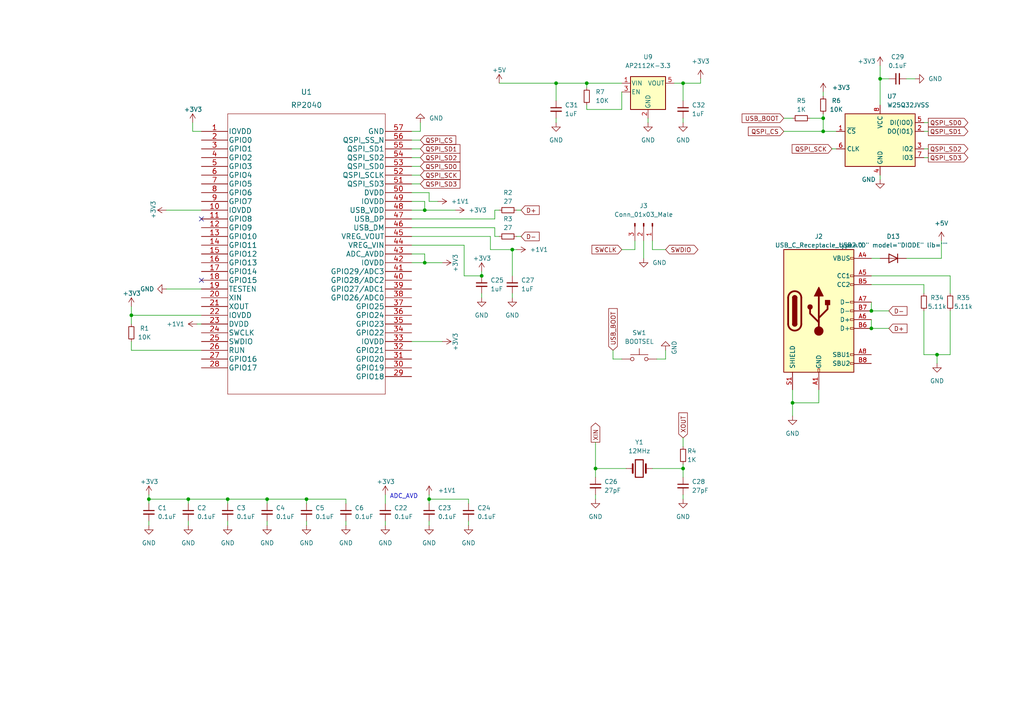
<source format=kicad_sch>
(kicad_sch (version 20230121) (generator eeschema)

  (uuid 28be1055-a760-40b1-9391-1b389d0b7554)

  (paper "A4")

  (lib_symbols
    (symbol "Connector:Conn_01x03_Male" (pin_names (offset 1.016) hide) (in_bom yes) (on_board yes)
      (property "Reference" "J" (at 0 5.08 0)
        (effects (font (size 1.27 1.27)))
      )
      (property "Value" "Conn_01x03_Male" (at 0 -5.08 0)
        (effects (font (size 1.27 1.27)))
      )
      (property "Footprint" "" (at 0 0 0)
        (effects (font (size 1.27 1.27)) hide)
      )
      (property "Datasheet" "~" (at 0 0 0)
        (effects (font (size 1.27 1.27)) hide)
      )
      (property "ki_keywords" "connector" (at 0 0 0)
        (effects (font (size 1.27 1.27)) hide)
      )
      (property "ki_description" "Generic connector, single row, 01x03, script generated (kicad-library-utils/schlib/autogen/connector/)" (at 0 0 0)
        (effects (font (size 1.27 1.27)) hide)
      )
      (property "ki_fp_filters" "Connector*:*_1x??_*" (at 0 0 0)
        (effects (font (size 1.27 1.27)) hide)
      )
      (symbol "Conn_01x03_Male_1_1"
        (polyline
          (pts
            (xy 1.27 -2.54)
            (xy 0.8636 -2.54)
          )
          (stroke (width 0.1524) (type default))
          (fill (type none))
        )
        (polyline
          (pts
            (xy 1.27 0)
            (xy 0.8636 0)
          )
          (stroke (width 0.1524) (type default))
          (fill (type none))
        )
        (polyline
          (pts
            (xy 1.27 2.54)
            (xy 0.8636 2.54)
          )
          (stroke (width 0.1524) (type default))
          (fill (type none))
        )
        (rectangle (start 0.8636 -2.413) (end 0 -2.667)
          (stroke (width 0.1524) (type default))
          (fill (type outline))
        )
        (rectangle (start 0.8636 0.127) (end 0 -0.127)
          (stroke (width 0.1524) (type default))
          (fill (type outline))
        )
        (rectangle (start 0.8636 2.667) (end 0 2.413)
          (stroke (width 0.1524) (type default))
          (fill (type outline))
        )
        (pin passive line (at 5.08 2.54 180) (length 3.81)
          (name "Pin_1" (effects (font (size 1.27 1.27))))
          (number "1" (effects (font (size 1.27 1.27))))
        )
        (pin passive line (at 5.08 0 180) (length 3.81)
          (name "Pin_2" (effects (font (size 1.27 1.27))))
          (number "2" (effects (font (size 1.27 1.27))))
        )
        (pin passive line (at 5.08 -2.54 180) (length 3.81)
          (name "Pin_3" (effects (font (size 1.27 1.27))))
          (number "3" (effects (font (size 1.27 1.27))))
        )
      )
    )
    (symbol "Connector:USB_C_Receptacle_USB2.0" (pin_names (offset 1.016)) (in_bom yes) (on_board yes)
      (property "Reference" "J" (at -10.16 19.05 0)
        (effects (font (size 1.27 1.27)) (justify left))
      )
      (property "Value" "USB_C_Receptacle_USB2.0" (at 19.05 19.05 0)
        (effects (font (size 1.27 1.27)) (justify right))
      )
      (property "Footprint" "" (at 3.81 0 0)
        (effects (font (size 1.27 1.27)) hide)
      )
      (property "Datasheet" "https://www.usb.org/sites/default/files/documents/usb_type-c.zip" (at 3.81 0 0)
        (effects (font (size 1.27 1.27)) hide)
      )
      (property "ki_keywords" "usb universal serial bus type-C USB2.0" (at 0 0 0)
        (effects (font (size 1.27 1.27)) hide)
      )
      (property "ki_description" "USB 2.0-only Type-C Receptacle connector" (at 0 0 0)
        (effects (font (size 1.27 1.27)) hide)
      )
      (property "ki_fp_filters" "USB*C*Receptacle*" (at 0 0 0)
        (effects (font (size 1.27 1.27)) hide)
      )
      (symbol "USB_C_Receptacle_USB2.0_0_0"
        (rectangle (start -0.254 -17.78) (end 0.254 -16.764)
          (stroke (width 0) (type default))
          (fill (type none))
        )
        (rectangle (start 10.16 -14.986) (end 9.144 -15.494)
          (stroke (width 0) (type default))
          (fill (type none))
        )
        (rectangle (start 10.16 -12.446) (end 9.144 -12.954)
          (stroke (width 0) (type default))
          (fill (type none))
        )
        (rectangle (start 10.16 -4.826) (end 9.144 -5.334)
          (stroke (width 0) (type default))
          (fill (type none))
        )
        (rectangle (start 10.16 -2.286) (end 9.144 -2.794)
          (stroke (width 0) (type default))
          (fill (type none))
        )
        (rectangle (start 10.16 0.254) (end 9.144 -0.254)
          (stroke (width 0) (type default))
          (fill (type none))
        )
        (rectangle (start 10.16 2.794) (end 9.144 2.286)
          (stroke (width 0) (type default))
          (fill (type none))
        )
        (rectangle (start 10.16 7.874) (end 9.144 7.366)
          (stroke (width 0) (type default))
          (fill (type none))
        )
        (rectangle (start 10.16 10.414) (end 9.144 9.906)
          (stroke (width 0) (type default))
          (fill (type none))
        )
        (rectangle (start 10.16 15.494) (end 9.144 14.986)
          (stroke (width 0) (type default))
          (fill (type none))
        )
      )
      (symbol "USB_C_Receptacle_USB2.0_0_1"
        (rectangle (start -10.16 17.78) (end 10.16 -17.78)
          (stroke (width 0.254) (type default))
          (fill (type background))
        )
        (arc (start -8.89 -3.81) (mid -6.985 -5.7067) (end -5.08 -3.81)
          (stroke (width 0.508) (type default))
          (fill (type none))
        )
        (arc (start -7.62 -3.81) (mid -6.985 -4.4423) (end -6.35 -3.81)
          (stroke (width 0.254) (type default))
          (fill (type none))
        )
        (arc (start -7.62 -3.81) (mid -6.985 -4.4423) (end -6.35 -3.81)
          (stroke (width 0.254) (type default))
          (fill (type outline))
        )
        (rectangle (start -7.62 -3.81) (end -6.35 3.81)
          (stroke (width 0.254) (type default))
          (fill (type outline))
        )
        (arc (start -6.35 3.81) (mid -6.985 4.4423) (end -7.62 3.81)
          (stroke (width 0.254) (type default))
          (fill (type none))
        )
        (arc (start -6.35 3.81) (mid -6.985 4.4423) (end -7.62 3.81)
          (stroke (width 0.254) (type default))
          (fill (type outline))
        )
        (arc (start -5.08 3.81) (mid -6.985 5.7067) (end -8.89 3.81)
          (stroke (width 0.508) (type default))
          (fill (type none))
        )
        (circle (center -2.54 1.143) (radius 0.635)
          (stroke (width 0.254) (type default))
          (fill (type outline))
        )
        (circle (center 0 -5.842) (radius 1.27)
          (stroke (width 0) (type default))
          (fill (type outline))
        )
        (polyline
          (pts
            (xy -8.89 -3.81)
            (xy -8.89 3.81)
          )
          (stroke (width 0.508) (type default))
          (fill (type none))
        )
        (polyline
          (pts
            (xy -5.08 3.81)
            (xy -5.08 -3.81)
          )
          (stroke (width 0.508) (type default))
          (fill (type none))
        )
        (polyline
          (pts
            (xy 0 -5.842)
            (xy 0 4.318)
          )
          (stroke (width 0.508) (type default))
          (fill (type none))
        )
        (polyline
          (pts
            (xy 0 -3.302)
            (xy -2.54 -0.762)
            (xy -2.54 0.508)
          )
          (stroke (width 0.508) (type default))
          (fill (type none))
        )
        (polyline
          (pts
            (xy 0 -2.032)
            (xy 2.54 0.508)
            (xy 2.54 1.778)
          )
          (stroke (width 0.508) (type default))
          (fill (type none))
        )
        (polyline
          (pts
            (xy -1.27 4.318)
            (xy 0 6.858)
            (xy 1.27 4.318)
            (xy -1.27 4.318)
          )
          (stroke (width 0.254) (type default))
          (fill (type outline))
        )
        (rectangle (start 1.905 1.778) (end 3.175 3.048)
          (stroke (width 0.254) (type default))
          (fill (type outline))
        )
      )
      (symbol "USB_C_Receptacle_USB2.0_1_1"
        (pin passive line (at 0 -22.86 90) (length 5.08)
          (name "GND" (effects (font (size 1.27 1.27))))
          (number "A1" (effects (font (size 1.27 1.27))))
        )
        (pin passive line (at 0 -22.86 90) (length 5.08) hide
          (name "GND" (effects (font (size 1.27 1.27))))
          (number "A12" (effects (font (size 1.27 1.27))))
        )
        (pin passive line (at 15.24 15.24 180) (length 5.08)
          (name "VBUS" (effects (font (size 1.27 1.27))))
          (number "A4" (effects (font (size 1.27 1.27))))
        )
        (pin bidirectional line (at 15.24 10.16 180) (length 5.08)
          (name "CC1" (effects (font (size 1.27 1.27))))
          (number "A5" (effects (font (size 1.27 1.27))))
        )
        (pin bidirectional line (at 15.24 -2.54 180) (length 5.08)
          (name "D+" (effects (font (size 1.27 1.27))))
          (number "A6" (effects (font (size 1.27 1.27))))
        )
        (pin bidirectional line (at 15.24 2.54 180) (length 5.08)
          (name "D-" (effects (font (size 1.27 1.27))))
          (number "A7" (effects (font (size 1.27 1.27))))
        )
        (pin bidirectional line (at 15.24 -12.7 180) (length 5.08)
          (name "SBU1" (effects (font (size 1.27 1.27))))
          (number "A8" (effects (font (size 1.27 1.27))))
        )
        (pin passive line (at 15.24 15.24 180) (length 5.08) hide
          (name "VBUS" (effects (font (size 1.27 1.27))))
          (number "A9" (effects (font (size 1.27 1.27))))
        )
        (pin passive line (at 0 -22.86 90) (length 5.08) hide
          (name "GND" (effects (font (size 1.27 1.27))))
          (number "B1" (effects (font (size 1.27 1.27))))
        )
        (pin passive line (at 0 -22.86 90) (length 5.08) hide
          (name "GND" (effects (font (size 1.27 1.27))))
          (number "B12" (effects (font (size 1.27 1.27))))
        )
        (pin passive line (at 15.24 15.24 180) (length 5.08) hide
          (name "VBUS" (effects (font (size 1.27 1.27))))
          (number "B4" (effects (font (size 1.27 1.27))))
        )
        (pin bidirectional line (at 15.24 7.62 180) (length 5.08)
          (name "CC2" (effects (font (size 1.27 1.27))))
          (number "B5" (effects (font (size 1.27 1.27))))
        )
        (pin bidirectional line (at 15.24 -5.08 180) (length 5.08)
          (name "D+" (effects (font (size 1.27 1.27))))
          (number "B6" (effects (font (size 1.27 1.27))))
        )
        (pin bidirectional line (at 15.24 0 180) (length 5.08)
          (name "D-" (effects (font (size 1.27 1.27))))
          (number "B7" (effects (font (size 1.27 1.27))))
        )
        (pin bidirectional line (at 15.24 -15.24 180) (length 5.08)
          (name "SBU2" (effects (font (size 1.27 1.27))))
          (number "B8" (effects (font (size 1.27 1.27))))
        )
        (pin passive line (at 15.24 15.24 180) (length 5.08) hide
          (name "VBUS" (effects (font (size 1.27 1.27))))
          (number "B9" (effects (font (size 1.27 1.27))))
        )
        (pin passive line (at -7.62 -22.86 90) (length 5.08)
          (name "SHIELD" (effects (font (size 1.27 1.27))))
          (number "S1" (effects (font (size 1.27 1.27))))
        )
      )
    )
    (symbol "Device:C_Small" (pin_numbers hide) (pin_names (offset 0.254) hide) (in_bom yes) (on_board yes)
      (property "Reference" "C" (at 0.254 1.778 0)
        (effects (font (size 1.27 1.27)) (justify left))
      )
      (property "Value" "C_Small" (at 0.254 -2.032 0)
        (effects (font (size 1.27 1.27)) (justify left))
      )
      (property "Footprint" "" (at 0 0 0)
        (effects (font (size 1.27 1.27)) hide)
      )
      (property "Datasheet" "~" (at 0 0 0)
        (effects (font (size 1.27 1.27)) hide)
      )
      (property "ki_keywords" "capacitor cap" (at 0 0 0)
        (effects (font (size 1.27 1.27)) hide)
      )
      (property "ki_description" "Unpolarized capacitor, small symbol" (at 0 0 0)
        (effects (font (size 1.27 1.27)) hide)
      )
      (property "ki_fp_filters" "C_*" (at 0 0 0)
        (effects (font (size 1.27 1.27)) hide)
      )
      (symbol "C_Small_0_1"
        (polyline
          (pts
            (xy -1.524 -0.508)
            (xy 1.524 -0.508)
          )
          (stroke (width 0.3302) (type default))
          (fill (type none))
        )
        (polyline
          (pts
            (xy -1.524 0.508)
            (xy 1.524 0.508)
          )
          (stroke (width 0.3048) (type default))
          (fill (type none))
        )
      )
      (symbol "C_Small_1_1"
        (pin passive line (at 0 2.54 270) (length 2.032)
          (name "~" (effects (font (size 1.27 1.27))))
          (number "1" (effects (font (size 1.27 1.27))))
        )
        (pin passive line (at 0 -2.54 90) (length 2.032)
          (name "~" (effects (font (size 1.27 1.27))))
          (number "2" (effects (font (size 1.27 1.27))))
        )
      )
    )
    (symbol "Device:Crystal" (pin_numbers hide) (pin_names (offset 1.016) hide) (in_bom yes) (on_board yes)
      (property "Reference" "Y" (at 0 3.81 0)
        (effects (font (size 1.27 1.27)))
      )
      (property "Value" "Crystal" (at 0 -3.81 0)
        (effects (font (size 1.27 1.27)))
      )
      (property "Footprint" "" (at 0 0 0)
        (effects (font (size 1.27 1.27)) hide)
      )
      (property "Datasheet" "~" (at 0 0 0)
        (effects (font (size 1.27 1.27)) hide)
      )
      (property "ki_keywords" "quartz ceramic resonator oscillator" (at 0 0 0)
        (effects (font (size 1.27 1.27)) hide)
      )
      (property "ki_description" "Two pin crystal" (at 0 0 0)
        (effects (font (size 1.27 1.27)) hide)
      )
      (property "ki_fp_filters" "Crystal*" (at 0 0 0)
        (effects (font (size 1.27 1.27)) hide)
      )
      (symbol "Crystal_0_1"
        (rectangle (start -1.143 2.54) (end 1.143 -2.54)
          (stroke (width 0.3048) (type default))
          (fill (type none))
        )
        (polyline
          (pts
            (xy -2.54 0)
            (xy -1.905 0)
          )
          (stroke (width 0) (type default))
          (fill (type none))
        )
        (polyline
          (pts
            (xy -1.905 -1.27)
            (xy -1.905 1.27)
          )
          (stroke (width 0.508) (type default))
          (fill (type none))
        )
        (polyline
          (pts
            (xy 1.905 -1.27)
            (xy 1.905 1.27)
          )
          (stroke (width 0.508) (type default))
          (fill (type none))
        )
        (polyline
          (pts
            (xy 2.54 0)
            (xy 1.905 0)
          )
          (stroke (width 0) (type default))
          (fill (type none))
        )
      )
      (symbol "Crystal_1_1"
        (pin passive line (at -3.81 0 0) (length 1.27)
          (name "1" (effects (font (size 1.27 1.27))))
          (number "1" (effects (font (size 1.27 1.27))))
        )
        (pin passive line (at 3.81 0 180) (length 1.27)
          (name "2" (effects (font (size 1.27 1.27))))
          (number "2" (effects (font (size 1.27 1.27))))
        )
      )
    )
    (symbol "Device:R_Small" (pin_numbers hide) (pin_names (offset 0.254) hide) (in_bom yes) (on_board yes)
      (property "Reference" "R" (at 0.762 0.508 0)
        (effects (font (size 1.27 1.27)) (justify left))
      )
      (property "Value" "R_Small" (at 0.762 -1.016 0)
        (effects (font (size 1.27 1.27)) (justify left))
      )
      (property "Footprint" "" (at 0 0 0)
        (effects (font (size 1.27 1.27)) hide)
      )
      (property "Datasheet" "~" (at 0 0 0)
        (effects (font (size 1.27 1.27)) hide)
      )
      (property "ki_keywords" "R resistor" (at 0 0 0)
        (effects (font (size 1.27 1.27)) hide)
      )
      (property "ki_description" "Resistor, small symbol" (at 0 0 0)
        (effects (font (size 1.27 1.27)) hide)
      )
      (property "ki_fp_filters" "R_*" (at 0 0 0)
        (effects (font (size 1.27 1.27)) hide)
      )
      (symbol "R_Small_0_1"
        (rectangle (start -0.762 1.778) (end 0.762 -1.778)
          (stroke (width 0.2032) (type default))
          (fill (type none))
        )
      )
      (symbol "R_Small_1_1"
        (pin passive line (at 0 2.54 270) (length 0.762)
          (name "~" (effects (font (size 1.27 1.27))))
          (number "1" (effects (font (size 1.27 1.27))))
        )
        (pin passive line (at 0 -2.54 90) (length 0.762)
          (name "~" (effects (font (size 1.27 1.27))))
          (number "2" (effects (font (size 1.27 1.27))))
        )
      )
    )
    (symbol "Memory_Flash:W25Q32JVSS" (in_bom yes) (on_board yes)
      (property "Reference" "U" (at -8.89 8.89 0)
        (effects (font (size 1.27 1.27)))
      )
      (property "Value" "W25Q32JVSS" (at 7.62 8.89 0)
        (effects (font (size 1.27 1.27)))
      )
      (property "Footprint" "Package_SO:SOIC-8_5.23x5.23mm_P1.27mm" (at 0 0 0)
        (effects (font (size 1.27 1.27)) hide)
      )
      (property "Datasheet" "http://www.winbond.com/resource-files/w25q32jv%20revg%2003272018%20plus.pdf" (at 0 0 0)
        (effects (font (size 1.27 1.27)) hide)
      )
      (property "ki_keywords" "flash memory SPI" (at 0 0 0)
        (effects (font (size 1.27 1.27)) hide)
      )
      (property "ki_description" "32Mb Serial Flash Memory, Standard/Dual/Quad SPI, SOIC-8" (at 0 0 0)
        (effects (font (size 1.27 1.27)) hide)
      )
      (property "ki_fp_filters" "SOIC*5.23x5.23mm*P1.27mm*" (at 0 0 0)
        (effects (font (size 1.27 1.27)) hide)
      )
      (symbol "W25Q32JVSS_0_1"
        (rectangle (start -10.16 7.62) (end 10.16 -7.62)
          (stroke (width 0.254) (type default))
          (fill (type background))
        )
      )
      (symbol "W25Q32JVSS_1_1"
        (pin input line (at -12.7 2.54 0) (length 2.54)
          (name "~{CS}" (effects (font (size 1.27 1.27))))
          (number "1" (effects (font (size 1.27 1.27))))
        )
        (pin bidirectional line (at 12.7 2.54 180) (length 2.54)
          (name "DO(IO1)" (effects (font (size 1.27 1.27))))
          (number "2" (effects (font (size 1.27 1.27))))
        )
        (pin bidirectional line (at 12.7 -2.54 180) (length 2.54)
          (name "IO2" (effects (font (size 1.27 1.27))))
          (number "3" (effects (font (size 1.27 1.27))))
        )
        (pin power_in line (at 0 -10.16 90) (length 2.54)
          (name "GND" (effects (font (size 1.27 1.27))))
          (number "4" (effects (font (size 1.27 1.27))))
        )
        (pin bidirectional line (at 12.7 5.08 180) (length 2.54)
          (name "DI(IO0)" (effects (font (size 1.27 1.27))))
          (number "5" (effects (font (size 1.27 1.27))))
        )
        (pin input line (at -12.7 -2.54 0) (length 2.54)
          (name "CLK" (effects (font (size 1.27 1.27))))
          (number "6" (effects (font (size 1.27 1.27))))
        )
        (pin bidirectional line (at 12.7 -5.08 180) (length 2.54)
          (name "IO3" (effects (font (size 1.27 1.27))))
          (number "7" (effects (font (size 1.27 1.27))))
        )
        (pin power_in line (at 0 10.16 270) (length 2.54)
          (name "VCC" (effects (font (size 1.27 1.27))))
          (number "8" (effects (font (size 1.27 1.27))))
        )
      )
    )
    (symbol "RP2040:RP2040" (pin_names (offset 0.254)) (in_bom yes) (on_board yes)
      (property "Reference" "U" (at 30.48 10.16 0)
        (effects (font (size 1.524 1.524)))
      )
      (property "Value" "RP2040" (at 30.48 7.62 0)
        (effects (font (size 1.524 1.524)))
      )
      (property "Footprint" "IC57_RP2040" (at 30.48 6.096 0)
        (effects (font (size 1.524 1.524)) hide)
      )
      (property "Datasheet" "" (at 0 0 0)
        (effects (font (size 1.524 1.524)))
      )
      (property "ki_locked" "" (at 0 0 0)
        (effects (font (size 1.27 1.27)))
      )
      (property "ki_fp_filters" "IC57_RP2040 IC57_RP2040-M IC57_RP2040-L" (at 0 0 0)
        (effects (font (size 1.27 1.27)) hide)
      )
      (symbol "RP2040_1_1"
        (polyline
          (pts
            (xy 7.62 -76.2)
            (xy 53.34 -76.2)
          )
          (stroke (width 0.127) (type default))
          (fill (type none))
        )
        (polyline
          (pts
            (xy 7.62 5.08)
            (xy 7.62 -76.2)
          )
          (stroke (width 0.127) (type default))
          (fill (type none))
        )
        (polyline
          (pts
            (xy 53.34 -76.2)
            (xy 53.34 5.08)
          )
          (stroke (width 0.127) (type default))
          (fill (type none))
        )
        (polyline
          (pts
            (xy 53.34 5.08)
            (xy 7.62 5.08)
          )
          (stroke (width 0.127) (type default))
          (fill (type none))
        )
        (pin power_in line (at 0 0 0) (length 7.62)
          (name "IOVDD" (effects (font (size 1.4986 1.4986))))
          (number "1" (effects (font (size 1.4986 1.4986))))
        )
        (pin power_in line (at 0 -22.86 0) (length 7.62)
          (name "IOVDD" (effects (font (size 1.4986 1.4986))))
          (number "10" (effects (font (size 1.4986 1.4986))))
        )
        (pin bidirectional line (at 0 -25.4 0) (length 7.62)
          (name "GPIO8" (effects (font (size 1.4986 1.4986))))
          (number "11" (effects (font (size 1.4986 1.4986))))
        )
        (pin bidirectional line (at 0 -27.94 0) (length 7.62)
          (name "GPIO9" (effects (font (size 1.4986 1.4986))))
          (number "12" (effects (font (size 1.4986 1.4986))))
        )
        (pin bidirectional line (at 0 -30.48 0) (length 7.62)
          (name "GPIO10" (effects (font (size 1.4986 1.4986))))
          (number "13" (effects (font (size 1.4986 1.4986))))
        )
        (pin bidirectional line (at 0 -33.02 0) (length 7.62)
          (name "GPIO11" (effects (font (size 1.4986 1.4986))))
          (number "14" (effects (font (size 1.4986 1.4986))))
        )
        (pin bidirectional line (at 0 -35.56 0) (length 7.62)
          (name "GPIO12" (effects (font (size 1.4986 1.4986))))
          (number "15" (effects (font (size 1.4986 1.4986))))
        )
        (pin bidirectional line (at 0 -38.1 0) (length 7.62)
          (name "GPIO13" (effects (font (size 1.4986 1.4986))))
          (number "16" (effects (font (size 1.4986 1.4986))))
        )
        (pin bidirectional line (at 0 -40.64 0) (length 7.62)
          (name "GPIO14" (effects (font (size 1.4986 1.4986))))
          (number "17" (effects (font (size 1.4986 1.4986))))
        )
        (pin bidirectional line (at 0 -43.18 0) (length 7.62)
          (name "GPIO15" (effects (font (size 1.4986 1.4986))))
          (number "18" (effects (font (size 1.4986 1.4986))))
        )
        (pin unspecified line (at 0 -45.72 0) (length 7.62)
          (name "TESTEN" (effects (font (size 1.4986 1.4986))))
          (number "19" (effects (font (size 1.4986 1.4986))))
        )
        (pin bidirectional line (at 0 -2.54 0) (length 7.62)
          (name "GPIO0" (effects (font (size 1.4986 1.4986))))
          (number "2" (effects (font (size 1.4986 1.4986))))
        )
        (pin unspecified line (at 0 -48.26 0) (length 7.62)
          (name "XIN" (effects (font (size 1.4986 1.4986))))
          (number "20" (effects (font (size 1.4986 1.4986))))
        )
        (pin output line (at 0 -50.8 0) (length 7.62)
          (name "XOUT" (effects (font (size 1.4986 1.4986))))
          (number "21" (effects (font (size 1.4986 1.4986))))
        )
        (pin power_in line (at 0 -53.34 0) (length 7.62)
          (name "IOVDD" (effects (font (size 1.4986 1.4986))))
          (number "22" (effects (font (size 1.4986 1.4986))))
        )
        (pin power_in line (at 0 -55.88 0) (length 7.62)
          (name "DVDD" (effects (font (size 1.4986 1.4986))))
          (number "23" (effects (font (size 1.4986 1.4986))))
        )
        (pin unspecified line (at 0 -58.42 0) (length 7.62)
          (name "SWCLK" (effects (font (size 1.4986 1.4986))))
          (number "24" (effects (font (size 1.4986 1.4986))))
        )
        (pin unspecified line (at 0 -60.96 0) (length 7.62)
          (name "SWDIO" (effects (font (size 1.4986 1.4986))))
          (number "25" (effects (font (size 1.4986 1.4986))))
        )
        (pin unspecified line (at 0 -63.5 0) (length 7.62)
          (name "RUN" (effects (font (size 1.4986 1.4986))))
          (number "26" (effects (font (size 1.4986 1.4986))))
        )
        (pin bidirectional line (at 0 -66.04 0) (length 7.62)
          (name "GPIO16" (effects (font (size 1.4986 1.4986))))
          (number "27" (effects (font (size 1.4986 1.4986))))
        )
        (pin bidirectional line (at 0 -68.58 0) (length 7.62)
          (name "GPIO17" (effects (font (size 1.4986 1.4986))))
          (number "28" (effects (font (size 1.4986 1.4986))))
        )
        (pin bidirectional line (at 60.96 -71.12 180) (length 7.62)
          (name "GPIO18" (effects (font (size 1.4986 1.4986))))
          (number "29" (effects (font (size 1.4986 1.4986))))
        )
        (pin bidirectional line (at 0 -5.08 0) (length 7.62)
          (name "GPIO1" (effects (font (size 1.4986 1.4986))))
          (number "3" (effects (font (size 1.4986 1.4986))))
        )
        (pin bidirectional line (at 60.96 -68.58 180) (length 7.62)
          (name "GPIO19" (effects (font (size 1.4986 1.4986))))
          (number "30" (effects (font (size 1.4986 1.4986))))
        )
        (pin bidirectional line (at 60.96 -66.04 180) (length 7.62)
          (name "GPIO20" (effects (font (size 1.4986 1.4986))))
          (number "31" (effects (font (size 1.4986 1.4986))))
        )
        (pin bidirectional line (at 60.96 -63.5 180) (length 7.62)
          (name "GPIO21" (effects (font (size 1.4986 1.4986))))
          (number "32" (effects (font (size 1.4986 1.4986))))
        )
        (pin power_in line (at 60.96 -60.96 180) (length 7.62)
          (name "IOVDD" (effects (font (size 1.4986 1.4986))))
          (number "33" (effects (font (size 1.4986 1.4986))))
        )
        (pin bidirectional line (at 60.96 -58.42 180) (length 7.62)
          (name "GPIO22" (effects (font (size 1.4986 1.4986))))
          (number "34" (effects (font (size 1.4986 1.4986))))
        )
        (pin bidirectional line (at 60.96 -55.88 180) (length 7.62)
          (name "GPIO23" (effects (font (size 1.4986 1.4986))))
          (number "35" (effects (font (size 1.4986 1.4986))))
        )
        (pin bidirectional line (at 60.96 -53.34 180) (length 7.62)
          (name "GPIO24" (effects (font (size 1.4986 1.4986))))
          (number "36" (effects (font (size 1.4986 1.4986))))
        )
        (pin bidirectional line (at 60.96 -50.8 180) (length 7.62)
          (name "GPIO25" (effects (font (size 1.4986 1.4986))))
          (number "37" (effects (font (size 1.4986 1.4986))))
        )
        (pin bidirectional line (at 60.96 -48.26 180) (length 7.62)
          (name "GPIO26/ADC0" (effects (font (size 1.4986 1.4986))))
          (number "38" (effects (font (size 1.4986 1.4986))))
        )
        (pin bidirectional line (at 60.96 -45.72 180) (length 7.62)
          (name "GPIO27/ADC1" (effects (font (size 1.4986 1.4986))))
          (number "39" (effects (font (size 1.4986 1.4986))))
        )
        (pin bidirectional line (at 0 -7.62 0) (length 7.62)
          (name "GPIO2" (effects (font (size 1.4986 1.4986))))
          (number "4" (effects (font (size 1.4986 1.4986))))
        )
        (pin bidirectional line (at 60.96 -43.18 180) (length 7.62)
          (name "GPIO28/ADC2" (effects (font (size 1.4986 1.4986))))
          (number "40" (effects (font (size 1.4986 1.4986))))
        )
        (pin bidirectional line (at 60.96 -40.64 180) (length 7.62)
          (name "GPIO29/ADC3" (effects (font (size 1.4986 1.4986))))
          (number "41" (effects (font (size 1.4986 1.4986))))
        )
        (pin power_in line (at 60.96 -38.1 180) (length 7.62)
          (name "IOVDD" (effects (font (size 1.4986 1.4986))))
          (number "42" (effects (font (size 1.4986 1.4986))))
        )
        (pin power_in line (at 60.96 -35.56 180) (length 7.62)
          (name "ADC_AVDD" (effects (font (size 1.4986 1.4986))))
          (number "43" (effects (font (size 1.4986 1.4986))))
        )
        (pin unspecified line (at 60.96 -33.02 180) (length 7.62)
          (name "VREG_VIN" (effects (font (size 1.4986 1.4986))))
          (number "44" (effects (font (size 1.4986 1.4986))))
        )
        (pin output line (at 60.96 -30.48 180) (length 7.62)
          (name "VREG_VOUT" (effects (font (size 1.4986 1.4986))))
          (number "45" (effects (font (size 1.4986 1.4986))))
        )
        (pin unspecified line (at 60.96 -27.94 180) (length 7.62)
          (name "USB_DM" (effects (font (size 1.4986 1.4986))))
          (number "46" (effects (font (size 1.4986 1.4986))))
        )
        (pin unspecified line (at 60.96 -25.4 180) (length 7.62)
          (name "USB_DP" (effects (font (size 1.4986 1.4986))))
          (number "47" (effects (font (size 1.4986 1.4986))))
        )
        (pin power_in line (at 60.96 -22.86 180) (length 7.62)
          (name "USB_VDD" (effects (font (size 1.4986 1.4986))))
          (number "48" (effects (font (size 1.4986 1.4986))))
        )
        (pin power_in line (at 60.96 -20.32 180) (length 7.62)
          (name "IOVDD" (effects (font (size 1.4986 1.4986))))
          (number "49" (effects (font (size 1.4986 1.4986))))
        )
        (pin bidirectional line (at 0 -10.16 0) (length 7.62)
          (name "GPIO3" (effects (font (size 1.4986 1.4986))))
          (number "5" (effects (font (size 1.4986 1.4986))))
        )
        (pin power_in line (at 60.96 -17.78 180) (length 7.62)
          (name "DVDD" (effects (font (size 1.4986 1.4986))))
          (number "50" (effects (font (size 1.4986 1.4986))))
        )
        (pin bidirectional line (at 60.96 -15.24 180) (length 7.62)
          (name "QSPI_SD3" (effects (font (size 1.4986 1.4986))))
          (number "51" (effects (font (size 1.4986 1.4986))))
        )
        (pin unspecified line (at 60.96 -12.7 180) (length 7.62)
          (name "QSPI_SCLK" (effects (font (size 1.4986 1.4986))))
          (number "52" (effects (font (size 1.4986 1.4986))))
        )
        (pin bidirectional line (at 60.96 -10.16 180) (length 7.62)
          (name "QSPI_SD0" (effects (font (size 1.4986 1.4986))))
          (number "53" (effects (font (size 1.4986 1.4986))))
        )
        (pin bidirectional line (at 60.96 -7.62 180) (length 7.62)
          (name "QSPI_SD2" (effects (font (size 1.4986 1.4986))))
          (number "54" (effects (font (size 1.4986 1.4986))))
        )
        (pin bidirectional line (at 60.96 -5.08 180) (length 7.62)
          (name "QSPI_SD1" (effects (font (size 1.4986 1.4986))))
          (number "55" (effects (font (size 1.4986 1.4986))))
        )
        (pin unspecified line (at 60.96 -2.54 180) (length 7.62)
          (name "QSPI_SS_N" (effects (font (size 1.4986 1.4986))))
          (number "56" (effects (font (size 1.4986 1.4986))))
        )
        (pin power_in line (at 60.96 0 180) (length 7.62)
          (name "GND" (effects (font (size 1.4986 1.4986))))
          (number "57" (effects (font (size 1.4986 1.4986))))
        )
        (pin bidirectional line (at 0 -12.7 0) (length 7.62)
          (name "GPIO4" (effects (font (size 1.4986 1.4986))))
          (number "6" (effects (font (size 1.4986 1.4986))))
        )
        (pin bidirectional line (at 0 -15.24 0) (length 7.62)
          (name "GPIO5" (effects (font (size 1.4986 1.4986))))
          (number "7" (effects (font (size 1.4986 1.4986))))
        )
        (pin bidirectional line (at 0 -17.78 0) (length 7.62)
          (name "GPIO6" (effects (font (size 1.4986 1.4986))))
          (number "8" (effects (font (size 1.4986 1.4986))))
        )
        (pin bidirectional line (at 0 -20.32 0) (length 7.62)
          (name "GPIO7" (effects (font (size 1.4986 1.4986))))
          (number "9" (effects (font (size 1.4986 1.4986))))
        )
      )
    )
    (symbol "Regulator_Linear:AP2112K-3.3" (pin_names (offset 0.254)) (in_bom yes) (on_board yes)
      (property "Reference" "U" (at -5.08 5.715 0)
        (effects (font (size 1.27 1.27)) (justify left))
      )
      (property "Value" "AP2112K-3.3" (at 0 5.715 0)
        (effects (font (size 1.27 1.27)) (justify left))
      )
      (property "Footprint" "Package_TO_SOT_SMD:SOT-23-5" (at 0 8.255 0)
        (effects (font (size 1.27 1.27)) hide)
      )
      (property "Datasheet" "https://www.diodes.com/assets/Datasheets/AP2112.pdf" (at 0 2.54 0)
        (effects (font (size 1.27 1.27)) hide)
      )
      (property "ki_keywords" "linear regulator ldo fixed positive" (at 0 0 0)
        (effects (font (size 1.27 1.27)) hide)
      )
      (property "ki_description" "600mA low dropout linear regulator, with enable pin, 3.8V-6V input voltage range, 3.3V fixed positive output, SOT-23-5" (at 0 0 0)
        (effects (font (size 1.27 1.27)) hide)
      )
      (property "ki_fp_filters" "SOT?23?5*" (at 0 0 0)
        (effects (font (size 1.27 1.27)) hide)
      )
      (symbol "AP2112K-3.3_0_1"
        (rectangle (start -5.08 4.445) (end 5.08 -5.08)
          (stroke (width 0.254) (type default))
          (fill (type background))
        )
      )
      (symbol "AP2112K-3.3_1_1"
        (pin power_in line (at -7.62 2.54 0) (length 2.54)
          (name "VIN" (effects (font (size 1.27 1.27))))
          (number "1" (effects (font (size 1.27 1.27))))
        )
        (pin power_in line (at 0 -7.62 90) (length 2.54)
          (name "GND" (effects (font (size 1.27 1.27))))
          (number "2" (effects (font (size 1.27 1.27))))
        )
        (pin input line (at -7.62 0 0) (length 2.54)
          (name "EN" (effects (font (size 1.27 1.27))))
          (number "3" (effects (font (size 1.27 1.27))))
        )
        (pin no_connect line (at 5.08 0 180) (length 2.54) hide
          (name "NC" (effects (font (size 1.27 1.27))))
          (number "4" (effects (font (size 1.27 1.27))))
        )
        (pin power_out line (at 7.62 2.54 180) (length 2.54)
          (name "VOUT" (effects (font (size 1.27 1.27))))
          (number "5" (effects (font (size 1.27 1.27))))
        )
      )
    )
    (symbol "Simulation_SPICE:DIODE" (pin_numbers hide) (pin_names (offset 1.016) hide) (in_bom yes) (on_board yes)
      (property "Reference" "D" (at 0 2.54 0)
        (effects (font (size 1.27 1.27)))
      )
      (property "Value" "DIODE" (at 0 -2.54 0)
        (effects (font (size 1.27 1.27)))
      )
      (property "Footprint" "" (at 0 0 0)
        (effects (font (size 1.27 1.27)) hide)
      )
      (property "Datasheet" "~" (at 0 0 0)
        (effects (font (size 1.27 1.27)) hide)
      )
      (property "Spice_Netlist_Enabled" "Y" (at 0 0 0)
        (effects (font (size 1.27 1.27)) (justify left) hide)
      )
      (property "Spice_Primitive" "D" (at 0 0 0)
        (effects (font (size 1.27 1.27)) (justify left) hide)
      )
      (property "ki_keywords" "simulation" (at 0 0 0)
        (effects (font (size 1.27 1.27)) hide)
      )
      (property "ki_description" "Diode, anode on pin 1, for simulation only!" (at 0 0 0)
        (effects (font (size 1.27 1.27)) hide)
      )
      (symbol "DIODE_0_1"
        (polyline
          (pts
            (xy 1.27 0)
            (xy -1.27 0)
          )
          (stroke (width 0) (type default))
          (fill (type none))
        )
        (polyline
          (pts
            (xy 1.27 1.27)
            (xy 1.27 -1.27)
          )
          (stroke (width 0.254) (type default))
          (fill (type none))
        )
        (polyline
          (pts
            (xy -1.27 -1.27)
            (xy -1.27 1.27)
            (xy 1.27 0)
            (xy -1.27 -1.27)
          )
          (stroke (width 0.254) (type default))
          (fill (type none))
        )
      )
      (symbol "DIODE_1_1"
        (pin passive line (at -3.81 0 0) (length 2.54)
          (name "A" (effects (font (size 1.27 1.27))))
          (number "1" (effects (font (size 1.27 1.27))))
        )
        (pin passive line (at 3.81 0 180) (length 2.54)
          (name "K" (effects (font (size 1.27 1.27))))
          (number "2" (effects (font (size 1.27 1.27))))
        )
      )
    )
    (symbol "Switch:SW_MEC_5G" (pin_numbers hide) (pin_names (offset 1.016) hide) (in_bom yes) (on_board yes)
      (property "Reference" "SW" (at 1.27 2.54 0)
        (effects (font (size 1.27 1.27)) (justify left))
      )
      (property "Value" "SW_MEC_5G" (at 0 -1.524 0)
        (effects (font (size 1.27 1.27)))
      )
      (property "Footprint" "" (at 0 5.08 0)
        (effects (font (size 1.27 1.27)) hide)
      )
      (property "Datasheet" "http://www.apem.com/int/index.php?controller=attachment&id_attachment=488" (at 0 5.08 0)
        (effects (font (size 1.27 1.27)) hide)
      )
      (property "ki_keywords" "switch normally-open pushbutton push-button" (at 0 0 0)
        (effects (font (size 1.27 1.27)) hide)
      )
      (property "ki_description" "MEC 5G single pole normally-open tactile switch" (at 0 0 0)
        (effects (font (size 1.27 1.27)) hide)
      )
      (property "ki_fp_filters" "SW*MEC*5G*" (at 0 0 0)
        (effects (font (size 1.27 1.27)) hide)
      )
      (symbol "SW_MEC_5G_0_1"
        (circle (center -2.032 0) (radius 0.508)
          (stroke (width 0) (type default))
          (fill (type none))
        )
        (polyline
          (pts
            (xy 0 1.27)
            (xy 0 3.048)
          )
          (stroke (width 0) (type default))
          (fill (type none))
        )
        (polyline
          (pts
            (xy 2.54 1.27)
            (xy -2.54 1.27)
          )
          (stroke (width 0) (type default))
          (fill (type none))
        )
        (circle (center 2.032 0) (radius 0.508)
          (stroke (width 0) (type default))
          (fill (type none))
        )
        (pin passive line (at -5.08 0 0) (length 2.54)
          (name "A" (effects (font (size 1.27 1.27))))
          (number "1" (effects (font (size 1.27 1.27))))
        )
        (pin passive line (at 5.08 0 180) (length 2.54)
          (name "B" (effects (font (size 1.27 1.27))))
          (number "3" (effects (font (size 1.27 1.27))))
        )
      )
      (symbol "SW_MEC_5G_1_1"
        (pin passive line (at -5.08 0 0) (length 2.54) hide
          (name "A" (effects (font (size 1.27 1.27))))
          (number "2" (effects (font (size 1.27 1.27))))
        )
        (pin passive line (at 5.08 0 180) (length 2.54) hide
          (name "B" (effects (font (size 1.27 1.27))))
          (number "4" (effects (font (size 1.27 1.27))))
        )
      )
    )
    (symbol "power:+1V1" (power) (pin_names (offset 0)) (in_bom yes) (on_board yes)
      (property "Reference" "#PWR" (at 0 -3.81 0)
        (effects (font (size 1.27 1.27)) hide)
      )
      (property "Value" "+1V1" (at 0 3.556 0)
        (effects (font (size 1.27 1.27)))
      )
      (property "Footprint" "" (at 0 0 0)
        (effects (font (size 1.27 1.27)) hide)
      )
      (property "Datasheet" "" (at 0 0 0)
        (effects (font (size 1.27 1.27)) hide)
      )
      (property "ki_keywords" "power-flag" (at 0 0 0)
        (effects (font (size 1.27 1.27)) hide)
      )
      (property "ki_description" "Power symbol creates a global label with name \"+1V1\"" (at 0 0 0)
        (effects (font (size 1.27 1.27)) hide)
      )
      (symbol "+1V1_0_1"
        (polyline
          (pts
            (xy -0.762 1.27)
            (xy 0 2.54)
          )
          (stroke (width 0) (type default))
          (fill (type none))
        )
        (polyline
          (pts
            (xy 0 0)
            (xy 0 2.54)
          )
          (stroke (width 0) (type default))
          (fill (type none))
        )
        (polyline
          (pts
            (xy 0 2.54)
            (xy 0.762 1.27)
          )
          (stroke (width 0) (type default))
          (fill (type none))
        )
      )
      (symbol "+1V1_1_1"
        (pin power_in line (at 0 0 90) (length 0) hide
          (name "+1V1" (effects (font (size 1.27 1.27))))
          (number "1" (effects (font (size 1.27 1.27))))
        )
      )
    )
    (symbol "power:+3.3V" (power) (pin_names (offset 0)) (in_bom yes) (on_board yes)
      (property "Reference" "#PWR" (at 0 -3.81 0)
        (effects (font (size 1.27 1.27)) hide)
      )
      (property "Value" "+3.3V" (at 0 3.556 0)
        (effects (font (size 1.27 1.27)))
      )
      (property "Footprint" "" (at 0 0 0)
        (effects (font (size 1.27 1.27)) hide)
      )
      (property "Datasheet" "" (at 0 0 0)
        (effects (font (size 1.27 1.27)) hide)
      )
      (property "ki_keywords" "power-flag" (at 0 0 0)
        (effects (font (size 1.27 1.27)) hide)
      )
      (property "ki_description" "Power symbol creates a global label with name \"+3.3V\"" (at 0 0 0)
        (effects (font (size 1.27 1.27)) hide)
      )
      (symbol "+3.3V_0_1"
        (polyline
          (pts
            (xy -0.762 1.27)
            (xy 0 2.54)
          )
          (stroke (width 0) (type default))
          (fill (type none))
        )
        (polyline
          (pts
            (xy 0 0)
            (xy 0 2.54)
          )
          (stroke (width 0) (type default))
          (fill (type none))
        )
        (polyline
          (pts
            (xy 0 2.54)
            (xy 0.762 1.27)
          )
          (stroke (width 0) (type default))
          (fill (type none))
        )
      )
      (symbol "+3.3V_1_1"
        (pin power_in line (at 0 0 90) (length 0) hide
          (name "+3V3" (effects (font (size 1.27 1.27))))
          (number "1" (effects (font (size 1.27 1.27))))
        )
      )
    )
    (symbol "power:+5V" (power) (pin_names (offset 0)) (in_bom yes) (on_board yes)
      (property "Reference" "#PWR" (at 0 -3.81 0)
        (effects (font (size 1.27 1.27)) hide)
      )
      (property "Value" "+5V" (at 0 3.556 0)
        (effects (font (size 1.27 1.27)))
      )
      (property "Footprint" "" (at 0 0 0)
        (effects (font (size 1.27 1.27)) hide)
      )
      (property "Datasheet" "" (at 0 0 0)
        (effects (font (size 1.27 1.27)) hide)
      )
      (property "ki_keywords" "power-flag" (at 0 0 0)
        (effects (font (size 1.27 1.27)) hide)
      )
      (property "ki_description" "Power symbol creates a global label with name \"+5V\"" (at 0 0 0)
        (effects (font (size 1.27 1.27)) hide)
      )
      (symbol "+5V_0_1"
        (polyline
          (pts
            (xy -0.762 1.27)
            (xy 0 2.54)
          )
          (stroke (width 0) (type default))
          (fill (type none))
        )
        (polyline
          (pts
            (xy 0 0)
            (xy 0 2.54)
          )
          (stroke (width 0) (type default))
          (fill (type none))
        )
        (polyline
          (pts
            (xy 0 2.54)
            (xy 0.762 1.27)
          )
          (stroke (width 0) (type default))
          (fill (type none))
        )
      )
      (symbol "+5V_1_1"
        (pin power_in line (at 0 0 90) (length 0) hide
          (name "+5V" (effects (font (size 1.27 1.27))))
          (number "1" (effects (font (size 1.27 1.27))))
        )
      )
    )
    (symbol "power:GND" (power) (pin_names (offset 0)) (in_bom yes) (on_board yes)
      (property "Reference" "#PWR" (at 0 -6.35 0)
        (effects (font (size 1.27 1.27)) hide)
      )
      (property "Value" "GND" (at 0 -3.81 0)
        (effects (font (size 1.27 1.27)))
      )
      (property "Footprint" "" (at 0 0 0)
        (effects (font (size 1.27 1.27)) hide)
      )
      (property "Datasheet" "" (at 0 0 0)
        (effects (font (size 1.27 1.27)) hide)
      )
      (property "ki_keywords" "power-flag" (at 0 0 0)
        (effects (font (size 1.27 1.27)) hide)
      )
      (property "ki_description" "Power symbol creates a global label with name \"GND\" , ground" (at 0 0 0)
        (effects (font (size 1.27 1.27)) hide)
      )
      (symbol "GND_0_1"
        (polyline
          (pts
            (xy 0 0)
            (xy 0 -1.27)
            (xy 1.27 -1.27)
            (xy 0 -2.54)
            (xy -1.27 -1.27)
            (xy 0 -1.27)
          )
          (stroke (width 0) (type default))
          (fill (type none))
        )
      )
      (symbol "GND_1_1"
        (pin power_in line (at 0 0 270) (length 0) hide
          (name "GND" (effects (font (size 1.27 1.27))))
          (number "1" (effects (font (size 1.27 1.27))))
        )
      )
    )
  )

  (junction (at 252.73 90.17) (diameter 0) (color 0 0 0 0)
    (uuid 0b641c92-6eb6-4328-b30b-67f79c198341)
  )
  (junction (at 148.59 72.39) (diameter 0) (color 0 0 0 0)
    (uuid 0df23843-6d9e-4723-9490-dd5a29661855)
  )
  (junction (at 271.78 102.87) (diameter 0) (color 0 0 0 0)
    (uuid 1270a281-2b5e-4b25-a66e-c0199ed9088c)
  )
  (junction (at 38.1 91.44) (diameter 0) (color 0 0 0 0)
    (uuid 13480c8e-35f4-49f4-bae0-e038fcffc081)
  )
  (junction (at 229.87 116.84) (diameter 0) (color 0 0 0 0)
    (uuid 256fed98-4ee5-4f2d-b378-88f357272f34)
  )
  (junction (at 88.9 144.78) (diameter 0) (color 0 0 0 0)
    (uuid 2c3d5799-c0fc-4fea-890b-8b31ade64ee1)
  )
  (junction (at 123.19 76.2) (diameter 0) (color 0 0 0 0)
    (uuid 2eb652d7-1d9f-4ad9-a12b-3814598f2746)
  )
  (junction (at 66.04 144.78) (diameter 0) (color 0 0 0 0)
    (uuid 2f0ab440-17ed-4d9a-a51e-5e82c91257fe)
  )
  (junction (at 43.18 144.78) (diameter 0) (color 0 0 0 0)
    (uuid 4ba4acab-b2fd-4ddc-bb27-1a4f0e0898cf)
  )
  (junction (at 161.29 24.13) (diameter 0) (color 0 0 0 0)
    (uuid 4d3e0223-5ef9-48b8-ae3c-31e3d528de9c)
  )
  (junction (at 238.76 34.29) (diameter 0) (color 0 0 0 0)
    (uuid 53751ffc-9412-441a-a547-2134f7fca7f4)
  )
  (junction (at 139.7 80.01) (diameter 0) (color 0 0 0 0)
    (uuid 77cec74a-8a7b-47ae-8337-315724e174d8)
  )
  (junction (at 54.61 144.78) (diameter 0) (color 0 0 0 0)
    (uuid 887100e8-5d94-4e3b-8f0d-b0f657d7ef05)
  )
  (junction (at 123.19 60.96) (diameter 0) (color 0 0 0 0)
    (uuid 944591a3-9574-4e16-bf36-e23875f95588)
  )
  (junction (at 238.76 38.1) (diameter 0) (color 0 0 0 0)
    (uuid a53c9c76-6796-4f75-8fa2-e2d040ed6e71)
  )
  (junction (at 170.18 24.13) (diameter 0) (color 0 0 0 0)
    (uuid be845d91-8fd8-4d61-a9cb-fd0a4a9bf857)
  )
  (junction (at 255.27 22.86) (diameter 0) (color 0 0 0 0)
    (uuid c6cebb14-d4dc-4897-a9c0-11bf88b5b932)
  )
  (junction (at 77.47 144.78) (diameter 0) (color 0 0 0 0)
    (uuid c9233266-69d9-49cc-af20-576573603f92)
  )
  (junction (at 252.73 95.25) (diameter 0) (color 0 0 0 0)
    (uuid cb473aec-4223-47e6-8089-9e99064f43b5)
  )
  (junction (at 198.12 24.13) (diameter 0) (color 0 0 0 0)
    (uuid ebce49bd-1ef3-4501-af9c-c232ab590edf)
  )
  (junction (at 198.12 135.89) (diameter 0) (color 0 0 0 0)
    (uuid f1e59937-06cb-4fe4-ae5f-9fb7cefd2291)
  )
  (junction (at 124.46 144.78) (diameter 0) (color 0 0 0 0)
    (uuid f6d39e46-ac21-4bc0-a2e4-eac6f5db6555)
  )
  (junction (at 172.72 135.89) (diameter 0) (color 0 0 0 0)
    (uuid fd1d9640-c45d-4ad6-a16a-2c946230facd)
  )

  (no_connect (at 58.42 81.28) (uuid 11079e57-5193-46ff-be97-867ce10f46d6))
  (no_connect (at 58.42 63.5) (uuid 935bf46a-1d75-4b5f-a0db-03bb2ac61d36))

  (wire (pts (xy 170.18 24.13) (xy 170.18 25.4))
    (stroke (width 0) (type default))
    (uuid 08a7843f-6763-4ca3-9744-4af1655af4c4)
  )
  (wire (pts (xy 273.05 74.93) (xy 262.89 74.93))
    (stroke (width 0) (type default))
    (uuid 0d1df775-e5a0-4a40-bd28-4056a66edea2)
  )
  (wire (pts (xy 161.29 24.13) (xy 170.18 24.13))
    (stroke (width 0) (type default))
    (uuid 0d87c508-67ba-434b-af06-9b7f35003de8)
  )
  (wire (pts (xy 100.33 151.13) (xy 100.33 152.4))
    (stroke (width 0) (type default))
    (uuid 117c6f0f-75b2-4760-8dff-9f2f9d68bd11)
  )
  (wire (pts (xy 134.62 80.01) (xy 139.7 80.01))
    (stroke (width 0) (type default))
    (uuid 1324f7f3-01e7-4694-91bf-26c8e01e3e26)
  )
  (wire (pts (xy 38.1 101.6) (xy 38.1 99.06))
    (stroke (width 0) (type default))
    (uuid 13ed1068-b940-4206-bac0-04ed9e154e1f)
  )
  (wire (pts (xy 177.8 104.14) (xy 177.8 101.6))
    (stroke (width 0) (type default))
    (uuid 18336ae3-7712-402e-9f32-c53ca009188c)
  )
  (wire (pts (xy 119.38 38.1) (xy 121.92 38.1))
    (stroke (width 0) (type default))
    (uuid 187953cc-50d0-4120-b95b-a3b66cdf2656)
  )
  (wire (pts (xy 123.19 76.2) (xy 128.27 76.2))
    (stroke (width 0) (type default))
    (uuid 1c3d2a08-70d8-476e-a7dc-f173119e4515)
  )
  (wire (pts (xy 229.87 113.03) (xy 229.87 116.84))
    (stroke (width 0) (type default))
    (uuid 1e3dba59-5e51-4dab-9568-f80c111ea4f6)
  )
  (wire (pts (xy 229.87 116.84) (xy 229.87 120.65))
    (stroke (width 0) (type default))
    (uuid 1e7d74ab-281b-4f12-a69f-0684eea68374)
  )
  (wire (pts (xy 198.12 24.13) (xy 198.12 29.21))
    (stroke (width 0) (type default))
    (uuid 21dbeadc-e564-4278-9278-5ad25a34e8ef)
  )
  (wire (pts (xy 227.33 38.1) (xy 238.76 38.1))
    (stroke (width 0) (type default))
    (uuid 22f38f05-7f52-4509-bb8e-6863f96a3ee8)
  )
  (wire (pts (xy 144.78 24.13) (xy 161.29 24.13))
    (stroke (width 0) (type default))
    (uuid 23059b38-0d4b-454a-9798-10348ed2486b)
  )
  (wire (pts (xy 48.26 83.82) (xy 58.42 83.82))
    (stroke (width 0) (type default))
    (uuid 23115644-b0a4-43be-98d8-47d27b441eca)
  )
  (wire (pts (xy 119.38 73.66) (xy 123.19 73.66))
    (stroke (width 0) (type default))
    (uuid 24319831-9ae4-4df7-b163-f768d671a976)
  )
  (wire (pts (xy 88.9 144.78) (xy 100.33 144.78))
    (stroke (width 0) (type default))
    (uuid 25dc9826-b328-41d6-94b8-1a1fac8e94ac)
  )
  (wire (pts (xy 180.34 31.75) (xy 180.34 26.67))
    (stroke (width 0) (type default))
    (uuid 2620b24a-6f7c-4b17-bd3b-37a906ad6285)
  )
  (wire (pts (xy 172.72 135.89) (xy 181.61 135.89))
    (stroke (width 0) (type default))
    (uuid 28d772cf-2fd3-4627-9efe-0b30f313700d)
  )
  (wire (pts (xy 48.26 60.96) (xy 58.42 60.96))
    (stroke (width 0) (type default))
    (uuid 2a65096d-4cde-4511-bb91-6f522bc1c3d7)
  )
  (wire (pts (xy 255.27 22.86) (xy 255.27 30.48))
    (stroke (width 0) (type default))
    (uuid 2b0243ce-f8ad-4098-82a7-273b1aa92f8a)
  )
  (wire (pts (xy 241.3 43.18) (xy 242.57 43.18))
    (stroke (width 0) (type default))
    (uuid 2bf045ad-1f84-4f42-8ff9-07b6ec0318af)
  )
  (wire (pts (xy 255.27 22.86) (xy 257.81 22.86))
    (stroke (width 0) (type default))
    (uuid 2cb27d00-d090-4356-b11e-e44eb617fb54)
  )
  (wire (pts (xy 121.92 48.26) (xy 119.38 48.26))
    (stroke (width 0) (type default))
    (uuid 2cc00c5d-d1c1-47a8-8846-9d86be6d79e1)
  )
  (wire (pts (xy 43.18 143.51) (xy 43.18 144.78))
    (stroke (width 0) (type default))
    (uuid 2e08b509-c865-4a11-bb0d-c62074807217)
  )
  (wire (pts (xy 143.51 66.04) (xy 119.38 66.04))
    (stroke (width 0) (type default))
    (uuid 32a90b26-f3f3-4e4b-af37-e4b3aa29a54b)
  )
  (wire (pts (xy 255.27 74.93) (xy 252.73 74.93))
    (stroke (width 0) (type default))
    (uuid 32d61b50-7bbc-4972-b88e-be564fa07236)
  )
  (wire (pts (xy 148.59 72.39) (xy 149.86 72.39))
    (stroke (width 0) (type default))
    (uuid 37ff19d3-aafd-4f5f-9b84-6c60c93b20d7)
  )
  (wire (pts (xy 193.04 72.39) (xy 189.23 72.39))
    (stroke (width 0) (type default))
    (uuid 3b46393e-bc9c-4501-b224-0c98ae368ad7)
  )
  (wire (pts (xy 189.23 135.89) (xy 198.12 135.89))
    (stroke (width 0) (type default))
    (uuid 3c3c3604-9fa9-4416-b263-3d93916124c8)
  )
  (wire (pts (xy 119.38 60.96) (xy 123.19 60.96))
    (stroke (width 0) (type default))
    (uuid 3fe39b1f-a261-45ef-9c38-faad681ad057)
  )
  (wire (pts (xy 267.97 85.09) (xy 267.97 82.55))
    (stroke (width 0) (type default))
    (uuid 421f054d-9a34-4f38-9cd3-9ba324bdc61e)
  )
  (wire (pts (xy 267.97 38.1) (xy 269.24 38.1))
    (stroke (width 0) (type default))
    (uuid 43a59221-c937-4dc2-98b0-31530c3a23e7)
  )
  (wire (pts (xy 77.47 144.78) (xy 88.9 144.78))
    (stroke (width 0) (type default))
    (uuid 4540de67-99bb-4ec1-a0e2-01f1df73681d)
  )
  (wire (pts (xy 271.78 102.87) (xy 275.59 102.87))
    (stroke (width 0) (type default))
    (uuid 45e30e5d-833a-417f-b477-c6589052e426)
  )
  (wire (pts (xy 54.61 144.78) (xy 54.61 146.05))
    (stroke (width 0) (type default))
    (uuid 4a40f232-690f-4643-9fa4-b8bc10c8f00a)
  )
  (wire (pts (xy 267.97 43.18) (xy 269.24 43.18))
    (stroke (width 0) (type default))
    (uuid 4f56d46f-a951-4f12-8747-f38e589fe55e)
  )
  (wire (pts (xy 170.18 30.48) (xy 170.18 31.75))
    (stroke (width 0) (type default))
    (uuid 50602e9e-1bcd-4d29-80e9-67c91a7fb6ed)
  )
  (wire (pts (xy 135.89 151.13) (xy 135.89 152.4))
    (stroke (width 0) (type default))
    (uuid 5164d12b-8b7c-4ebd-af32-2488f79001ee)
  )
  (wire (pts (xy 124.46 58.42) (xy 127 58.42))
    (stroke (width 0) (type default))
    (uuid 52e3ec62-880b-403e-805b-27cb454d691f)
  )
  (wire (pts (xy 123.19 60.96) (xy 132.08 60.96))
    (stroke (width 0) (type default))
    (uuid 53a4f7d5-d704-4580-8a01-3fc091656841)
  )
  (wire (pts (xy 198.12 127) (xy 198.12 129.54))
    (stroke (width 0) (type default))
    (uuid 551f09f4-ee33-48e1-b993-eb50fd1bbfe0)
  )
  (wire (pts (xy 143.51 60.96) (xy 143.51 63.5))
    (stroke (width 0) (type default))
    (uuid 553f77bf-33b5-43e7-a9cc-67e7305c0fed)
  )
  (wire (pts (xy 252.73 95.25) (xy 257.81 95.25))
    (stroke (width 0) (type default))
    (uuid 57531146-2dbb-4137-aedf-4e1ea6238594)
  )
  (wire (pts (xy 124.46 55.88) (xy 124.46 58.42))
    (stroke (width 0) (type default))
    (uuid 5819cd73-f0f5-4376-b455-efa72c7ddd83)
  )
  (wire (pts (xy 170.18 31.75) (xy 180.34 31.75))
    (stroke (width 0) (type default))
    (uuid 5994e2d2-7fa9-43fe-afb2-098ecae2ca91)
  )
  (wire (pts (xy 38.1 88.9) (xy 38.1 91.44))
    (stroke (width 0) (type default))
    (uuid 5a5e47d6-f8ef-461f-b148-bb581552672e)
  )
  (wire (pts (xy 148.59 85.09) (xy 148.59 86.36))
    (stroke (width 0) (type default))
    (uuid 6110349c-4b1f-4f88-af94-e88a402f2378)
  )
  (wire (pts (xy 121.92 53.34) (xy 119.38 53.34))
    (stroke (width 0) (type default))
    (uuid 61f11f56-8966-4bf5-b431-fb57ba35979c)
  )
  (wire (pts (xy 195.58 24.13) (xy 198.12 24.13))
    (stroke (width 0) (type default))
    (uuid 624c0dde-2f41-497f-871a-fae0a709d41f)
  )
  (wire (pts (xy 121.92 50.8) (xy 119.38 50.8))
    (stroke (width 0) (type default))
    (uuid 6290ba85-91a1-4e5e-9303-990a96ee2943)
  )
  (wire (pts (xy 88.9 151.13) (xy 88.9 152.4))
    (stroke (width 0) (type default))
    (uuid 65693212-a3bc-40f7-9dc3-a28bcf5cc4bd)
  )
  (wire (pts (xy 134.62 71.12) (xy 119.38 71.12))
    (stroke (width 0) (type default))
    (uuid 67cb28f9-06bb-4295-a2c9-5cf9bb7d78d5)
  )
  (wire (pts (xy 149.86 60.96) (xy 151.13 60.96))
    (stroke (width 0) (type default))
    (uuid 6933e1a6-92c8-4031-a376-957126206050)
  )
  (wire (pts (xy 161.29 24.13) (xy 161.29 29.21))
    (stroke (width 0) (type default))
    (uuid 6bc20961-4b05-4a22-a4ac-7f1796db12ea)
  )
  (wire (pts (xy 161.29 34.29) (xy 161.29 35.56))
    (stroke (width 0) (type default))
    (uuid 6d55465b-70d9-43b2-880c-6d1907ce0d7d)
  )
  (wire (pts (xy 252.73 80.01) (xy 275.59 80.01))
    (stroke (width 0) (type default))
    (uuid 6de3ce17-853a-4f1e-9f15-3cd978eb8a65)
  )
  (wire (pts (xy 198.12 143.51) (xy 198.12 144.78))
    (stroke (width 0) (type default))
    (uuid 6e373429-4654-4c08-86f9-d8a6f699b9f3)
  )
  (wire (pts (xy 43.18 144.78) (xy 54.61 144.78))
    (stroke (width 0) (type default))
    (uuid 6ff656e0-3673-4a5c-b716-dc8a44e75516)
  )
  (wire (pts (xy 190.5 104.14) (xy 193.04 104.14))
    (stroke (width 0) (type default))
    (uuid 716a59f7-c4cc-4c00-9ac8-85cd6c8199c8)
  )
  (wire (pts (xy 111.76 151.13) (xy 111.76 152.4))
    (stroke (width 0) (type default))
    (uuid 72817c67-6f0c-4a37-baf9-6b4b3c0c08f8)
  )
  (wire (pts (xy 142.24 72.39) (xy 148.59 72.39))
    (stroke (width 0) (type default))
    (uuid 7424e667-cf4c-4eab-bd14-085bb1f7bc6b)
  )
  (wire (pts (xy 57.15 93.98) (xy 58.42 93.98))
    (stroke (width 0) (type default))
    (uuid 74d98063-4cbb-4891-ab88-c403516502ab)
  )
  (wire (pts (xy 255.27 19.05) (xy 255.27 22.86))
    (stroke (width 0) (type default))
    (uuid 75bd402d-3d55-48f5-b8e2-ab461f32e878)
  )
  (wire (pts (xy 186.69 69.85) (xy 186.69 74.93))
    (stroke (width 0) (type default))
    (uuid 75f51afd-d316-4fee-abab-31245c57764b)
  )
  (wire (pts (xy 238.76 26.67) (xy 238.76 27.94))
    (stroke (width 0) (type default))
    (uuid 77bd4535-d493-42e1-8d5b-9b3754bf10a6)
  )
  (wire (pts (xy 252.73 90.17) (xy 257.81 90.17))
    (stroke (width 0) (type default))
    (uuid 7814ed3b-7c50-44d6-a5bd-f06d2a12fdf8)
  )
  (wire (pts (xy 77.47 144.78) (xy 77.47 146.05))
    (stroke (width 0) (type default))
    (uuid 79f45201-248c-4ba2-8ab9-8743c021125d)
  )
  (wire (pts (xy 135.89 144.78) (xy 124.46 144.78))
    (stroke (width 0) (type default))
    (uuid 7a2391a6-3533-48bc-836f-a7c7f347790c)
  )
  (wire (pts (xy 123.19 73.66) (xy 123.19 76.2))
    (stroke (width 0) (type default))
    (uuid 7a8de537-3fa8-4aed-87cd-d06b40775bbe)
  )
  (wire (pts (xy 198.12 134.62) (xy 198.12 135.89))
    (stroke (width 0) (type default))
    (uuid 7abf9d69-f63a-43c5-be51-6ce7237f2197)
  )
  (wire (pts (xy 143.51 68.58) (xy 143.51 66.04))
    (stroke (width 0) (type default))
    (uuid 83c4086d-92ab-4c72-af76-68907c207d61)
  )
  (wire (pts (xy 187.96 34.29) (xy 187.96 35.56))
    (stroke (width 0) (type default))
    (uuid 847fc195-c2f0-4e47-8480-de95d117a4a4)
  )
  (wire (pts (xy 135.89 146.05) (xy 135.89 144.78))
    (stroke (width 0) (type default))
    (uuid 85ac08e1-64a9-4075-85f0-e23ccbb575d1)
  )
  (wire (pts (xy 273.05 69.85) (xy 273.05 74.93))
    (stroke (width 0) (type default))
    (uuid 8648ea31-13bb-4b36-8916-d1001d0ddfc6)
  )
  (wire (pts (xy 119.38 76.2) (xy 123.19 76.2))
    (stroke (width 0) (type default))
    (uuid 8757e3a3-b970-47b9-adba-1c6cbcbe5a43)
  )
  (wire (pts (xy 271.78 102.87) (xy 271.78 105.41))
    (stroke (width 0) (type default))
    (uuid 8ab32386-26d1-4ee3-ba68-595550eb6885)
  )
  (wire (pts (xy 237.49 116.84) (xy 229.87 116.84))
    (stroke (width 0) (type default))
    (uuid 8ca44417-871d-4629-9a24-82b2ad627d92)
  )
  (wire (pts (xy 54.61 144.78) (xy 66.04 144.78))
    (stroke (width 0) (type default))
    (uuid 8e8ca359-7085-4887-88d2-88a5daea3cb1)
  )
  (wire (pts (xy 267.97 102.87) (xy 271.78 102.87))
    (stroke (width 0) (type default))
    (uuid 8f39463d-37dc-41a2-8078-a0d066d52366)
  )
  (wire (pts (xy 38.1 91.44) (xy 38.1 93.98))
    (stroke (width 0) (type default))
    (uuid 905771ad-42fe-43e2-8f14-dd2b7a527f6b)
  )
  (wire (pts (xy 144.78 68.58) (xy 143.51 68.58))
    (stroke (width 0) (type default))
    (uuid 92d40bc4-1095-4646-a816-8f54891bdad7)
  )
  (wire (pts (xy 43.18 151.13) (xy 43.18 152.4))
    (stroke (width 0) (type default))
    (uuid 940e3387-fe3c-460d-98e3-acc54cb9bcb1)
  )
  (wire (pts (xy 123.19 58.42) (xy 123.19 60.96))
    (stroke (width 0) (type default))
    (uuid 972d9186-7d60-4d5f-acbd-fa8038e7b556)
  )
  (wire (pts (xy 77.47 151.13) (xy 77.47 152.4))
    (stroke (width 0) (type default))
    (uuid 97f7037c-e29c-4926-bed7-52572e010f07)
  )
  (wire (pts (xy 198.12 24.13) (xy 203.2 24.13))
    (stroke (width 0) (type default))
    (uuid 9836c303-8eb0-47d4-b9d6-48d2014288a5)
  )
  (wire (pts (xy 134.62 71.12) (xy 134.62 80.01))
    (stroke (width 0) (type default))
    (uuid 99b0cb74-793c-4420-8926-74849ce915ac)
  )
  (wire (pts (xy 121.92 43.18) (xy 119.38 43.18))
    (stroke (width 0) (type default))
    (uuid 9a305366-1de0-4da2-89bc-0a2108f1cc7c)
  )
  (wire (pts (xy 58.42 101.6) (xy 38.1 101.6))
    (stroke (width 0) (type default))
    (uuid 9bc01e62-e6fc-41d4-8dd7-a45331539c39)
  )
  (wire (pts (xy 203.2 24.13) (xy 203.2 22.86))
    (stroke (width 0) (type default))
    (uuid 9d441a4f-5c90-4dd0-87ba-4c3077c6b3f0)
  )
  (wire (pts (xy 227.33 34.29) (xy 229.87 34.29))
    (stroke (width 0) (type default))
    (uuid 9d78eebc-a254-454b-b9fa-a9fe528578e2)
  )
  (wire (pts (xy 267.97 90.17) (xy 267.97 102.87))
    (stroke (width 0) (type default))
    (uuid a3168cc9-72dd-4955-a7b1-9436f4bc9d19)
  )
  (wire (pts (xy 148.59 72.39) (xy 148.59 80.01))
    (stroke (width 0) (type default))
    (uuid a440a044-906d-4583-8dfe-051309a700dd)
  )
  (wire (pts (xy 177.8 104.14) (xy 180.34 104.14))
    (stroke (width 0) (type default))
    (uuid a5cd7941-691e-4213-967e-09c7fb08f8d5)
  )
  (wire (pts (xy 275.59 80.01) (xy 275.59 85.09))
    (stroke (width 0) (type default))
    (uuid a88f1fb3-da1e-4d28-9f81-0c14deb97933)
  )
  (wire (pts (xy 121.92 38.1) (xy 121.92 35.56))
    (stroke (width 0) (type default))
    (uuid aa162a1e-d370-4cc3-9574-251b2a1e61ab)
  )
  (wire (pts (xy 252.73 87.63) (xy 252.73 90.17))
    (stroke (width 0) (type default))
    (uuid ac9ff109-c4f6-4db1-9185-c7bc2599ba3a)
  )
  (wire (pts (xy 119.38 58.42) (xy 123.19 58.42))
    (stroke (width 0) (type default))
    (uuid ad125345-a2b8-4e7d-bb65-d7007dfc75e0)
  )
  (wire (pts (xy 119.38 55.88) (xy 124.46 55.88))
    (stroke (width 0) (type default))
    (uuid affe2d34-eacd-4fb9-ba3f-c445c2764527)
  )
  (wire (pts (xy 43.18 144.78) (xy 43.18 146.05))
    (stroke (width 0) (type default))
    (uuid b47df34c-198f-4329-a07f-6ade7ad37324)
  )
  (wire (pts (xy 172.72 128.27) (xy 172.72 135.89))
    (stroke (width 0) (type default))
    (uuid b558a20c-3982-4ce4-a646-a87db1fbe3d3)
  )
  (wire (pts (xy 124.46 144.78) (xy 124.46 146.05))
    (stroke (width 0) (type default))
    (uuid b6831791-671d-4033-a6b4-f980a7ff7619)
  )
  (wire (pts (xy 66.04 144.78) (xy 66.04 146.05))
    (stroke (width 0) (type default))
    (uuid b69915b8-ac05-4949-a634-c0dce7b5ad5c)
  )
  (wire (pts (xy 193.04 104.14) (xy 193.04 101.6))
    (stroke (width 0) (type default))
    (uuid b82c05ed-6a48-41be-be4d-a22c5b0514d0)
  )
  (wire (pts (xy 124.46 151.13) (xy 124.46 152.4))
    (stroke (width 0) (type default))
    (uuid bd6b932d-c276-4c70-aa9c-a8362660464b)
  )
  (wire (pts (xy 267.97 35.56) (xy 269.24 35.56))
    (stroke (width 0) (type default))
    (uuid bf816f87-2282-4571-b55d-d3c84e9b8c26)
  )
  (wire (pts (xy 139.7 78.74) (xy 139.7 80.01))
    (stroke (width 0) (type default))
    (uuid c0be4aab-423e-4452-9926-73ae998ecb9f)
  )
  (wire (pts (xy 252.73 92.71) (xy 252.73 95.25))
    (stroke (width 0) (type default))
    (uuid c1ac97f2-7570-4c32-8f6a-c397620c8846)
  )
  (wire (pts (xy 198.12 135.89) (xy 198.12 138.43))
    (stroke (width 0) (type default))
    (uuid c2409086-190f-4538-8416-55349e2547d8)
  )
  (wire (pts (xy 275.59 102.87) (xy 275.59 90.17))
    (stroke (width 0) (type default))
    (uuid c24cb9f1-faf6-48a9-b25d-19ff019eb444)
  )
  (wire (pts (xy 54.61 151.13) (xy 54.61 152.4))
    (stroke (width 0) (type default))
    (uuid c55ebb25-e63e-41ed-8ebe-ab4f49180ebf)
  )
  (wire (pts (xy 267.97 82.55) (xy 252.73 82.55))
    (stroke (width 0) (type default))
    (uuid c5acbbcc-48ec-4910-b586-079cfa521b2b)
  )
  (wire (pts (xy 121.92 40.64) (xy 119.38 40.64))
    (stroke (width 0) (type default))
    (uuid cada7886-c82d-4ac3-8a7f-91928339d901)
  )
  (wire (pts (xy 100.33 144.78) (xy 100.33 146.05))
    (stroke (width 0) (type default))
    (uuid d11c1e86-7124-4940-ae44-30ef7201eaff)
  )
  (wire (pts (xy 262.89 22.86) (xy 265.43 22.86))
    (stroke (width 0) (type default))
    (uuid d2a59636-7e44-4ea6-8ff8-6f6c8529be7e)
  )
  (wire (pts (xy 124.46 143.51) (xy 124.46 144.78))
    (stroke (width 0) (type default))
    (uuid d54cba6a-4ab8-4fab-a934-85bb3156db8f)
  )
  (wire (pts (xy 237.49 113.03) (xy 237.49 116.84))
    (stroke (width 0) (type default))
    (uuid d595ba8b-6e95-4f43-8985-a5f973984e7f)
  )
  (wire (pts (xy 238.76 38.1) (xy 242.57 38.1))
    (stroke (width 0) (type default))
    (uuid d79c224b-7f12-4f63-b38f-e5565bbb265f)
  )
  (wire (pts (xy 121.92 45.72) (xy 119.38 45.72))
    (stroke (width 0) (type default))
    (uuid d7f806cd-e405-441f-9f5b-c060899a191d)
  )
  (wire (pts (xy 184.15 72.39) (xy 184.15 69.85))
    (stroke (width 0) (type default))
    (uuid d95326aa-5c61-415d-9b49-7c8af72538ee)
  )
  (wire (pts (xy 172.72 138.43) (xy 172.72 135.89))
    (stroke (width 0) (type default))
    (uuid d99ea5d7-45d7-4d6d-bc8e-376c69b7601c)
  )
  (wire (pts (xy 142.24 68.58) (xy 142.24 72.39))
    (stroke (width 0) (type default))
    (uuid dc20e736-cd41-485f-a410-3dfcab12740c)
  )
  (wire (pts (xy 170.18 24.13) (xy 180.34 24.13))
    (stroke (width 0) (type default))
    (uuid dc79616e-ba3f-456e-b1e6-b3077a596703)
  )
  (wire (pts (xy 66.04 144.78) (xy 77.47 144.78))
    (stroke (width 0) (type default))
    (uuid dc869754-da91-4319-9c10-eeb6d64342e8)
  )
  (wire (pts (xy 149.86 68.58) (xy 151.13 68.58))
    (stroke (width 0) (type default))
    (uuid def97f55-d3d1-4132-9320-395c9392b151)
  )
  (wire (pts (xy 119.38 68.58) (xy 142.24 68.58))
    (stroke (width 0) (type default))
    (uuid defcad03-9521-4abf-9a3c-53896d54d266)
  )
  (wire (pts (xy 88.9 144.78) (xy 88.9 146.05))
    (stroke (width 0) (type default))
    (uuid e1e50f2f-9764-486d-890d-98cd6bb3f039)
  )
  (wire (pts (xy 238.76 33.02) (xy 238.76 34.29))
    (stroke (width 0) (type default))
    (uuid e2e9b578-233d-4244-b54e-fd2fa88b16fc)
  )
  (wire (pts (xy 255.27 50.8) (xy 255.27 52.07))
    (stroke (width 0) (type default))
    (uuid e413b693-e9c5-42e2-adb6-aa00eb36eeb9)
  )
  (wire (pts (xy 267.97 45.72) (xy 269.24 45.72))
    (stroke (width 0) (type default))
    (uuid e7857d5e-980f-40fa-a524-60b0992ef046)
  )
  (wire (pts (xy 234.95 34.29) (xy 238.76 34.29))
    (stroke (width 0) (type default))
    (uuid e8d61170-d2cd-40d7-8609-4ce3303ae798)
  )
  (wire (pts (xy 172.72 143.51) (xy 172.72 144.78))
    (stroke (width 0) (type default))
    (uuid ed445fcd-ecec-4d6c-a898-9b055502dc4d)
  )
  (wire (pts (xy 119.38 63.5) (xy 143.51 63.5))
    (stroke (width 0) (type default))
    (uuid ef14c807-96cf-410d-bd87-5b866ce00540)
  )
  (wire (pts (xy 111.76 143.51) (xy 111.76 146.05))
    (stroke (width 0) (type default))
    (uuid f1f3b571-7557-44b8-a178-a4c88bafc5e2)
  )
  (wire (pts (xy 189.23 72.39) (xy 189.23 69.85))
    (stroke (width 0) (type default))
    (uuid f4ed459d-ce42-41e5-8c10-cfc4c38a4a16)
  )
  (wire (pts (xy 55.88 38.1) (xy 58.42 38.1))
    (stroke (width 0) (type default))
    (uuid f56a5c9f-6973-4032-a11d-c707e7c5e968)
  )
  (wire (pts (xy 198.12 34.29) (xy 198.12 35.56))
    (stroke (width 0) (type default))
    (uuid f5c126cb-67cd-4524-90a3-d680cdfb4eeb)
  )
  (wire (pts (xy 144.78 60.96) (xy 143.51 60.96))
    (stroke (width 0) (type default))
    (uuid f60d1ee5-65ff-496e-b1c1-debec9a15214)
  )
  (wire (pts (xy 38.1 91.44) (xy 58.42 91.44))
    (stroke (width 0) (type default))
    (uuid f6310e2d-b53a-4cb1-8af9-b64fb52c42ab)
  )
  (wire (pts (xy 66.04 151.13) (xy 66.04 152.4))
    (stroke (width 0) (type default))
    (uuid f673ac29-af4a-47fe-a0ea-94b843d42252)
  )
  (wire (pts (xy 139.7 85.09) (xy 139.7 86.36))
    (stroke (width 0) (type default))
    (uuid f942058d-db8f-4706-90f2-b539cf93a422)
  )
  (wire (pts (xy 119.38 99.06) (xy 128.27 99.06))
    (stroke (width 0) (type default))
    (uuid f9a260d7-91e5-448a-81a6-849fb9e17b4a)
  )
  (wire (pts (xy 180.34 72.39) (xy 184.15 72.39))
    (stroke (width 0) (type default))
    (uuid fad0fb55-84a8-4b16-81e8-8d1fb35a327d)
  )
  (wire (pts (xy 238.76 34.29) (xy 238.76 38.1))
    (stroke (width 0) (type default))
    (uuid fb6ebbbf-5a7a-4276-bf25-7f1d6a5e5ab8)
  )
  (wire (pts (xy 55.88 35.56) (xy 55.88 38.1))
    (stroke (width 0) (type default))
    (uuid fca5571e-88b6-414a-a651-ee5bc3fdce03)
  )

  (text "ADC_AVD" (at 113.03 144.78 0)
    (effects (font (size 1.27 1.27)) (justify left bottom))
    (uuid 66178332-db3f-4a10-af7f-6ce7b8887408)
  )

  (global_label "QSPI_SD1" (shape input) (at 121.92 43.18 0) (fields_autoplaced)
    (effects (font (size 1.27 1.27)) (justify left))
    (uuid 009c33f3-b7c0-4c32-aabe-1ec86842e1cb)
    (property "Intersheetrefs" "${INTERSHEET_REFS}" (at 133.4045 43.1006 0)
      (effects (font (size 1.27 1.27)) (justify left) hide)
    )
  )
  (global_label "QSPI_SD2" (shape output) (at 269.24 43.18 0) (fields_autoplaced)
    (effects (font (size 1.27 1.27)) (justify left))
    (uuid 119a032f-89e1-4225-b809-63a5838daa81)
    (property "Intersheetrefs" "${INTERSHEET_REFS}" (at 281.0584 43.18 0)
      (effects (font (size 1.27 1.27)) (justify left) hide)
    )
  )
  (global_label "QSPI_SD2" (shape input) (at 121.92 45.72 0) (fields_autoplaced)
    (effects (font (size 1.27 1.27)) (justify left))
    (uuid 12e72704-60b4-42c8-be4c-d903a85e39e4)
    (property "Intersheetrefs" "${INTERSHEET_REFS}" (at 133.4045 45.6406 0)
      (effects (font (size 1.27 1.27)) (justify left) hide)
    )
  )
  (global_label "QSPI_SD3" (shape input) (at 121.92 53.34 0) (fields_autoplaced)
    (effects (font (size 1.27 1.27)) (justify left))
    (uuid 397b9fb2-741c-4ae2-a5a9-4b126f6ae37e)
    (property "Intersheetrefs" "${INTERSHEET_REFS}" (at 133.4045 53.2606 0)
      (effects (font (size 1.27 1.27)) (justify left) hide)
    )
  )
  (global_label "D-" (shape input) (at 257.81 90.17 0) (fields_autoplaced)
    (effects (font (size 1.27 1.27)) (justify left))
    (uuid 4064fe7c-9454-40db-a09a-c0492ef67f61)
    (property "Intersheetrefs" "${INTERSHEET_REFS}" (at 263.0655 90.2494 0)
      (effects (font (size 1.27 1.27)) (justify left) hide)
    )
  )
  (global_label "QSPI_CS" (shape input) (at 121.92 40.64 0) (fields_autoplaced)
    (effects (font (size 1.27 1.27)) (justify left))
    (uuid 4882ebb5-c4bf-4e3e-8c42-decda055da14)
    (property "Intersheetrefs" "${INTERSHEET_REFS}" (at 132.195 40.5606 0)
      (effects (font (size 1.27 1.27)) (justify left) hide)
    )
  )
  (global_label "QSPI_SD3" (shape output) (at 269.24 45.72 0) (fields_autoplaced)
    (effects (font (size 1.27 1.27)) (justify left))
    (uuid 5b2f07c3-46d1-4011-b9ac-a19f5f3e4f2c)
    (property "Intersheetrefs" "${INTERSHEET_REFS}" (at 281.0584 45.72 0)
      (effects (font (size 1.27 1.27)) (justify left) hide)
    )
  )
  (global_label "D+" (shape input) (at 151.13 60.96 0) (fields_autoplaced)
    (effects (font (size 1.27 1.27)) (justify left))
    (uuid 67dd6acf-355e-4566-b912-d85dd367aa6c)
    (property "Intersheetrefs" "${INTERSHEET_REFS}" (at 156.3855 60.8806 0)
      (effects (font (size 1.27 1.27)) (justify left) hide)
    )
  )
  (global_label "USB_BOOT" (shape input) (at 177.8 101.6 90) (fields_autoplaced)
    (effects (font (size 1.27 1.27)) (justify left))
    (uuid 6aca7efb-000e-4f3f-8722-4d85d0f0bc5b)
    (property "Intersheetrefs" "${INTERSHEET_REFS}" (at 177.7206 89.5107 90)
      (effects (font (size 1.27 1.27)) (justify left) hide)
    )
  )
  (global_label "D-" (shape input) (at 151.13 68.58 0) (fields_autoplaced)
    (effects (font (size 1.27 1.27)) (justify left))
    (uuid 745b26f4-2369-4b49-b2a7-83c720dcb884)
    (property "Intersheetrefs" "${INTERSHEET_REFS}" (at 156.3855 68.5006 0)
      (effects (font (size 1.27 1.27)) (justify left) hide)
    )
  )
  (global_label "D+" (shape input) (at 257.81 95.25 0) (fields_autoplaced)
    (effects (font (size 1.27 1.27)) (justify left))
    (uuid 7660c171-f16b-48fc-93a3-43a55308bb91)
    (property "Intersheetrefs" "${INTERSHEET_REFS}" (at 263.0655 95.3294 0)
      (effects (font (size 1.27 1.27)) (justify left) hide)
    )
  )
  (global_label "USB_BOOT" (shape input) (at 227.33 34.29 180) (fields_autoplaced)
    (effects (font (size 1.27 1.27)) (justify right))
    (uuid 80590047-e76b-45ad-a320-f05d140c1429)
    (property "Intersheetrefs" "${INTERSHEET_REFS}" (at 215.2407 34.2106 0)
      (effects (font (size 1.27 1.27)) (justify right) hide)
    )
  )
  (global_label "QSPI_SD0" (shape output) (at 269.24 35.56 0) (fields_autoplaced)
    (effects (font (size 1.27 1.27)) (justify left))
    (uuid 8064a8b7-7d7f-406b-a6ef-61ea9ff9a229)
    (property "Intersheetrefs" "${INTERSHEET_REFS}" (at 281.0584 35.56 0)
      (effects (font (size 1.27 1.27)) (justify left) hide)
    )
  )
  (global_label "XIN" (shape output) (at 172.72 128.27 90) (fields_autoplaced)
    (effects (font (size 1.27 1.27)) (justify left))
    (uuid 853675dc-8aaa-43c6-9618-601764263d81)
    (property "Intersheetrefs" "${INTERSHEET_REFS}" (at 172.72 122.3782 90)
      (effects (font (size 1.27 1.27)) (justify left) hide)
    )
  )
  (global_label "QSPI_SCK" (shape input) (at 241.3 43.18 180) (fields_autoplaced)
    (effects (font (size 1.27 1.27)) (justify right))
    (uuid 8c2c9127-6b07-4c8b-b3cb-65cce4478ff8)
    (property "Intersheetrefs" "${INTERSHEET_REFS}" (at 229.755 43.1006 0)
      (effects (font (size 1.27 1.27)) (justify right) hide)
    )
  )
  (global_label "SWCLK" (shape input) (at 180.34 72.39 180) (fields_autoplaced)
    (effects (font (size 1.27 1.27)) (justify right))
    (uuid 8ccabbcc-7e73-4c94-9e3d-73fc5dd4d8fa)
    (property "Intersheetrefs" "${INTERSHEET_REFS}" (at 171.364 72.39 0)
      (effects (font (size 1.27 1.27)) (justify right) hide)
    )
  )
  (global_label "QSPI_SD1" (shape output) (at 269.24 38.1 0) (fields_autoplaced)
    (effects (font (size 1.27 1.27)) (justify left))
    (uuid 8e1455dc-e27e-4e83-abbc-f1f688be4630)
    (property "Intersheetrefs" "${INTERSHEET_REFS}" (at 281.0584 38.1 0)
      (effects (font (size 1.27 1.27)) (justify left) hide)
    )
  )
  (global_label "QSPI_CS" (shape input) (at 227.33 38.1 180) (fields_autoplaced)
    (effects (font (size 1.27 1.27)) (justify right))
    (uuid 8ef1f738-156a-4785-bb45-4ea36843ca35)
    (property "Intersheetrefs" "${INTERSHEET_REFS}" (at 217.055 38.0206 0)
      (effects (font (size 1.27 1.27)) (justify right) hide)
    )
  )
  (global_label "QSPI_SD0" (shape input) (at 121.92 48.26 0) (fields_autoplaced)
    (effects (font (size 1.27 1.27)) (justify left))
    (uuid 95e2fcc9-dfcd-42b8-a98a-c14124822700)
    (property "Intersheetrefs" "${INTERSHEET_REFS}" (at 133.4045 48.1806 0)
      (effects (font (size 1.27 1.27)) (justify left) hide)
    )
  )
  (global_label "XOUT" (shape input) (at 198.12 127 90) (fields_autoplaced)
    (effects (font (size 1.27 1.27)) (justify left))
    (uuid b4df4156-8ad9-4377-84ca-55230e4ec709)
    (property "Intersheetrefs" "${INTERSHEET_REFS}" (at 198.12 119.4149 90)
      (effects (font (size 1.27 1.27)) (justify left) hide)
    )
  )
  (global_label "SWDIO" (shape bidirectional) (at 193.04 72.39 0) (fields_autoplaced)
    (effects (font (size 1.27 1.27)) (justify left))
    (uuid db047484-f610-4b0f-a17a-f0621c733d37)
    (property "Intersheetrefs" "${INTERSHEET_REFS}" (at 202.7645 72.39 0)
      (effects (font (size 1.27 1.27)) (justify left) hide)
    )
  )
  (global_label "QSPI_SCK" (shape input) (at 121.92 50.8 0) (fields_autoplaced)
    (effects (font (size 1.27 1.27)) (justify left))
    (uuid dc2c8d7c-43b6-4436-9229-525426204a64)
    (property "Intersheetrefs" "${INTERSHEET_REFS}" (at 133.465 50.7206 0)
      (effects (font (size 1.27 1.27)) (justify left) hide)
    )
  )

  (symbol (lib_id "power:+3.3V") (at 111.76 143.51 0) (unit 1)
    (in_bom yes) (on_board yes) (dnp no)
    (uuid 08ded9d5-8b1b-4a1d-9659-51e419571f90)
    (property "Reference" "#PWR0119" (at 111.76 147.32 0)
      (effects (font (size 1.27 1.27)) hide)
    )
    (property "Value" "+3.3V" (at 109.22 139.7 0)
      (effects (font (size 1.27 1.27)) (justify left))
    )
    (property "Footprint" "" (at 111.76 143.51 0)
      (effects (font (size 1.27 1.27)) hide)
    )
    (property "Datasheet" "" (at 111.76 143.51 0)
      (effects (font (size 1.27 1.27)) hide)
    )
    (pin "1" (uuid 88d4f8bc-521b-40ff-be22-1510ef4b7baa))
    (instances
      (project "Prometheus_PCB"
        (path "/e45fcfed-f0fa-4774-a755-a370fc083a7b/d1e6e2eb-7008-4676-a994-18bb57665d3b"
          (reference "#PWR0119") (unit 1)
        )
      )
      (project "Force sensor board"
        (path "/f137e4cd-6eab-42ee-a6e0-578fea995183/0d915788-e59a-41a6-a701-49ddece7bb46"
          (reference "#PWR013") (unit 1)
        )
      )
    )
  )

  (symbol (lib_id "power:+1V1") (at 124.46 143.51 0) (unit 1)
    (in_bom yes) (on_board yes) (dnp no) (fields_autoplaced)
    (uuid 0af910fa-e2a9-4a80-a596-5cb93832a9f0)
    (property "Reference" "#PWR0108" (at 124.46 147.32 0)
      (effects (font (size 1.27 1.27)) hide)
    )
    (property "Value" "+1V1" (at 127 142.2399 0)
      (effects (font (size 1.27 1.27)) (justify left))
    )
    (property "Footprint" "" (at 124.46 143.51 0)
      (effects (font (size 1.27 1.27)) hide)
    )
    (property "Datasheet" "" (at 124.46 143.51 0)
      (effects (font (size 1.27 1.27)) hide)
    )
    (pin "1" (uuid 928dc8a1-2b8d-4419-96ed-d68983808e6f))
    (instances
      (project "Prometheus_PCB"
        (path "/e45fcfed-f0fa-4774-a755-a370fc083a7b/d1e6e2eb-7008-4676-a994-18bb57665d3b"
          (reference "#PWR0108") (unit 1)
        )
      )
      (project "Force sensor board"
        (path "/f137e4cd-6eab-42ee-a6e0-578fea995183/0d915788-e59a-41a6-a701-49ddece7bb46"
          (reference "#PWR015") (unit 1)
        )
      )
    )
  )

  (symbol (lib_id "power:+3.3V") (at 128.27 99.06 270) (unit 1)
    (in_bom yes) (on_board yes) (dnp no)
    (uuid 11d992f3-f374-47f0-85b6-3755e12d1649)
    (property "Reference" "#PWR0124" (at 124.46 99.06 0)
      (effects (font (size 1.27 1.27)) hide)
    )
    (property "Value" "+3.3V" (at 132.08 96.52 0)
      (effects (font (size 1.27 1.27)) (justify left))
    )
    (property "Footprint" "" (at 128.27 99.06 0)
      (effects (font (size 1.27 1.27)) hide)
    )
    (property "Datasheet" "" (at 128.27 99.06 0)
      (effects (font (size 1.27 1.27)) hide)
    )
    (pin "1" (uuid 1dd231e9-f711-496d-a97a-cd74fc08af4d))
    (instances
      (project "Prometheus_PCB"
        (path "/e45fcfed-f0fa-4774-a755-a370fc083a7b/d1e6e2eb-7008-4676-a994-18bb57665d3b"
          (reference "#PWR0124") (unit 1)
        )
      )
      (project "Force sensor board"
        (path "/f137e4cd-6eab-42ee-a6e0-578fea995183/0d915788-e59a-41a6-a701-49ddece7bb46"
          (reference "#PWR021") (unit 1)
        )
      )
    )
  )

  (symbol (lib_id "Device:C_Small") (at 172.72 140.97 0) (unit 1)
    (in_bom yes) (on_board yes) (dnp no) (fields_autoplaced)
    (uuid 14b833eb-3a45-4be7-8167-5a422a44cf06)
    (property "Reference" "C26" (at 175.26 139.7062 0)
      (effects (font (size 1.27 1.27)) (justify left))
    )
    (property "Value" "27pF" (at 175.26 142.2462 0)
      (effects (font (size 1.27 1.27)) (justify left))
    )
    (property "Footprint" "Capacitor_SMD:C_0402_1005Metric" (at 172.72 140.97 0)
      (effects (font (size 1.27 1.27)) hide)
    )
    (property "Datasheet" "~" (at 172.72 140.97 0)
      (effects (font (size 1.27 1.27)) hide)
    )
    (pin "1" (uuid 704050c9-e57e-4e64-b2b0-f577657522b6))
    (pin "2" (uuid fb60525e-3ac4-4eeb-b642-fc73248bf450))
    (instances
      (project "Prometheus_PCB"
        (path "/e45fcfed-f0fa-4774-a755-a370fc083a7b/d1e6e2eb-7008-4676-a994-18bb57665d3b"
          (reference "C26") (unit 1)
        )
      )
      (project "Force sensor board"
        (path "/f137e4cd-6eab-42ee-a6e0-578fea995183/0d915788-e59a-41a6-a701-49ddece7bb46"
          (reference "C11") (unit 1)
        )
      )
    )
  )

  (symbol (lib_id "power:GND") (at 43.18 152.4 0) (unit 1)
    (in_bom yes) (on_board yes) (dnp no) (fields_autoplaced)
    (uuid 1a0a37ca-4e44-407d-93e9-9bfead5acd5c)
    (property "Reference" "#PWR0117" (at 43.18 158.75 0)
      (effects (font (size 1.27 1.27)) hide)
    )
    (property "Value" "GND" (at 43.18 157.48 0)
      (effects (font (size 1.27 1.27)))
    )
    (property "Footprint" "" (at 43.18 152.4 0)
      (effects (font (size 1.27 1.27)) hide)
    )
    (property "Datasheet" "" (at 43.18 152.4 0)
      (effects (font (size 1.27 1.27)) hide)
    )
    (pin "1" (uuid cab26396-eaec-4156-be1e-0248c7cfe078))
    (instances
      (project "Prometheus_PCB"
        (path "/e45fcfed-f0fa-4774-a755-a370fc083a7b/d1e6e2eb-7008-4676-a994-18bb57665d3b"
          (reference "#PWR0117") (unit 1)
        )
      )
      (project "Force sensor board"
        (path "/f137e4cd-6eab-42ee-a6e0-578fea995183/0d915788-e59a-41a6-a701-49ddece7bb46"
          (reference "#PWR02") (unit 1)
        )
      )
    )
  )

  (symbol (lib_id "power:GND") (at 198.12 144.78 0) (unit 1)
    (in_bom yes) (on_board yes) (dnp no) (fields_autoplaced)
    (uuid 1a26aeea-4fec-4d4c-893e-fc359899fabb)
    (property "Reference" "#PWR0122" (at 198.12 151.13 0)
      (effects (font (size 1.27 1.27)) hide)
    )
    (property "Value" "GND" (at 198.12 149.86 0)
      (effects (font (size 1.27 1.27)))
    )
    (property "Footprint" "" (at 198.12 144.78 0)
      (effects (font (size 1.27 1.27)) hide)
    )
    (property "Datasheet" "" (at 198.12 144.78 0)
      (effects (font (size 1.27 1.27)) hide)
    )
    (pin "1" (uuid 674f3186-4396-4103-a530-c04ef9b67aba))
    (instances
      (project "Prometheus_PCB"
        (path "/e45fcfed-f0fa-4774-a755-a370fc083a7b/d1e6e2eb-7008-4676-a994-18bb57665d3b"
          (reference "#PWR0122") (unit 1)
        )
      )
      (project "Force sensor board"
        (path "/f137e4cd-6eab-42ee-a6e0-578fea995183/0d915788-e59a-41a6-a701-49ddece7bb46"
          (reference "#PWR030") (unit 1)
        )
      )
    )
  )

  (symbol (lib_id "power:GND") (at 255.27 52.07 0) (unit 1)
    (in_bom yes) (on_board yes) (dnp no)
    (uuid 1eb5995f-893d-4396-84e5-49d485f9cf7b)
    (property "Reference" "#PWR0136" (at 255.27 58.42 0)
      (effects (font (size 1.27 1.27)) hide)
    )
    (property "Value" "GND" (at 254 52.07 0)
      (effects (font (size 1.27 1.27)) (justify right))
    )
    (property "Footprint" "" (at 255.27 52.07 0)
      (effects (font (size 1.27 1.27)) hide)
    )
    (property "Datasheet" "" (at 255.27 52.07 0)
      (effects (font (size 1.27 1.27)) hide)
    )
    (pin "1" (uuid 2aca7eef-0df8-4352-b7fb-fd651fad14f3))
    (instances
      (project "Prometheus_PCB"
        (path "/e45fcfed-f0fa-4774-a755-a370fc083a7b/d1e6e2eb-7008-4676-a994-18bb57665d3b"
          (reference "#PWR0136") (unit 1)
        )
      )
      (project "Force sensor board"
        (path "/f137e4cd-6eab-42ee-a6e0-578fea995183/0d915788-e59a-41a6-a701-49ddece7bb46"
          (reference "#PWR043") (unit 1)
        )
      )
    )
  )

  (symbol (lib_id "RP2040:RP2040") (at 58.42 38.1 0) (unit 1)
    (in_bom yes) (on_board yes) (dnp no) (fields_autoplaced)
    (uuid 1fbbe9fb-1aab-4b63-9360-4e0286d8ed69)
    (property "Reference" "U1" (at 88.9 26.67 0)
      (effects (font (size 1.524 1.524)))
    )
    (property "Value" "RP2040" (at 88.9 30.48 0)
      (effects (font (size 1.524 1.524)))
    )
    (property "Footprint" "RP2040:RP2040" (at 88.9 32.004 0)
      (effects (font (size 1.524 1.524)) hide)
    )
    (property "Datasheet" "" (at 58.42 38.1 0)
      (effects (font (size 1.524 1.524)))
    )
    (pin "1" (uuid 41290921-adce-4dde-aa1b-987a0096e6f6))
    (pin "10" (uuid 17cb2e97-e000-4c81-ba06-9d312dfbe785))
    (pin "11" (uuid 73e67ed1-3b99-46d8-8a51-228bb807471d))
    (pin "12" (uuid 3b4ac1ee-f46b-4b90-9b3b-3c1283dbbddc))
    (pin "13" (uuid 44084add-794d-47f9-89b2-447ff4cd9199))
    (pin "14" (uuid c479cedd-141e-401b-9203-fc96b2fc1312))
    (pin "15" (uuid f94a93c7-c934-4898-9899-1119085e6bee))
    (pin "16" (uuid a349dc38-c493-46f8-b23e-486e45a73bd2))
    (pin "17" (uuid ecc418da-0696-44db-a3b3-603d108642c0))
    (pin "18" (uuid 858c7cac-e6b7-4a71-af62-4e62f0860c2c))
    (pin "19" (uuid ef385216-0fa8-4517-94aa-c905336a5ef3))
    (pin "2" (uuid 680aad51-9eea-482e-a353-afe9142dc657))
    (pin "20" (uuid 27bd3076-1105-443d-8ece-e55e98f63c2c))
    (pin "21" (uuid ca590741-83bd-4327-8f3d-0ef84d1c6b40))
    (pin "22" (uuid 3ee77962-a2fa-480a-80fe-156f8aadb671))
    (pin "23" (uuid 9ee77d55-6f5a-4729-9b48-e4df72a0398b))
    (pin "24" (uuid fa6e72b5-3d05-4bff-8c24-2be4ec64696b))
    (pin "25" (uuid 45635503-8b35-464b-a785-373e5526c84f))
    (pin "26" (uuid ccfe0544-9fb2-480b-9862-201d0989c84f))
    (pin "27" (uuid df0552d3-36e0-4698-a00f-f87b607e9b98))
    (pin "28" (uuid 06dc0845-2cfd-4099-9f12-bcbeefb06eb9))
    (pin "29" (uuid c038e1f0-f96c-4995-a62f-b28a89bfe31b))
    (pin "3" (uuid 34d2b51e-f878-43e9-bd34-181e94b77d33))
    (pin "30" (uuid 93a041bb-630d-44c1-83be-56de358296fa))
    (pin "31" (uuid 879f639f-ce3c-49d8-a6f3-5d03d868267c))
    (pin "32" (uuid 69e7d42a-7be1-4746-b9d3-811138392192))
    (pin "33" (uuid a4d486dc-0efe-4b25-922c-9fc99270cd6e))
    (pin "34" (uuid 23814621-eb8b-4c28-953a-8557efe6f874))
    (pin "35" (uuid d2310bf9-d92f-417b-9f1d-865b015968ca))
    (pin "36" (uuid 9f45abef-901f-496d-9687-0efd12523bb3))
    (pin "37" (uuid 7f09cffe-3420-4422-a2f9-582f90e4903f))
    (pin "38" (uuid 6f873e50-7478-479c-8739-6fe67f2a4514))
    (pin "39" (uuid 48304915-a60e-45e4-aeb3-7b78640e440a))
    (pin "4" (uuid e1b7d74b-05fd-4379-b112-7a916b4837f6))
    (pin "40" (uuid 54f1ecc8-be6e-46a1-bc83-33d447c45cff))
    (pin "41" (uuid 7348d85c-a316-433c-982a-b09956968d39))
    (pin "42" (uuid eb9b934a-0ed5-490b-85c6-12d87742a605))
    (pin "43" (uuid f3e91f91-4059-4231-87e2-4631d46bc154))
    (pin "44" (uuid a4f2ef9b-acdc-4ca8-aab8-d9c537b4d80a))
    (pin "45" (uuid 8764c634-ea27-42eb-9bee-72a6a5f81cb7))
    (pin "46" (uuid 23f7e6a3-8832-4c4e-b179-a1a326ee8dad))
    (pin "47" (uuid 842d5db3-85eb-4882-a7cd-f61109d81716))
    (pin "48" (uuid 040f82d2-d5f0-465d-98ff-6d434b3caec9))
    (pin "49" (uuid 39324d99-7a12-495e-8fe2-f18368e68297))
    (pin "5" (uuid 346a0f3f-7d15-4136-a743-41d273f6df17))
    (pin "50" (uuid 1b3d4d91-4eb4-4994-b718-670d1d3db5c1))
    (pin "51" (uuid 754621d3-afe2-4585-85ee-ef55df7ac9a9))
    (pin "52" (uuid 48b6b48d-707a-4388-b92e-642b008e6e30))
    (pin "53" (uuid 912820e0-8e6a-4b95-9e50-bd06ebf1b9ca))
    (pin "54" (uuid 6f596038-6365-44b8-8ca5-e07df57c6dde))
    (pin "55" (uuid cc944b31-5996-43cf-a3c2-d2ba4262ddee))
    (pin "56" (uuid b62592d5-14a8-41e5-baed-bd21ebc5a335))
    (pin "57" (uuid e56ab221-53b8-486f-9a0a-ce9e7a8f0812))
    (pin "6" (uuid 9c73bef8-8e55-4e45-80d2-0daffae30e69))
    (pin "7" (uuid 56bc2d18-3b63-4673-ae08-7ab0cf9e6161))
    (pin "8" (uuid 57f6b32d-9100-464d-bbde-501881bba482))
    (pin "9" (uuid baf13a7d-2be7-43c1-899a-9a7c1a7c4f88))
    (instances
      (project "Prometheus_PCB"
        (path "/e45fcfed-f0fa-4774-a755-a370fc083a7b/d1e6e2eb-7008-4676-a994-18bb57665d3b"
          (reference "U1") (unit 1)
        )
      )
      (project "Force sensor board"
        (path "/f137e4cd-6eab-42ee-a6e0-578fea995183/0d915788-e59a-41a6-a701-49ddece7bb46"
          (reference "U1") (unit 1)
        )
      )
    )
  )

  (symbol (lib_id "Device:Crystal") (at 185.42 135.89 0) (unit 1)
    (in_bom yes) (on_board yes) (dnp no) (fields_autoplaced)
    (uuid 20f1b2ee-3754-42c5-8dbb-6cad00b5081b)
    (property "Reference" "Y1" (at 185.42 128.27 0)
      (effects (font (size 1.27 1.27)))
    )
    (property "Value" "12MHz" (at 185.42 130.81 0)
      (effects (font (size 1.27 1.27)))
    )
    (property "Footprint" "Crystal:Crystal_SMD_3225-4Pin_3.2x2.5mm" (at 185.42 135.89 0)
      (effects (font (size 1.27 1.27)) hide)
    )
    (property "Datasheet" "~" (at 185.42 135.89 0)
      (effects (font (size 1.27 1.27)) hide)
    )
    (pin "1" (uuid 7b6d0283-c6a5-40b3-aba8-5cfa7c452c97))
    (pin "2" (uuid 970c0df7-2a74-412f-941e-08f4ca5a19b0))
    (instances
      (project "Prometheus_PCB"
        (path "/e45fcfed-f0fa-4774-a755-a370fc083a7b/d1e6e2eb-7008-4676-a994-18bb57665d3b"
          (reference "Y1") (unit 1)
        )
      )
      (project "Force sensor board"
        (path "/f137e4cd-6eab-42ee-a6e0-578fea995183/0d915788-e59a-41a6-a701-49ddece7bb46"
          (reference "Y1") (unit 1)
        )
      )
    )
  )

  (symbol (lib_id "Device:R_Small") (at 38.1 96.52 180) (unit 1)
    (in_bom yes) (on_board yes) (dnp no)
    (uuid 21848b6b-fcad-4594-87dc-9569defff698)
    (property "Reference" "R1" (at 41.91 95.25 0)
      (effects (font (size 1.27 1.27)))
    )
    (property "Value" "10K" (at 41.91 97.79 0)
      (effects (font (size 1.27 1.27)))
    )
    (property "Footprint" "Resistor_SMD:R_0402_1005Metric" (at 38.1 96.52 0)
      (effects (font (size 1.27 1.27)) hide)
    )
    (property "Datasheet" "~" (at 38.1 96.52 0)
      (effects (font (size 1.27 1.27)) hide)
    )
    (pin "1" (uuid a61865da-659e-4bb7-a0ef-3a990b763bb7))
    (pin "2" (uuid fabbe595-6382-4bf7-9e0d-79c50711a869))
    (instances
      (project "Prometheus_PCB"
        (path "/e45fcfed-f0fa-4774-a755-a370fc083a7b/d1e6e2eb-7008-4676-a994-18bb57665d3b"
          (reference "R1") (unit 1)
        )
      )
      (project "Force sensor board"
        (path "/f137e4cd-6eab-42ee-a6e0-578fea995183/0d915788-e59a-41a6-a701-49ddece7bb46"
          (reference "R1") (unit 1)
        )
      )
    )
  )

  (symbol (lib_id "power:GND") (at 187.96 35.56 0) (unit 1)
    (in_bom yes) (on_board yes) (dnp no) (fields_autoplaced)
    (uuid 2519c647-3d6a-4479-bd53-011ba07d8d13)
    (property "Reference" "#PWR0138" (at 187.96 41.91 0)
      (effects (font (size 1.27 1.27)) hide)
    )
    (property "Value" "GND" (at 187.96 40.64 0)
      (effects (font (size 1.27 1.27)))
    )
    (property "Footprint" "" (at 187.96 35.56 0)
      (effects (font (size 1.27 1.27)) hide)
    )
    (property "Datasheet" "" (at 187.96 35.56 0)
      (effects (font (size 1.27 1.27)) hide)
    )
    (pin "1" (uuid 79367a31-6bf7-4fef-a238-4512696f6060))
    (instances
      (project "Prometheus_PCB"
        (path "/e45fcfed-f0fa-4774-a755-a370fc083a7b/d1e6e2eb-7008-4676-a994-18bb57665d3b"
          (reference "#PWR0138") (unit 1)
        )
      )
      (project "Force sensor board"
        (path "/f137e4cd-6eab-42ee-a6e0-578fea995183/0d915788-e59a-41a6-a701-49ddece7bb46"
          (reference "#PWR033") (unit 1)
        )
      )
    )
  )

  (symbol (lib_id "power:GND") (at 148.59 86.36 0) (unit 1)
    (in_bom yes) (on_board yes) (dnp no) (fields_autoplaced)
    (uuid 25ef4e85-97c1-47b1-8753-b99b13b725de)
    (property "Reference" "#PWR0126" (at 148.59 92.71 0)
      (effects (font (size 1.27 1.27)) hide)
    )
    (property "Value" "GND" (at 148.59 91.44 0)
      (effects (font (size 1.27 1.27)))
    )
    (property "Footprint" "" (at 148.59 86.36 0)
      (effects (font (size 1.27 1.27)) hide)
    )
    (property "Datasheet" "" (at 148.59 86.36 0)
      (effects (font (size 1.27 1.27)) hide)
    )
    (pin "1" (uuid a6215891-4568-496a-9504-515f23b4f149))
    (instances
      (project "Prometheus_PCB"
        (path "/e45fcfed-f0fa-4774-a755-a370fc083a7b/d1e6e2eb-7008-4676-a994-18bb57665d3b"
          (reference "#PWR0126") (unit 1)
        )
      )
      (project "Force sensor board"
        (path "/f137e4cd-6eab-42ee-a6e0-578fea995183/0d915788-e59a-41a6-a701-49ddece7bb46"
          (reference "#PWR026") (unit 1)
        )
      )
    )
  )

  (symbol (lib_id "power:GND") (at 186.69 74.93 0) (unit 1)
    (in_bom yes) (on_board yes) (dnp no)
    (uuid 26d2d8bd-eac0-4a40-a0d1-fffbdc5f9131)
    (property "Reference" "#PWR0146" (at 186.69 81.28 0)
      (effects (font (size 1.27 1.27)) hide)
    )
    (property "Value" "GND" (at 189.23 76.1999 0)
      (effects (font (size 1.27 1.27)) (justify left))
    )
    (property "Footprint" "" (at 186.69 74.93 0)
      (effects (font (size 1.27 1.27)) hide)
    )
    (property "Datasheet" "" (at 186.69 74.93 0)
      (effects (font (size 1.27 1.27)) hide)
    )
    (pin "1" (uuid b9ca18cc-71a3-4e69-9c22-8d85643dde93))
    (instances
      (project "Prometheus_PCB"
        (path "/e45fcfed-f0fa-4774-a755-a370fc083a7b/d1e6e2eb-7008-4676-a994-18bb57665d3b"
          (reference "#PWR0146") (unit 1)
        )
      )
      (project "Force sensor board"
        (path "/f137e4cd-6eab-42ee-a6e0-578fea995183/0d915788-e59a-41a6-a701-49ddece7bb46"
          (reference "#PWR032") (unit 1)
        )
      )
    )
  )

  (symbol (lib_id "Device:C_Small") (at 54.61 148.59 0) (unit 1)
    (in_bom yes) (on_board yes) (dnp no) (fields_autoplaced)
    (uuid 28e1c2d0-30ee-4b30-b430-15d23eec5f87)
    (property "Reference" "C2" (at 57.15 147.3262 0)
      (effects (font (size 1.27 1.27)) (justify left))
    )
    (property "Value" "0.1uF" (at 57.15 149.8662 0)
      (effects (font (size 1.27 1.27)) (justify left))
    )
    (property "Footprint" "Capacitor_SMD:C_0402_1005Metric" (at 54.61 148.59 0)
      (effects (font (size 1.27 1.27)) hide)
    )
    (property "Datasheet" "~" (at 54.61 148.59 0)
      (effects (font (size 1.27 1.27)) hide)
    )
    (pin "1" (uuid da1a0048-548b-4e53-89b8-bfcd022a844d))
    (pin "2" (uuid 372e2de5-480e-4628-baff-8bde91ccdc42))
    (instances
      (project "Prometheus_PCB"
        (path "/e45fcfed-f0fa-4774-a755-a370fc083a7b/d1e6e2eb-7008-4676-a994-18bb57665d3b"
          (reference "C2") (unit 1)
        )
      )
      (project "Force sensor board"
        (path "/f137e4cd-6eab-42ee-a6e0-578fea995183/0d915788-e59a-41a6-a701-49ddece7bb46"
          (reference "C2") (unit 1)
        )
      )
    )
  )

  (symbol (lib_id "power:GND") (at 111.76 152.4 0) (unit 1)
    (in_bom yes) (on_board yes) (dnp no) (fields_autoplaced)
    (uuid 2b4837d0-c18c-4d9b-9631-6b17ad1bcd1b)
    (property "Reference" "#PWR0107" (at 111.76 158.75 0)
      (effects (font (size 1.27 1.27)) hide)
    )
    (property "Value" "GND" (at 111.76 157.48 0)
      (effects (font (size 1.27 1.27)))
    )
    (property "Footprint" "" (at 111.76 152.4 0)
      (effects (font (size 1.27 1.27)) hide)
    )
    (property "Datasheet" "" (at 111.76 152.4 0)
      (effects (font (size 1.27 1.27)) hide)
    )
    (pin "1" (uuid a43bf21f-9789-4eab-b19c-1cc378f4e278))
    (instances
      (project "Prometheus_PCB"
        (path "/e45fcfed-f0fa-4774-a755-a370fc083a7b/d1e6e2eb-7008-4676-a994-18bb57665d3b"
          (reference "#PWR0107") (unit 1)
        )
      )
      (project "Force sensor board"
        (path "/f137e4cd-6eab-42ee-a6e0-578fea995183/0d915788-e59a-41a6-a701-49ddece7bb46"
          (reference "#PWR014") (unit 1)
        )
      )
    )
  )

  (symbol (lib_id "Device:R_Small") (at 147.32 60.96 90) (unit 1)
    (in_bom yes) (on_board yes) (dnp no)
    (uuid 2d0bba42-c97f-40ac-897f-367879ebc195)
    (property "Reference" "R2" (at 147.32 55.88 90)
      (effects (font (size 1.27 1.27)))
    )
    (property "Value" "27" (at 147.32 58.42 90)
      (effects (font (size 1.27 1.27)))
    )
    (property "Footprint" "Resistor_SMD:R_0402_1005Metric" (at 147.32 60.96 0)
      (effects (font (size 1.27 1.27)) hide)
    )
    (property "Datasheet" "~" (at 147.32 60.96 0)
      (effects (font (size 1.27 1.27)) hide)
    )
    (pin "1" (uuid 9c409b89-42ee-4779-94bb-6646221749f3))
    (pin "2" (uuid f0b55dfb-bb39-4528-96ef-cd7210f94e87))
    (instances
      (project "Prometheus_PCB"
        (path "/e45fcfed-f0fa-4774-a755-a370fc083a7b/d1e6e2eb-7008-4676-a994-18bb57665d3b"
          (reference "R2") (unit 1)
        )
      )
      (project "Force sensor board"
        (path "/f137e4cd-6eab-42ee-a6e0-578fea995183/0d915788-e59a-41a6-a701-49ddece7bb46"
          (reference "R2") (unit 1)
        )
      )
    )
  )

  (symbol (lib_id "Device:C_Small") (at 88.9 148.59 0) (unit 1)
    (in_bom yes) (on_board yes) (dnp no) (fields_autoplaced)
    (uuid 301a507a-04a8-4c51-b7fd-a346dd6aedd5)
    (property "Reference" "C5" (at 91.44 147.3262 0)
      (effects (font (size 1.27 1.27)) (justify left))
    )
    (property "Value" "0.1uF" (at 91.44 149.8662 0)
      (effects (font (size 1.27 1.27)) (justify left))
    )
    (property "Footprint" "Capacitor_SMD:C_0402_1005Metric" (at 88.9 148.59 0)
      (effects (font (size 1.27 1.27)) hide)
    )
    (property "Datasheet" "~" (at 88.9 148.59 0)
      (effects (font (size 1.27 1.27)) hide)
    )
    (pin "1" (uuid dd42bb10-8c82-4ca9-9ec4-a06e5aee0ce8))
    (pin "2" (uuid f9366a34-911c-495c-bd16-92061b6814e5))
    (instances
      (project "Prometheus_PCB"
        (path "/e45fcfed-f0fa-4774-a755-a370fc083a7b/d1e6e2eb-7008-4676-a994-18bb57665d3b"
          (reference "C5") (unit 1)
        )
      )
      (project "Force sensor board"
        (path "/f137e4cd-6eab-42ee-a6e0-578fea995183/0d915788-e59a-41a6-a701-49ddece7bb46"
          (reference "C5") (unit 1)
        )
      )
    )
  )

  (symbol (lib_id "Device:C_Small") (at 43.18 148.59 0) (unit 1)
    (in_bom yes) (on_board yes) (dnp no) (fields_autoplaced)
    (uuid 302281c3-2f49-4715-8821-87c6f1c7f9cc)
    (property "Reference" "C1" (at 45.72 147.3262 0)
      (effects (font (size 1.27 1.27)) (justify left))
    )
    (property "Value" "0.1uF" (at 45.72 149.8662 0)
      (effects (font (size 1.27 1.27)) (justify left))
    )
    (property "Footprint" "Capacitor_SMD:C_0402_1005Metric" (at 43.18 148.59 0)
      (effects (font (size 1.27 1.27)) hide)
    )
    (property "Datasheet" "~" (at 43.18 148.59 0)
      (effects (font (size 1.27 1.27)) hide)
    )
    (pin "1" (uuid edd10018-f0b3-473e-82ac-bc232ade0f2c))
    (pin "2" (uuid a0597886-8a63-4ad6-8172-b1992fc644eb))
    (instances
      (project "Prometheus_PCB"
        (path "/e45fcfed-f0fa-4774-a755-a370fc083a7b/d1e6e2eb-7008-4676-a994-18bb57665d3b"
          (reference "C1") (unit 1)
        )
      )
      (project "Force sensor board"
        (path "/f137e4cd-6eab-42ee-a6e0-578fea995183/0d915788-e59a-41a6-a701-49ddece7bb46"
          (reference "C1") (unit 1)
        )
      )
    )
  )

  (symbol (lib_id "Memory_Flash:W25Q32JVSS") (at 255.27 40.64 0) (unit 1)
    (in_bom yes) (on_board yes) (dnp no) (fields_autoplaced)
    (uuid 34cb3087-56c3-4146-9ce5-d863e32e0d9e)
    (property "Reference" "U7" (at 257.2894 27.94 0)
      (effects (font (size 1.27 1.27)) (justify left))
    )
    (property "Value" "W25Q32JVSS" (at 257.2894 30.48 0)
      (effects (font (size 1.27 1.27)) (justify left))
    )
    (property "Footprint" "Package_SO:SOIC-8_5.23x5.23mm_P1.27mm" (at 255.27 40.64 0)
      (effects (font (size 1.27 1.27)) hide)
    )
    (property "Datasheet" "http://www.winbond.com/resource-files/w25q32jv%20revg%2003272018%20plus.pdf" (at 255.27 40.64 0)
      (effects (font (size 1.27 1.27)) hide)
    )
    (pin "1" (uuid e9bdd865-1ab0-4e48-b21d-c364b6899723))
    (pin "2" (uuid 5291cb09-a19e-4371-8d94-e114f46df4fe))
    (pin "3" (uuid 2f86cf2d-55c8-4a70-af08-8012704a56a8))
    (pin "4" (uuid fc465dcc-0fb9-409d-ba34-aad27c7c4144))
    (pin "5" (uuid 209d2e2a-7138-4088-a30e-2064a1c444cc))
    (pin "6" (uuid f6ebeffa-cbec-44f2-8477-3a5274eb8b6f))
    (pin "7" (uuid 0bf3b40e-396f-4310-8b29-a3e7f8fe933d))
    (pin "8" (uuid 613f4234-9897-4907-8a79-ae4adeb9b55a))
    (instances
      (project "Prometheus_PCB"
        (path "/e45fcfed-f0fa-4774-a755-a370fc083a7b/d1e6e2eb-7008-4676-a994-18bb57665d3b"
          (reference "U7") (unit 1)
        )
      )
      (project "Force sensor board"
        (path "/f137e4cd-6eab-42ee-a6e0-578fea995183/0d915788-e59a-41a6-a701-49ddece7bb46"
          (reference "U4") (unit 1)
        )
      )
    )
  )

  (symbol (lib_id "Switch:SW_MEC_5G") (at 185.42 104.14 0) (unit 1)
    (in_bom yes) (on_board yes) (dnp no)
    (uuid 40565795-22c8-436d-bc23-a14bb5e6243e)
    (property "Reference" "SW1" (at 185.42 96.52 0)
      (effects (font (size 1.27 1.27)))
    )
    (property "Value" "BOOTSEL" (at 185.42 99.06 0)
      (effects (font (size 1.27 1.27)))
    )
    (property "Footprint" "Button_Switch_SMD:SW_SPST_Omron_B3FS-100xP" (at 185.42 99.06 0)
      (effects (font (size 1.27 1.27)) hide)
    )
    (property "Datasheet" "http://www.apem.com/int/index.php?controller=attachment&id_attachment=488" (at 185.42 99.06 0)
      (effects (font (size 1.27 1.27)) hide)
    )
    (pin "1" (uuid 616d4971-248c-461a-95d0-129c1438ae10))
    (pin "3" (uuid 1f0b629f-d75f-46eb-a031-22bc9169f4ab))
    (pin "2" (uuid 1c6f7fd9-7057-4c99-a678-e1b836fcf0ed))
    (pin "4" (uuid d124afe7-5756-413b-831b-1dfdfa5bf001))
    (instances
      (project "Prometheus_PCB"
        (path "/e45fcfed-f0fa-4774-a755-a370fc083a7b/d1e6e2eb-7008-4676-a994-18bb57665d3b"
          (reference "SW1") (unit 1)
        )
      )
      (project "Force sensor board"
        (path "/f137e4cd-6eab-42ee-a6e0-578fea995183/0d915788-e59a-41a6-a701-49ddece7bb46"
          (reference "SW1") (unit 1)
        )
      )
    )
  )

  (symbol (lib_id "Device:R_Small") (at 147.32 68.58 90) (unit 1)
    (in_bom yes) (on_board yes) (dnp no)
    (uuid 41b78ed9-6bcb-42aa-8340-f5ac0c695fe8)
    (property "Reference" "R3" (at 147.32 63.5 90)
      (effects (font (size 1.27 1.27)))
    )
    (property "Value" "27" (at 147.32 66.04 90)
      (effects (font (size 1.27 1.27)))
    )
    (property "Footprint" "Resistor_SMD:R_0402_1005Metric" (at 147.32 68.58 0)
      (effects (font (size 1.27 1.27)) hide)
    )
    (property "Datasheet" "~" (at 147.32 68.58 0)
      (effects (font (size 1.27 1.27)) hide)
    )
    (pin "1" (uuid 828994fb-e04f-460f-9cbe-e4833cb78590))
    (pin "2" (uuid dfcc627d-eaf9-41d9-b8ed-a9d8a2617bc6))
    (instances
      (project "Prometheus_PCB"
        (path "/e45fcfed-f0fa-4774-a755-a370fc083a7b/d1e6e2eb-7008-4676-a994-18bb57665d3b"
          (reference "R3") (unit 1)
        )
      )
      (project "Force sensor board"
        (path "/f137e4cd-6eab-42ee-a6e0-578fea995183/0d915788-e59a-41a6-a701-49ddece7bb46"
          (reference "R3") (unit 1)
        )
      )
    )
  )

  (symbol (lib_id "Simulation_SPICE:DIODE") (at 259.08 74.93 0) (unit 1)
    (in_bom yes) (on_board yes) (dnp no) (fields_autoplaced)
    (uuid 42e1c8e1-8bf7-4503-96fa-b2e409ecd1a7)
    (property "Reference" "D13" (at 259.08 68.58 0)
      (effects (font (size 1.27 1.27)))
    )
    (property "Value" "${SIM.PARAMS}" (at 259.08 71.12 0)
      (effects (font (size 1.27 1.27)))
    )
    (property "Footprint" "Diode_SMD:D_SMA" (at 259.08 74.93 0)
      (effects (font (size 1.27 1.27)) hide)
    )
    (property "Datasheet" "~" (at 259.08 74.93 0)
      (effects (font (size 1.27 1.27)) hide)
    )
    (property "Sim.Device" "SPICE" (at 259.08 74.93 0)
      (effects (font (size 1.27 1.27)) (justify left) hide)
    )
    (property "Sim.Params" "type=\"D\" model=\"DIODE\" lib=\"\"" (at 74.93 -127 0)
      (effects (font (size 0 0)) hide)
    )
    (property "Sim.Pins" "1=1 2=2" (at 74.93 -127 0)
      (effects (font (size 0 0)) hide)
    )
    (pin "1" (uuid 60e23910-bcb6-4bab-b646-a76f4b0bd2d6))
    (pin "2" (uuid 95648bcf-8e8a-4768-bd9f-344796d73d14))
    (instances
      (project "Prometheus_PCB"
        (path "/e45fcfed-f0fa-4774-a755-a370fc083a7b/9a845115-1467-49c7-ad7c-532a0c72dca9"
          (reference "D13") (unit 1)
        )
      )
      (project "Force sensor board"
        (path "/f137e4cd-6eab-42ee-a6e0-578fea995183/0d915788-e59a-41a6-a701-49ddece7bb46"
          (reference "D2") (unit 1)
        )
      )
    )
  )

  (symbol (lib_id "power:GND") (at 139.7 86.36 0) (unit 1)
    (in_bom yes) (on_board yes) (dnp no) (fields_autoplaced)
    (uuid 46344de1-29bd-4818-a0a0-7124f0cbf4ae)
    (property "Reference" "#PWR0125" (at 139.7 92.71 0)
      (effects (font (size 1.27 1.27)) hide)
    )
    (property "Value" "GND" (at 139.7 91.44 0)
      (effects (font (size 1.27 1.27)))
    )
    (property "Footprint" "" (at 139.7 86.36 0)
      (effects (font (size 1.27 1.27)) hide)
    )
    (property "Datasheet" "" (at 139.7 86.36 0)
      (effects (font (size 1.27 1.27)) hide)
    )
    (pin "1" (uuid 08d3673e-cc03-41a1-b78d-ab7425ebe41e))
    (instances
      (project "Prometheus_PCB"
        (path "/e45fcfed-f0fa-4774-a755-a370fc083a7b/d1e6e2eb-7008-4676-a994-18bb57665d3b"
          (reference "#PWR0125") (unit 1)
        )
      )
      (project "Force sensor board"
        (path "/f137e4cd-6eab-42ee-a6e0-578fea995183/0d915788-e59a-41a6-a701-49ddece7bb46"
          (reference "#PWR024") (unit 1)
        )
      )
    )
  )

  (symbol (lib_id "power:GND") (at 77.47 152.4 0) (unit 1)
    (in_bom yes) (on_board yes) (dnp no) (fields_autoplaced)
    (uuid 49ebcaf3-e927-44b3-8a4b-51d13c83b851)
    (property "Reference" "#PWR0121" (at 77.47 158.75 0)
      (effects (font (size 1.27 1.27)) hide)
    )
    (property "Value" "GND" (at 77.47 157.48 0)
      (effects (font (size 1.27 1.27)))
    )
    (property "Footprint" "" (at 77.47 152.4 0)
      (effects (font (size 1.27 1.27)) hide)
    )
    (property "Datasheet" "" (at 77.47 152.4 0)
      (effects (font (size 1.27 1.27)) hide)
    )
    (pin "1" (uuid dc52a9a4-df8f-41db-9079-919fdd602f33))
    (instances
      (project "Prometheus_PCB"
        (path "/e45fcfed-f0fa-4774-a755-a370fc083a7b/d1e6e2eb-7008-4676-a994-18bb57665d3b"
          (reference "#PWR0121") (unit 1)
        )
      )
      (project "Force sensor board"
        (path "/f137e4cd-6eab-42ee-a6e0-578fea995183/0d915788-e59a-41a6-a701-49ddece7bb46"
          (reference "#PWR010") (unit 1)
        )
      )
    )
  )

  (symbol (lib_id "power:GND") (at 265.43 22.86 90) (unit 1)
    (in_bom yes) (on_board yes) (dnp no)
    (uuid 4cc954b1-b0c4-4545-822f-33578392bf5f)
    (property "Reference" "#PWR0135" (at 271.78 22.86 0)
      (effects (font (size 1.27 1.27)) hide)
    )
    (property "Value" "GND" (at 269.24 22.86 90)
      (effects (font (size 1.27 1.27)) (justify right))
    )
    (property "Footprint" "" (at 265.43 22.86 0)
      (effects (font (size 1.27 1.27)) hide)
    )
    (property "Datasheet" "" (at 265.43 22.86 0)
      (effects (font (size 1.27 1.27)) hide)
    )
    (pin "1" (uuid 1972ee3b-7212-4d8e-bb98-9e9bce1bca96))
    (instances
      (project "Prometheus_PCB"
        (path "/e45fcfed-f0fa-4774-a755-a370fc083a7b/d1e6e2eb-7008-4676-a994-18bb57665d3b"
          (reference "#PWR0135") (unit 1)
        )
      )
      (project "Force sensor board"
        (path "/f137e4cd-6eab-42ee-a6e0-578fea995183/0d915788-e59a-41a6-a701-49ddece7bb46"
          (reference "#PWR044") (unit 1)
        )
      )
    )
  )

  (symbol (lib_id "Regulator_Linear:AP2112K-3.3") (at 187.96 26.67 0) (unit 1)
    (in_bom yes) (on_board yes) (dnp no) (fields_autoplaced)
    (uuid 60af11a5-c76d-4852-83f5-db4f941d58fc)
    (property "Reference" "U9" (at 187.96 16.51 0)
      (effects (font (size 1.27 1.27)))
    )
    (property "Value" "AP2112K-3.3" (at 187.96 19.05 0)
      (effects (font (size 1.27 1.27)))
    )
    (property "Footprint" "Package_TO_SOT_SMD:SOT-23-5" (at 187.96 18.415 0)
      (effects (font (size 1.27 1.27)) hide)
    )
    (property "Datasheet" "https://www.diodes.com/assets/Datasheets/AP2112.pdf" (at 187.96 24.13 0)
      (effects (font (size 1.27 1.27)) hide)
    )
    (pin "1" (uuid 20b7cdd6-ee52-4d90-a943-fe3b4dcc956c))
    (pin "2" (uuid 74c94d4c-8e7c-4a3e-ac7d-102cf32dee1a))
    (pin "3" (uuid 872cd99c-5b65-408a-a9c1-bb816292deff))
    (pin "4" (uuid c6ed3ddb-324e-4344-8a7c-611f154445df))
    (pin "5" (uuid 333d01d9-346b-405f-8da1-104a73d4cd42))
    (instances
      (project "Prometheus_PCB"
        (path "/e45fcfed-f0fa-4774-a755-a370fc083a7b/d1e6e2eb-7008-4676-a994-18bb57665d3b"
          (reference "U9") (unit 1)
        )
      )
      (project "Force sensor board"
        (path "/f137e4cd-6eab-42ee-a6e0-578fea995183/0d915788-e59a-41a6-a701-49ddece7bb46"
          (reference "U2") (unit 1)
        )
      )
    )
  )

  (symbol (lib_id "power:GND") (at 54.61 152.4 0) (unit 1)
    (in_bom yes) (on_board yes) (dnp no) (fields_autoplaced)
    (uuid 6153eb96-e24c-46a9-9ae0-792d09404848)
    (property "Reference" "#PWR0115" (at 54.61 158.75 0)
      (effects (font (size 1.27 1.27)) hide)
    )
    (property "Value" "GND" (at 54.61 157.48 0)
      (effects (font (size 1.27 1.27)))
    )
    (property "Footprint" "" (at 54.61 152.4 0)
      (effects (font (size 1.27 1.27)) hide)
    )
    (property "Datasheet" "" (at 54.61 152.4 0)
      (effects (font (size 1.27 1.27)) hide)
    )
    (pin "1" (uuid 043dd1c7-506e-4993-982c-9e20cb71c2cf))
    (instances
      (project "Prometheus_PCB"
        (path "/e45fcfed-f0fa-4774-a755-a370fc083a7b/d1e6e2eb-7008-4676-a994-18bb57665d3b"
          (reference "#PWR0115") (unit 1)
        )
      )
      (project "Force sensor board"
        (path "/f137e4cd-6eab-42ee-a6e0-578fea995183/0d915788-e59a-41a6-a701-49ddece7bb46"
          (reference "#PWR04") (unit 1)
        )
      )
    )
  )

  (symbol (lib_id "power:GND") (at 271.78 105.41 0) (unit 1)
    (in_bom yes) (on_board yes) (dnp no) (fields_autoplaced)
    (uuid 61e9c58c-1129-4519-84a9-159a652c799b)
    (property "Reference" "#PWR058" (at 271.78 111.76 0)
      (effects (font (size 1.27 1.27)) hide)
    )
    (property "Value" "GND" (at 271.78 110.49 0)
      (effects (font (size 1.27 1.27)))
    )
    (property "Footprint" "" (at 271.78 105.41 0)
      (effects (font (size 1.27 1.27)) hide)
    )
    (property "Datasheet" "" (at 271.78 105.41 0)
      (effects (font (size 1.27 1.27)) hide)
    )
    (pin "1" (uuid 8ae252ec-1439-4e08-bec3-ae27905226eb))
    (instances
      (project "Prometheus_PCB"
        (path "/e45fcfed-f0fa-4774-a755-a370fc083a7b/9a845115-1467-49c7-ad7c-532a0c72dca9"
          (reference "#PWR058") (unit 1)
        )
      )
      (project "Force sensor board"
        (path "/f137e4cd-6eab-42ee-a6e0-578fea995183/0d915788-e59a-41a6-a701-49ddece7bb46"
          (reference "#PWR038") (unit 1)
        )
      )
    )
  )

  (symbol (lib_id "power:+3.3V") (at 132.08 60.96 270) (unit 1)
    (in_bom yes) (on_board yes) (dnp no) (fields_autoplaced)
    (uuid 65adbb0e-385d-47d7-bae2-85831351f5a6)
    (property "Reference" "#PWR0127" (at 128.27 60.96 0)
      (effects (font (size 1.27 1.27)) hide)
    )
    (property "Value" "+3.3V" (at 135.89 60.9599 90)
      (effects (font (size 1.27 1.27)) (justify left))
    )
    (property "Footprint" "" (at 132.08 60.96 0)
      (effects (font (size 1.27 1.27)) hide)
    )
    (property "Datasheet" "" (at 132.08 60.96 0)
      (effects (font (size 1.27 1.27)) hide)
    )
    (pin "1" (uuid b9c514cd-1a1b-41fc-a5f0-b78fe35c7bd3))
    (instances
      (project "Prometheus_PCB"
        (path "/e45fcfed-f0fa-4774-a755-a370fc083a7b/d1e6e2eb-7008-4676-a994-18bb57665d3b"
          (reference "#PWR0127") (unit 1)
        )
      )
      (project "Force sensor board"
        (path "/f137e4cd-6eab-42ee-a6e0-578fea995183/0d915788-e59a-41a6-a701-49ddece7bb46"
          (reference "#PWR022") (unit 1)
        )
      )
    )
  )

  (symbol (lib_id "power:+1V1") (at 127 58.42 270) (unit 1)
    (in_bom yes) (on_board yes) (dnp no) (fields_autoplaced)
    (uuid 661fc2ad-7586-4a83-83db-104d46514324)
    (property "Reference" "#PWR0131" (at 123.19 58.42 0)
      (effects (font (size 1.27 1.27)) hide)
    )
    (property "Value" "+1V1" (at 130.81 58.4199 90)
      (effects (font (size 1.27 1.27)) (justify left))
    )
    (property "Footprint" "" (at 127 58.42 0)
      (effects (font (size 1.27 1.27)) hide)
    )
    (property "Datasheet" "" (at 127 58.42 0)
      (effects (font (size 1.27 1.27)) hide)
    )
    (pin "1" (uuid 5579ed2b-de44-42a3-b2a9-9ba447b1e45c))
    (instances
      (project "Prometheus_PCB"
        (path "/e45fcfed-f0fa-4774-a755-a370fc083a7b/d1e6e2eb-7008-4676-a994-18bb57665d3b"
          (reference "#PWR0131") (unit 1)
        )
      )
      (project "Force sensor board"
        (path "/f137e4cd-6eab-42ee-a6e0-578fea995183/0d915788-e59a-41a6-a701-49ddece7bb46"
          (reference "#PWR018") (unit 1)
        )
      )
    )
  )

  (symbol (lib_id "power:+3.3V") (at 238.76 26.67 0) (unit 1)
    (in_bom yes) (on_board yes) (dnp no) (fields_autoplaced)
    (uuid 6995bced-bc95-4861-8b5e-d5f96e46894c)
    (property "Reference" "#PWR0134" (at 238.76 30.48 0)
      (effects (font (size 1.27 1.27)) hide)
    )
    (property "Value" "+3.3V" (at 241.3 25.3999 0)
      (effects (font (size 1.27 1.27)) (justify left))
    )
    (property "Footprint" "" (at 238.76 26.67 0)
      (effects (font (size 1.27 1.27)) hide)
    )
    (property "Datasheet" "" (at 238.76 26.67 0)
      (effects (font (size 1.27 1.27)) hide)
    )
    (pin "1" (uuid cd9d4324-2f33-40cb-bbde-274022985687))
    (instances
      (project "Prometheus_PCB"
        (path "/e45fcfed-f0fa-4774-a755-a370fc083a7b/d1e6e2eb-7008-4676-a994-18bb57665d3b"
          (reference "#PWR0134") (unit 1)
        )
      )
      (project "Force sensor board"
        (path "/f137e4cd-6eab-42ee-a6e0-578fea995183/0d915788-e59a-41a6-a701-49ddece7bb46"
          (reference "#PWR034") (unit 1)
        )
      )
    )
  )

  (symbol (lib_id "power:GND") (at 88.9 152.4 0) (unit 1)
    (in_bom yes) (on_board yes) (dnp no) (fields_autoplaced)
    (uuid 6f087367-6a57-4a18-9d5a-b65e0d175e3c)
    (property "Reference" "#PWR0120" (at 88.9 158.75 0)
      (effects (font (size 1.27 1.27)) hide)
    )
    (property "Value" "GND" (at 88.9 157.48 0)
      (effects (font (size 1.27 1.27)))
    )
    (property "Footprint" "" (at 88.9 152.4 0)
      (effects (font (size 1.27 1.27)) hide)
    )
    (property "Datasheet" "" (at 88.9 152.4 0)
      (effects (font (size 1.27 1.27)) hide)
    )
    (pin "1" (uuid 73f59360-c6ee-4217-8dd9-ecbba13c8bc5))
    (instances
      (project "Prometheus_PCB"
        (path "/e45fcfed-f0fa-4774-a755-a370fc083a7b/d1e6e2eb-7008-4676-a994-18bb57665d3b"
          (reference "#PWR0120") (unit 1)
        )
      )
      (project "Force sensor board"
        (path "/f137e4cd-6eab-42ee-a6e0-578fea995183/0d915788-e59a-41a6-a701-49ddece7bb46"
          (reference "#PWR011") (unit 1)
        )
      )
    )
  )

  (symbol (lib_id "power:+5V") (at 273.05 69.85 0) (unit 1)
    (in_bom yes) (on_board yes) (dnp no) (fields_autoplaced)
    (uuid 7d11adfe-a07e-4707-b999-f5afed5fddb2)
    (property "Reference" "#PWR059" (at 273.05 73.66 0)
      (effects (font (size 1.27 1.27)) hide)
    )
    (property "Value" "+5V" (at 273.05 64.77 0)
      (effects (font (size 1.27 1.27)))
    )
    (property "Footprint" "" (at 273.05 69.85 0)
      (effects (font (size 1.27 1.27)) hide)
    )
    (property "Datasheet" "" (at 273.05 69.85 0)
      (effects (font (size 1.27 1.27)) hide)
    )
    (pin "1" (uuid 5dded763-ac20-40f9-8c95-26278f1a8dbf))
    (instances
      (project "Prometheus_PCB"
        (path "/e45fcfed-f0fa-4774-a755-a370fc083a7b/9a845115-1467-49c7-ad7c-532a0c72dca9"
          (reference "#PWR059") (unit 1)
        )
      )
      (project "Force sensor board"
        (path "/f137e4cd-6eab-42ee-a6e0-578fea995183/0d915788-e59a-41a6-a701-49ddece7bb46"
          (reference "#PWR040") (unit 1)
        )
      )
    )
  )

  (symbol (lib_id "Device:C_Small") (at 77.47 148.59 0) (unit 1)
    (in_bom yes) (on_board yes) (dnp no) (fields_autoplaced)
    (uuid 836b15d1-64ff-47bc-8e4c-648dcb97c21c)
    (property "Reference" "C4" (at 80.01 147.3262 0)
      (effects (font (size 1.27 1.27)) (justify left))
    )
    (property "Value" "0.1uF" (at 80.01 149.8662 0)
      (effects (font (size 1.27 1.27)) (justify left))
    )
    (property "Footprint" "Capacitor_SMD:C_0402_1005Metric" (at 77.47 148.59 0)
      (effects (font (size 1.27 1.27)) hide)
    )
    (property "Datasheet" "~" (at 77.47 148.59 0)
      (effects (font (size 1.27 1.27)) hide)
    )
    (pin "1" (uuid ffae730f-5061-4ffa-bc1a-d909fcd526ae))
    (pin "2" (uuid 7cbd5bc1-c0a3-496f-9712-6181dfacb6a6))
    (instances
      (project "Prometheus_PCB"
        (path "/e45fcfed-f0fa-4774-a755-a370fc083a7b/d1e6e2eb-7008-4676-a994-18bb57665d3b"
          (reference "C4") (unit 1)
        )
      )
      (project "Force sensor board"
        (path "/f137e4cd-6eab-42ee-a6e0-578fea995183/0d915788-e59a-41a6-a701-49ddece7bb46"
          (reference "C4") (unit 1)
        )
      )
    )
  )

  (symbol (lib_id "power:GND") (at 135.89 152.4 0) (unit 1)
    (in_bom yes) (on_board yes) (dnp no) (fields_autoplaced)
    (uuid 85b9f0b8-0f83-4abb-b79d-3fe779c0fbe0)
    (property "Reference" "#PWR0106" (at 135.89 158.75 0)
      (effects (font (size 1.27 1.27)) hide)
    )
    (property "Value" "GND" (at 135.89 157.48 0)
      (effects (font (size 1.27 1.27)))
    )
    (property "Footprint" "" (at 135.89 152.4 0)
      (effects (font (size 1.27 1.27)) hide)
    )
    (property "Datasheet" "" (at 135.89 152.4 0)
      (effects (font (size 1.27 1.27)) hide)
    )
    (pin "1" (uuid 52c508d9-fa96-434f-ae62-2e780b2f61c2))
    (instances
      (project "Prometheus_PCB"
        (path "/e45fcfed-f0fa-4774-a755-a370fc083a7b/d1e6e2eb-7008-4676-a994-18bb57665d3b"
          (reference "#PWR0106") (unit 1)
        )
      )
      (project "Force sensor board"
        (path "/f137e4cd-6eab-42ee-a6e0-578fea995183/0d915788-e59a-41a6-a701-49ddece7bb46"
          (reference "#PWR019") (unit 1)
        )
      )
    )
  )

  (symbol (lib_id "power:+3.3V") (at 55.88 35.56 0) (unit 1)
    (in_bom yes) (on_board yes) (dnp no)
    (uuid 88fb0e08-c93f-468c-9366-e974fb0b532d)
    (property "Reference" "#PWR0114" (at 55.88 39.37 0)
      (effects (font (size 1.27 1.27)) hide)
    )
    (property "Value" "+3.3V" (at 53.34 31.75 0)
      (effects (font (size 1.27 1.27)) (justify left))
    )
    (property "Footprint" "" (at 55.88 35.56 0)
      (effects (font (size 1.27 1.27)) hide)
    )
    (property "Datasheet" "" (at 55.88 35.56 0)
      (effects (font (size 1.27 1.27)) hide)
    )
    (pin "1" (uuid ac7fcf56-5526-43cf-852b-deec2c534514))
    (instances
      (project "Prometheus_PCB"
        (path "/e45fcfed-f0fa-4774-a755-a370fc083a7b/d1e6e2eb-7008-4676-a994-18bb57665d3b"
          (reference "#PWR0114") (unit 1)
        )
      )
      (project "Force sensor board"
        (path "/f137e4cd-6eab-42ee-a6e0-578fea995183/0d915788-e59a-41a6-a701-49ddece7bb46"
          (reference "#PWR07") (unit 1)
        )
      )
    )
  )

  (symbol (lib_id "Connector:USB_C_Receptacle_USB2.0") (at 237.49 90.17 0) (unit 1)
    (in_bom yes) (on_board yes) (dnp no) (fields_autoplaced)
    (uuid 8b92dafa-7751-4421-976f-b308b654771f)
    (property "Reference" "J2" (at 237.49 68.58 0)
      (effects (font (size 1.27 1.27)))
    )
    (property "Value" "USB_C_Receptacle_USB2.0" (at 237.49 71.12 0)
      (effects (font (size 1.27 1.27)))
    )
    (property "Footprint" "" (at 241.3 90.17 0)
      (effects (font (size 1.27 1.27)) hide)
    )
    (property "Datasheet" "https://www.usb.org/sites/default/files/documents/usb_type-c.zip" (at 241.3 90.17 0)
      (effects (font (size 1.27 1.27)) hide)
    )
    (pin "A1" (uuid 08417198-f0f1-411d-a915-1835e0f4260f))
    (pin "A12" (uuid 8db1de8f-8e1a-4338-987c-22be4030e537))
    (pin "A4" (uuid 2363275a-4461-416c-a580-939df7e64c61))
    (pin "A5" (uuid bacd0509-83a0-4a9d-8b7c-127c8d68221b))
    (pin "A6" (uuid 0e78a976-07a1-4748-92cb-02c886ec0fbd))
    (pin "A7" (uuid 3d64b5b3-8af5-4574-87c1-a30720910b75))
    (pin "A8" (uuid 262a1f1f-d044-4f2d-ad03-9359515aa6f0))
    (pin "A9" (uuid 12912ccc-f215-4ca7-bc3b-fce4b60bdf6b))
    (pin "B1" (uuid f3823d2b-f69e-4545-9e40-9c6ef72e03f2))
    (pin "B12" (uuid 6604d584-9002-4e3f-860e-dceb6738bcbf))
    (pin "B4" (uuid 98e335ca-6586-49f9-9312-cb1a5d50fc4b))
    (pin "B5" (uuid 51293b04-089c-4ae7-befe-0846ef112549))
    (pin "B6" (uuid 37122000-31a2-42e6-87ed-0e2535d4c2e8))
    (pin "B7" (uuid a6662da9-5c27-43d2-b3e8-cdbdd23794de))
    (pin "B8" (uuid 1c57aa83-03c5-4fa4-a917-5fc11624ca07))
    (pin "B9" (uuid 366cb93e-c6ab-439d-a1ed-28fb3a7d29d5))
    (pin "S1" (uuid 5d80b50f-c12e-416f-8fa5-08e304aa4465))
    (instances
      (project "Force sensor board"
        (path "/f137e4cd-6eab-42ee-a6e0-578fea995183/0d915788-e59a-41a6-a701-49ddece7bb46"
          (reference "J2") (unit 1)
        )
      )
    )
  )

  (symbol (lib_id "Device:C_Small") (at 198.12 140.97 0) (unit 1)
    (in_bom yes) (on_board yes) (dnp no) (fields_autoplaced)
    (uuid 8df994de-acb9-4d8e-98fe-d60a7d988903)
    (property "Reference" "C28" (at 200.66 139.7062 0)
      (effects (font (size 1.27 1.27)) (justify left))
    )
    (property "Value" "27pF" (at 200.66 142.2462 0)
      (effects (font (size 1.27 1.27)) (justify left))
    )
    (property "Footprint" "Capacitor_SMD:C_0402_1005Metric" (at 198.12 140.97 0)
      (effects (font (size 1.27 1.27)) hide)
    )
    (property "Datasheet" "~" (at 198.12 140.97 0)
      (effects (font (size 1.27 1.27)) hide)
    )
    (pin "1" (uuid 8a55cd65-a159-406c-8808-1996cc6cf2df))
    (pin "2" (uuid 12234da2-17f5-4ebb-8757-e2889f402b44))
    (instances
      (project "Prometheus_PCB"
        (path "/e45fcfed-f0fa-4774-a755-a370fc083a7b/d1e6e2eb-7008-4676-a994-18bb57665d3b"
          (reference "C28") (unit 1)
        )
      )
      (project "Force sensor board"
        (path "/f137e4cd-6eab-42ee-a6e0-578fea995183/0d915788-e59a-41a6-a701-49ddece7bb46"
          (reference "C13") (unit 1)
        )
      )
    )
  )

  (symbol (lib_id "power:GND") (at 100.33 152.4 0) (unit 1)
    (in_bom yes) (on_board yes) (dnp no) (fields_autoplaced)
    (uuid 916e86f4-2f7c-44ea-8e9f-63ac057bab80)
    (property "Reference" "#PWR0109" (at 100.33 158.75 0)
      (effects (font (size 1.27 1.27)) hide)
    )
    (property "Value" "GND" (at 100.33 157.48 0)
      (effects (font (size 1.27 1.27)))
    )
    (property "Footprint" "" (at 100.33 152.4 0)
      (effects (font (size 1.27 1.27)) hide)
    )
    (property "Datasheet" "" (at 100.33 152.4 0)
      (effects (font (size 1.27 1.27)) hide)
    )
    (pin "1" (uuid 88807b7d-dd6d-48c1-a7f8-0d8d743b26b2))
    (instances
      (project "Prometheus_PCB"
        (path "/e45fcfed-f0fa-4774-a755-a370fc083a7b/d1e6e2eb-7008-4676-a994-18bb57665d3b"
          (reference "#PWR0109") (unit 1)
        )
      )
      (project "Force sensor board"
        (path "/f137e4cd-6eab-42ee-a6e0-578fea995183/0d915788-e59a-41a6-a701-49ddece7bb46"
          (reference "#PWR012") (unit 1)
        )
      )
    )
  )

  (symbol (lib_id "Device:C_Small") (at 124.46 148.59 0) (unit 1)
    (in_bom yes) (on_board yes) (dnp no) (fields_autoplaced)
    (uuid 9410e934-5dd1-4c97-943f-922311277bfd)
    (property "Reference" "C23" (at 127 147.3262 0)
      (effects (font (size 1.27 1.27)) (justify left))
    )
    (property "Value" "0.1uF" (at 127 149.8662 0)
      (effects (font (size 1.27 1.27)) (justify left))
    )
    (property "Footprint" "Capacitor_SMD:C_0402_1005Metric" (at 124.46 148.59 0)
      (effects (font (size 1.27 1.27)) hide)
    )
    (property "Datasheet" "~" (at 124.46 148.59 0)
      (effects (font (size 1.27 1.27)) hide)
    )
    (pin "1" (uuid 03ac237f-cea7-4e33-8d7f-53cfd8984a32))
    (pin "2" (uuid 8a82bbd2-1f28-4de5-aa35-e7995165ff9d))
    (instances
      (project "Prometheus_PCB"
        (path "/e45fcfed-f0fa-4774-a755-a370fc083a7b/d1e6e2eb-7008-4676-a994-18bb57665d3b"
          (reference "C23") (unit 1)
        )
      )
      (project "Force sensor board"
        (path "/f137e4cd-6eab-42ee-a6e0-578fea995183/0d915788-e59a-41a6-a701-49ddece7bb46"
          (reference "C8") (unit 1)
        )
      )
    )
  )

  (symbol (lib_id "Device:C_Small") (at 111.76 148.59 0) (unit 1)
    (in_bom yes) (on_board yes) (dnp no) (fields_autoplaced)
    (uuid 986b4b15-f55c-4ae0-90ed-7c6c84338b7f)
    (property "Reference" "C22" (at 114.3 147.3262 0)
      (effects (font (size 1.27 1.27)) (justify left))
    )
    (property "Value" "0.1uF" (at 114.3 149.8662 0)
      (effects (font (size 1.27 1.27)) (justify left))
    )
    (property "Footprint" "Capacitor_SMD:C_0402_1005Metric" (at 111.76 148.59 0)
      (effects (font (size 1.27 1.27)) hide)
    )
    (property "Datasheet" "~" (at 111.76 148.59 0)
      (effects (font (size 1.27 1.27)) hide)
    )
    (pin "1" (uuid d23d4144-eb24-4f22-878a-9bf14f7aa04d))
    (pin "2" (uuid 050b3535-0923-4bbd-8f77-566d5bd3d322))
    (instances
      (project "Prometheus_PCB"
        (path "/e45fcfed-f0fa-4774-a755-a370fc083a7b/d1e6e2eb-7008-4676-a994-18bb57665d3b"
          (reference "C22") (unit 1)
        )
      )
      (project "Force sensor board"
        (path "/f137e4cd-6eab-42ee-a6e0-578fea995183/0d915788-e59a-41a6-a701-49ddece7bb46"
          (reference "C7") (unit 1)
        )
      )
    )
  )

  (symbol (lib_id "power:GND") (at 161.29 35.56 0) (unit 1)
    (in_bom yes) (on_board yes) (dnp no) (fields_autoplaced)
    (uuid 9a478fcf-cb55-4fa8-ac14-e5c93e541360)
    (property "Reference" "#PWR0139" (at 161.29 41.91 0)
      (effects (font (size 1.27 1.27)) hide)
    )
    (property "Value" "GND" (at 161.29 40.64 0)
      (effects (font (size 1.27 1.27)))
    )
    (property "Footprint" "" (at 161.29 35.56 0)
      (effects (font (size 1.27 1.27)) hide)
    )
    (property "Datasheet" "" (at 161.29 35.56 0)
      (effects (font (size 1.27 1.27)) hide)
    )
    (pin "1" (uuid 258e6a32-45e3-4268-9e91-b138eea84435))
    (instances
      (project "Prometheus_PCB"
        (path "/e45fcfed-f0fa-4774-a755-a370fc083a7b/d1e6e2eb-7008-4676-a994-18bb57665d3b"
          (reference "#PWR0139") (unit 1)
        )
      )
      (project "Force sensor board"
        (path "/f137e4cd-6eab-42ee-a6e0-578fea995183/0d915788-e59a-41a6-a701-49ddece7bb46"
          (reference "#PWR031") (unit 1)
        )
      )
    )
  )

  (symbol (lib_id "power:GND") (at 229.87 120.65 0) (unit 1)
    (in_bom yes) (on_board yes) (dnp no) (fields_autoplaced)
    (uuid 9da4f9ac-afe3-45c9-9166-98e8bcc189d7)
    (property "Reference" "#PWR057" (at 229.87 127 0)
      (effects (font (size 1.27 1.27)) hide)
    )
    (property "Value" "GND" (at 229.87 125.73 0)
      (effects (font (size 1.27 1.27)))
    )
    (property "Footprint" "" (at 229.87 120.65 0)
      (effects (font (size 1.27 1.27)) hide)
    )
    (property "Datasheet" "" (at 229.87 120.65 0)
      (effects (font (size 1.27 1.27)) hide)
    )
    (pin "1" (uuid a542ff97-11a4-47b0-abb9-8b13f9b0ae20))
    (instances
      (project "Prometheus_PCB"
        (path "/e45fcfed-f0fa-4774-a755-a370fc083a7b/9a845115-1467-49c7-ad7c-532a0c72dca9"
          (reference "#PWR057") (unit 1)
        )
      )
      (project "Force sensor board"
        (path "/f137e4cd-6eab-42ee-a6e0-578fea995183/0d915788-e59a-41a6-a701-49ddece7bb46"
          (reference "#PWR045") (unit 1)
        )
      )
    )
  )

  (symbol (lib_id "power:+3.3V") (at 43.18 143.51 0) (unit 1)
    (in_bom yes) (on_board yes) (dnp no)
    (uuid 9f76ba29-4265-4b14-9b27-863d081fdafa)
    (property "Reference" "#PWR0118" (at 43.18 147.32 0)
      (effects (font (size 1.27 1.27)) hide)
    )
    (property "Value" "+3.3V" (at 40.64 139.7 0)
      (effects (font (size 1.27 1.27)) (justify left))
    )
    (property "Footprint" "" (at 43.18 143.51 0)
      (effects (font (size 1.27 1.27)) hide)
    )
    (property "Datasheet" "" (at 43.18 143.51 0)
      (effects (font (size 1.27 1.27)) hide)
    )
    (pin "1" (uuid 41c281f0-336a-41d6-acdb-8bf5dc170213))
    (instances
      (project "Prometheus_PCB"
        (path "/e45fcfed-f0fa-4774-a755-a370fc083a7b/d1e6e2eb-7008-4676-a994-18bb57665d3b"
          (reference "#PWR0118") (unit 1)
        )
      )
      (project "Force sensor board"
        (path "/f137e4cd-6eab-42ee-a6e0-578fea995183/0d915788-e59a-41a6-a701-49ddece7bb46"
          (reference "#PWR01") (unit 1)
        )
      )
    )
  )

  (symbol (lib_id "power:GND") (at 121.92 35.56 180) (unit 1)
    (in_bom yes) (on_board yes) (dnp no) (fields_autoplaced)
    (uuid a05bec13-8f9c-453a-b7a0-3b0372d6cd49)
    (property "Reference" "#PWR0130" (at 121.92 29.21 0)
      (effects (font (size 1.27 1.27)) hide)
    )
    (property "Value" "GND" (at 124.46 34.2899 0)
      (effects (font (size 1.27 1.27)) (justify right))
    )
    (property "Footprint" "" (at 121.92 35.56 0)
      (effects (font (size 1.27 1.27)) hide)
    )
    (property "Datasheet" "" (at 121.92 35.56 0)
      (effects (font (size 1.27 1.27)) hide)
    )
    (pin "1" (uuid e0ecd901-526b-458b-9de2-9ee1d6dd0454))
    (instances
      (project "Prometheus_PCB"
        (path "/e45fcfed-f0fa-4774-a755-a370fc083a7b/d1e6e2eb-7008-4676-a994-18bb57665d3b"
          (reference "#PWR0130") (unit 1)
        )
      )
      (project "Force sensor board"
        (path "/f137e4cd-6eab-42ee-a6e0-578fea995183/0d915788-e59a-41a6-a701-49ddece7bb46"
          (reference "#PWR017") (unit 1)
        )
      )
    )
  )

  (symbol (lib_id "Device:R_Small") (at 198.12 132.08 180) (unit 1)
    (in_bom yes) (on_board yes) (dnp no)
    (uuid a0bb67cb-a86b-4ba6-9bb7-88951f53d643)
    (property "Reference" "R4" (at 200.66 130.81 0)
      (effects (font (size 1.27 1.27)))
    )
    (property "Value" "1K" (at 200.66 133.35 0)
      (effects (font (size 1.27 1.27)))
    )
    (property "Footprint" "Resistor_SMD:R_0402_1005Metric" (at 198.12 132.08 0)
      (effects (font (size 1.27 1.27)) hide)
    )
    (property "Datasheet" "~" (at 198.12 132.08 0)
      (effects (font (size 1.27 1.27)) hide)
    )
    (pin "1" (uuid bf8e2d9a-218e-4f62-834d-0dde231a03f4))
    (pin "2" (uuid 1b75ceab-2334-41d5-a02d-07a761541cd3))
    (instances
      (project "Prometheus_PCB"
        (path "/e45fcfed-f0fa-4774-a755-a370fc083a7b/d1e6e2eb-7008-4676-a994-18bb57665d3b"
          (reference "R4") (unit 1)
        )
      )
      (project "Force sensor board"
        (path "/f137e4cd-6eab-42ee-a6e0-578fea995183/0d915788-e59a-41a6-a701-49ddece7bb46"
          (reference "R4") (unit 1)
        )
      )
    )
  )

  (symbol (lib_id "Device:C_Small") (at 260.35 22.86 90) (unit 1)
    (in_bom yes) (on_board yes) (dnp no) (fields_autoplaced)
    (uuid a26294ee-22f2-4be4-bef6-24e35dbdddac)
    (property "Reference" "C29" (at 260.3563 16.51 90)
      (effects (font (size 1.27 1.27)))
    )
    (property "Value" "0.1uF" (at 260.3563 19.05 90)
      (effects (font (size 1.27 1.27)))
    )
    (property "Footprint" "Capacitor_SMD:C_0402_1005Metric" (at 260.35 22.86 0)
      (effects (font (size 1.27 1.27)) hide)
    )
    (property "Datasheet" "~" (at 260.35 22.86 0)
      (effects (font (size 1.27 1.27)) hide)
    )
    (pin "1" (uuid 315b41d8-6b8d-49fa-b43d-05b480a75377))
    (pin "2" (uuid e86096b7-e2ee-4ff5-a69c-d0cadb698d7e))
    (instances
      (project "Prometheus_PCB"
        (path "/e45fcfed-f0fa-4774-a755-a370fc083a7b/d1e6e2eb-7008-4676-a994-18bb57665d3b"
          (reference "C29") (unit 1)
        )
      )
      (project "Force sensor board"
        (path "/f137e4cd-6eab-42ee-a6e0-578fea995183/0d915788-e59a-41a6-a701-49ddece7bb46"
          (reference "C16") (unit 1)
        )
      )
    )
  )

  (symbol (lib_id "Connector:Conn_01x03_Male") (at 186.69 64.77 270) (unit 1)
    (in_bom yes) (on_board yes) (dnp no) (fields_autoplaced)
    (uuid a7d29969-9bf6-4fcd-a34d-2866048f7da9)
    (property "Reference" "J3" (at 186.69 59.69 90)
      (effects (font (size 1.27 1.27)))
    )
    (property "Value" "Conn_01x03_Male" (at 186.69 62.23 90)
      (effects (font (size 1.27 1.27)))
    )
    (property "Footprint" "Connector_PinHeader_2.54mm:PinHeader_1x03_P2.54mm_Vertical" (at 186.69 64.77 0)
      (effects (font (size 1.27 1.27)) hide)
    )
    (property "Datasheet" "~" (at 186.69 64.77 0)
      (effects (font (size 1.27 1.27)) hide)
    )
    (pin "1" (uuid 4f1a4758-7784-43a1-8bab-3fee6fde0bcf))
    (pin "2" (uuid 9dc6e7f6-279e-4858-b501-3baff7fd63d7))
    (pin "3" (uuid 98c92064-9696-425c-8d5a-165117e9388d))
    (instances
      (project "Prometheus_PCB"
        (path "/e45fcfed-f0fa-4774-a755-a370fc083a7b/d1e6e2eb-7008-4676-a994-18bb57665d3b"
          (reference "J3") (unit 1)
        )
      )
      (project "Force sensor board"
        (path "/f137e4cd-6eab-42ee-a6e0-578fea995183/0d915788-e59a-41a6-a701-49ddece7bb46"
          (reference "J1") (unit 1)
        )
      )
    )
  )

  (symbol (lib_id "power:+3.3V") (at 48.26 60.96 90) (unit 1)
    (in_bom yes) (on_board yes) (dnp no)
    (uuid aaf96ccf-86e6-474c-8dce-439fdbcdb61d)
    (property "Reference" "#PWR0113" (at 52.07 60.96 0)
      (effects (font (size 1.27 1.27)) hide)
    )
    (property "Value" "+3.3V" (at 44.45 63.5 0)
      (effects (font (size 1.27 1.27)) (justify left))
    )
    (property "Footprint" "" (at 48.26 60.96 0)
      (effects (font (size 1.27 1.27)) hide)
    )
    (property "Datasheet" "" (at 48.26 60.96 0)
      (effects (font (size 1.27 1.27)) hide)
    )
    (pin "1" (uuid b309f462-f40c-41fa-a4f9-7510d54f800d))
    (instances
      (project "Prometheus_PCB"
        (path "/e45fcfed-f0fa-4774-a755-a370fc083a7b/d1e6e2eb-7008-4676-a994-18bb57665d3b"
          (reference "#PWR0113") (unit 1)
        )
      )
      (project "Force sensor board"
        (path "/f137e4cd-6eab-42ee-a6e0-578fea995183/0d915788-e59a-41a6-a701-49ddece7bb46"
          (reference "#PWR05") (unit 1)
        )
      )
    )
  )

  (symbol (lib_id "Device:R_Small") (at 275.59 87.63 0) (unit 1)
    (in_bom yes) (on_board yes) (dnp no)
    (uuid bc3629b2-4d08-4f85-964a-5a7c735f385f)
    (property "Reference" "R35" (at 279.4 86.36 0)
      (effects (font (size 1.27 1.27)))
    )
    (property "Value" "5.11k" (at 279.4 88.9 0)
      (effects (font (size 1.27 1.27)))
    )
    (property "Footprint" "Resistor_SMD:R_0603_1608Metric" (at 275.59 87.63 0)
      (effects (font (size 1.27 1.27)) hide)
    )
    (property "Datasheet" "~" (at 275.59 87.63 0)
      (effects (font (size 1.27 1.27)) hide)
    )
    (pin "1" (uuid 6881936c-2c65-4569-924c-f5d7e3fd6aff))
    (pin "2" (uuid 93c87887-befc-4f84-a310-89a4a7ad485e))
    (instances
      (project "Prometheus_PCB"
        (path "/e45fcfed-f0fa-4774-a755-a370fc083a7b/9a845115-1467-49c7-ad7c-532a0c72dca9"
          (reference "R35") (unit 1)
        )
      )
      (project "Force sensor board"
        (path "/f137e4cd-6eab-42ee-a6e0-578fea995183/0d915788-e59a-41a6-a701-49ddece7bb46"
          (reference "R11") (unit 1)
        )
      )
    )
  )

  (symbol (lib_id "power:GND") (at 172.72 144.78 0) (unit 1)
    (in_bom yes) (on_board yes) (dnp no) (fields_autoplaced)
    (uuid bcc09680-a708-4383-bd9e-5fb86034453b)
    (property "Reference" "#PWR0123" (at 172.72 151.13 0)
      (effects (font (size 1.27 1.27)) hide)
    )
    (property "Value" "GND" (at 172.72 149.86 0)
      (effects (font (size 1.27 1.27)))
    )
    (property "Footprint" "" (at 172.72 144.78 0)
      (effects (font (size 1.27 1.27)) hide)
    )
    (property "Datasheet" "" (at 172.72 144.78 0)
      (effects (font (size 1.27 1.27)) hide)
    )
    (pin "1" (uuid 70c771ef-2b97-4dbe-ba19-111c89643898))
    (instances
      (project "Prometheus_PCB"
        (path "/e45fcfed-f0fa-4774-a755-a370fc083a7b/d1e6e2eb-7008-4676-a994-18bb57665d3b"
          (reference "#PWR0123") (unit 1)
        )
      )
      (project "Force sensor board"
        (path "/f137e4cd-6eab-42ee-a6e0-578fea995183/0d915788-e59a-41a6-a701-49ddece7bb46"
          (reference "#PWR025") (unit 1)
        )
      )
    )
  )

  (symbol (lib_id "Device:R_Small") (at 238.76 30.48 0) (unit 1)
    (in_bom yes) (on_board yes) (dnp no)
    (uuid bdf897fb-4cdc-41a4-a16a-3b45820b7c38)
    (property "Reference" "R6" (at 242.57 29.21 0)
      (effects (font (size 1.27 1.27)))
    )
    (property "Value" "10K" (at 242.57 31.75 0)
      (effects (font (size 1.27 1.27)))
    )
    (property "Footprint" "Resistor_SMD:R_0402_1005Metric" (at 238.76 30.48 0)
      (effects (font (size 1.27 1.27)) hide)
    )
    (property "Datasheet" "~" (at 238.76 30.48 0)
      (effects (font (size 1.27 1.27)) hide)
    )
    (pin "1" (uuid 7358a172-5a5a-4003-97d9-7b9c6ea3d6c4))
    (pin "2" (uuid 193f3c59-3200-4057-9823-1b486209e9e2))
    (instances
      (project "Prometheus_PCB"
        (path "/e45fcfed-f0fa-4774-a755-a370fc083a7b/d1e6e2eb-7008-4676-a994-18bb57665d3b"
          (reference "R6") (unit 1)
        )
      )
      (project "Force sensor board"
        (path "/f137e4cd-6eab-42ee-a6e0-578fea995183/0d915788-e59a-41a6-a701-49ddece7bb46"
          (reference "R7") (unit 1)
        )
      )
    )
  )

  (symbol (lib_id "power:+3.3V") (at 38.1 88.9 0) (unit 1)
    (in_bom yes) (on_board yes) (dnp no)
    (uuid c104267d-170d-49e5-b55e-00c297cd8631)
    (property "Reference" "#PWR0111" (at 38.1 92.71 0)
      (effects (font (size 1.27 1.27)) hide)
    )
    (property "Value" "+3.3V" (at 35.56 85.09 0)
      (effects (font (size 1.27 1.27)) (justify left))
    )
    (property "Footprint" "" (at 38.1 88.9 0)
      (effects (font (size 1.27 1.27)) hide)
    )
    (property "Datasheet" "" (at 38.1 88.9 0)
      (effects (font (size 1.27 1.27)) hide)
    )
    (pin "1" (uuid f9394301-d9b6-4230-a72b-69b1862d789c))
    (instances
      (project "Prometheus_PCB"
        (path "/e45fcfed-f0fa-4774-a755-a370fc083a7b/d1e6e2eb-7008-4676-a994-18bb57665d3b"
          (reference "#PWR0111") (unit 1)
        )
      )
      (project "Force sensor board"
        (path "/f137e4cd-6eab-42ee-a6e0-578fea995183/0d915788-e59a-41a6-a701-49ddece7bb46"
          (reference "#PWR03") (unit 1)
        )
      )
    )
  )

  (symbol (lib_id "Device:R_Small") (at 232.41 34.29 270) (unit 1)
    (in_bom yes) (on_board yes) (dnp no)
    (uuid c3384476-2483-46c6-b1e0-8894d8245755)
    (property "Reference" "R5" (at 232.41 29.21 90)
      (effects (font (size 1.27 1.27)))
    )
    (property "Value" "1K" (at 232.41 31.75 90)
      (effects (font (size 1.27 1.27)))
    )
    (property "Footprint" "Resistor_SMD:R_0402_1005Metric" (at 232.41 34.29 0)
      (effects (font (size 1.27 1.27)) hide)
    )
    (property "Datasheet" "~" (at 232.41 34.29 0)
      (effects (font (size 1.27 1.27)) hide)
    )
    (pin "1" (uuid 9bc6556b-1cdf-4584-89a7-399b7d4a6221))
    (pin "2" (uuid d65aa598-62c5-4f02-8062-f2d0af7b965f))
    (instances
      (project "Prometheus_PCB"
        (path "/e45fcfed-f0fa-4774-a755-a370fc083a7b/d1e6e2eb-7008-4676-a994-18bb57665d3b"
          (reference "R5") (unit 1)
        )
      )
      (project "Force sensor board"
        (path "/f137e4cd-6eab-42ee-a6e0-578fea995183/0d915788-e59a-41a6-a701-49ddece7bb46"
          (reference "R6") (unit 1)
        )
      )
    )
  )

  (symbol (lib_id "power:GND") (at 124.46 152.4 0) (unit 1)
    (in_bom yes) (on_board yes) (dnp no) (fields_autoplaced)
    (uuid c425af3d-4fb2-47c6-a8aa-ab5a307833f3)
    (property "Reference" "#PWR0105" (at 124.46 158.75 0)
      (effects (font (size 1.27 1.27)) hide)
    )
    (property "Value" "GND" (at 124.46 157.48 0)
      (effects (font (size 1.27 1.27)))
    )
    (property "Footprint" "" (at 124.46 152.4 0)
      (effects (font (size 1.27 1.27)) hide)
    )
    (property "Datasheet" "" (at 124.46 152.4 0)
      (effects (font (size 1.27 1.27)) hide)
    )
    (pin "1" (uuid 06ea03d5-4c65-47d5-8b61-29779e408d09))
    (instances
      (project "Prometheus_PCB"
        (path "/e45fcfed-f0fa-4774-a755-a370fc083a7b/d1e6e2eb-7008-4676-a994-18bb57665d3b"
          (reference "#PWR0105") (unit 1)
        )
      )
      (project "Force sensor board"
        (path "/f137e4cd-6eab-42ee-a6e0-578fea995183/0d915788-e59a-41a6-a701-49ddece7bb46"
          (reference "#PWR016") (unit 1)
        )
      )
    )
  )

  (symbol (lib_id "power:GND") (at 48.26 83.82 270) (unit 1)
    (in_bom yes) (on_board yes) (dnp no)
    (uuid c4526b8f-4aa5-4ca6-bc7e-b4f0eced718d)
    (property "Reference" "#PWR0110" (at 41.91 83.82 0)
      (effects (font (size 1.27 1.27)) hide)
    )
    (property "Value" "GND" (at 40.64 83.82 90)
      (effects (font (size 1.27 1.27)) (justify left))
    )
    (property "Footprint" "" (at 48.26 83.82 0)
      (effects (font (size 1.27 1.27)) hide)
    )
    (property "Datasheet" "" (at 48.26 83.82 0)
      (effects (font (size 1.27 1.27)) hide)
    )
    (pin "1" (uuid 4faf43f2-5908-40c9-bb55-c1b4cc483595))
    (instances
      (project "Prometheus_PCB"
        (path "/e45fcfed-f0fa-4774-a755-a370fc083a7b/d1e6e2eb-7008-4676-a994-18bb57665d3b"
          (reference "#PWR0110") (unit 1)
        )
      )
      (project "Force sensor board"
        (path "/f137e4cd-6eab-42ee-a6e0-578fea995183/0d915788-e59a-41a6-a701-49ddece7bb46"
          (reference "#PWR06") (unit 1)
        )
      )
    )
  )

  (symbol (lib_id "power:+3.3V") (at 139.7 78.74 0) (unit 1)
    (in_bom yes) (on_board yes) (dnp no)
    (uuid c48774f6-0b8d-4aa2-9622-4746c411b3ee)
    (property "Reference" "#PWR0128" (at 139.7 82.55 0)
      (effects (font (size 1.27 1.27)) hide)
    )
    (property "Value" "+3.3V" (at 137.16 74.93 0)
      (effects (font (size 1.27 1.27)) (justify left))
    )
    (property "Footprint" "" (at 139.7 78.74 0)
      (effects (font (size 1.27 1.27)) hide)
    )
    (property "Datasheet" "" (at 139.7 78.74 0)
      (effects (font (size 1.27 1.27)) hide)
    )
    (pin "1" (uuid a21f3943-b732-40fb-a982-6c016f5d6b7b))
    (instances
      (project "Prometheus_PCB"
        (path "/e45fcfed-f0fa-4774-a755-a370fc083a7b/d1e6e2eb-7008-4676-a994-18bb57665d3b"
          (reference "#PWR0128") (unit 1)
        )
      )
      (project "Force sensor board"
        (path "/f137e4cd-6eab-42ee-a6e0-578fea995183/0d915788-e59a-41a6-a701-49ddece7bb46"
          (reference "#PWR023") (unit 1)
        )
      )
    )
  )

  (symbol (lib_id "Device:C_Small") (at 100.33 148.59 0) (unit 1)
    (in_bom yes) (on_board yes) (dnp no) (fields_autoplaced)
    (uuid c7407118-774a-4e8e-8915-811d03a588fd)
    (property "Reference" "C6" (at 102.87 147.3262 0)
      (effects (font (size 1.27 1.27)) (justify left))
    )
    (property "Value" "0.1uF" (at 102.87 149.8662 0)
      (effects (font (size 1.27 1.27)) (justify left))
    )
    (property "Footprint" "Capacitor_SMD:C_0402_1005Metric" (at 100.33 148.59 0)
      (effects (font (size 1.27 1.27)) hide)
    )
    (property "Datasheet" "~" (at 100.33 148.59 0)
      (effects (font (size 1.27 1.27)) hide)
    )
    (pin "1" (uuid 0fe65bd9-a57d-4f7b-b935-2ac7cba048c8))
    (pin "2" (uuid 59a4e5b6-f9ce-46ad-8f1c-cb8807cbb102))
    (instances
      (project "Prometheus_PCB"
        (path "/e45fcfed-f0fa-4774-a755-a370fc083a7b/d1e6e2eb-7008-4676-a994-18bb57665d3b"
          (reference "C6") (unit 1)
        )
      )
      (project "Force sensor board"
        (path "/f137e4cd-6eab-42ee-a6e0-578fea995183/0d915788-e59a-41a6-a701-49ddece7bb46"
          (reference "C6") (unit 1)
        )
      )
    )
  )

  (symbol (lib_id "power:+3.3V") (at 128.27 76.2 270) (unit 1)
    (in_bom yes) (on_board yes) (dnp no)
    (uuid c75a13fa-eee6-470d-8d62-18000fabf6b5)
    (property "Reference" "#PWR0129" (at 124.46 76.2 0)
      (effects (font (size 1.27 1.27)) hide)
    )
    (property "Value" "+3.3V" (at 132.08 73.66 0)
      (effects (font (size 1.27 1.27)) (justify left))
    )
    (property "Footprint" "" (at 128.27 76.2 0)
      (effects (font (size 1.27 1.27)) hide)
    )
    (property "Datasheet" "" (at 128.27 76.2 0)
      (effects (font (size 1.27 1.27)) hide)
    )
    (pin "1" (uuid 8a49f340-0216-4f42-a1a3-da7cebcfcee8))
    (instances
      (project "Prometheus_PCB"
        (path "/e45fcfed-f0fa-4774-a755-a370fc083a7b/d1e6e2eb-7008-4676-a994-18bb57665d3b"
          (reference "#PWR0129") (unit 1)
        )
      )
      (project "Force sensor board"
        (path "/f137e4cd-6eab-42ee-a6e0-578fea995183/0d915788-e59a-41a6-a701-49ddece7bb46"
          (reference "#PWR020") (unit 1)
        )
      )
    )
  )

  (symbol (lib_id "power:+5V") (at 144.78 24.13 0) (unit 1)
    (in_bom yes) (on_board yes) (dnp no) (fields_autoplaced)
    (uuid d318034e-1387-4a0c-a72d-2ce5c6f84c9f)
    (property "Reference" "#PWR0141" (at 144.78 27.94 0)
      (effects (font (size 1.27 1.27)) hide)
    )
    (property "Value" "+5V" (at 144.78 20.32 0)
      (effects (font (size 1.27 1.27)))
    )
    (property "Footprint" "" (at 144.78 24.13 0)
      (effects (font (size 1.27 1.27)) hide)
    )
    (property "Datasheet" "" (at 144.78 24.13 0)
      (effects (font (size 1.27 1.27)) hide)
    )
    (pin "1" (uuid 6f9e5460-8e72-4548-a419-8aaadf4a7776))
    (instances
      (project "Prometheus_PCB"
        (path "/e45fcfed-f0fa-4774-a755-a370fc083a7b/d1e6e2eb-7008-4676-a994-18bb57665d3b"
          (reference "#PWR0141") (unit 1)
        )
      )
      (project "Force sensor board"
        (path "/f137e4cd-6eab-42ee-a6e0-578fea995183/0d915788-e59a-41a6-a701-49ddece7bb46"
          (reference "#PWR028") (unit 1)
        )
      )
    )
  )

  (symbol (lib_id "Device:R_Small") (at 170.18 27.94 0) (unit 1)
    (in_bom yes) (on_board yes) (dnp no) (fields_autoplaced)
    (uuid d4b081db-df7a-4222-af3f-67e7640b54c7)
    (property "Reference" "R7" (at 172.72 26.6699 0)
      (effects (font (size 1.27 1.27)) (justify left))
    )
    (property "Value" "10K" (at 172.72 29.2099 0)
      (effects (font (size 1.27 1.27)) (justify left))
    )
    (property "Footprint" "Resistor_SMD:R_0402_1005Metric" (at 170.18 27.94 0)
      (effects (font (size 1.27 1.27)) hide)
    )
    (property "Datasheet" "~" (at 170.18 27.94 0)
      (effects (font (size 1.27 1.27)) hide)
    )
    (pin "1" (uuid 4812a2ca-9b37-4a17-b3cd-feceab9d4423))
    (pin "2" (uuid 3311ec31-c3aa-439c-94a6-a0afb8687838))
    (instances
      (project "Prometheus_PCB"
        (path "/e45fcfed-f0fa-4774-a755-a370fc083a7b/d1e6e2eb-7008-4676-a994-18bb57665d3b"
          (reference "R7") (unit 1)
        )
      )
      (project "Force sensor board"
        (path "/f137e4cd-6eab-42ee-a6e0-578fea995183/0d915788-e59a-41a6-a701-49ddece7bb46"
          (reference "R5") (unit 1)
        )
      )
    )
  )

  (symbol (lib_id "Device:C_Small") (at 161.29 31.75 0) (unit 1)
    (in_bom yes) (on_board yes) (dnp no) (fields_autoplaced)
    (uuid d63fdbad-bec3-4389-b358-5d14d6ef4b6e)
    (property "Reference" "C31" (at 163.83 30.4862 0)
      (effects (font (size 1.27 1.27)) (justify left))
    )
    (property "Value" "1uF" (at 163.83 33.0262 0)
      (effects (font (size 1.27 1.27)) (justify left))
    )
    (property "Footprint" "Capacitor_SMD:C_0402_1005Metric" (at 161.29 31.75 0)
      (effects (font (size 1.27 1.27)) hide)
    )
    (property "Datasheet" "~" (at 161.29 31.75 0)
      (effects (font (size 1.27 1.27)) hide)
    )
    (pin "1" (uuid 9c063a76-786e-4082-88d2-dde0bb0467c4))
    (pin "2" (uuid 2220ad67-d364-42ac-8d31-306040fecd3c))
    (instances
      (project "Prometheus_PCB"
        (path "/e45fcfed-f0fa-4774-a755-a370fc083a7b/d1e6e2eb-7008-4676-a994-18bb57665d3b"
          (reference "C31") (unit 1)
        )
      )
      (project "Force sensor board"
        (path "/f137e4cd-6eab-42ee-a6e0-578fea995183/0d915788-e59a-41a6-a701-49ddece7bb46"
          (reference "C14") (unit 1)
        )
      )
    )
  )

  (symbol (lib_id "Device:C_Small") (at 198.12 31.75 0) (unit 1)
    (in_bom yes) (on_board yes) (dnp no) (fields_autoplaced)
    (uuid d8d98879-7420-4fae-9ccd-0cbd52b85a4c)
    (property "Reference" "C32" (at 200.66 30.4862 0)
      (effects (font (size 1.27 1.27)) (justify left))
    )
    (property "Value" "1uF" (at 200.66 33.0262 0)
      (effects (font (size 1.27 1.27)) (justify left))
    )
    (property "Footprint" "Capacitor_SMD:C_0402_1005Metric" (at 198.12 31.75 0)
      (effects (font (size 1.27 1.27)) hide)
    )
    (property "Datasheet" "~" (at 198.12 31.75 0)
      (effects (font (size 1.27 1.27)) hide)
    )
    (pin "1" (uuid f4d1d779-c819-452b-89c9-391866391708))
    (pin "2" (uuid 78b9fd7c-e3f4-4b2b-b5e1-c096784fba8b))
    (instances
      (project "Prometheus_PCB"
        (path "/e45fcfed-f0fa-4774-a755-a370fc083a7b/d1e6e2eb-7008-4676-a994-18bb57665d3b"
          (reference "C32") (unit 1)
        )
      )
      (project "Force sensor board"
        (path "/f137e4cd-6eab-42ee-a6e0-578fea995183/0d915788-e59a-41a6-a701-49ddece7bb46"
          (reference "C15") (unit 1)
        )
      )
    )
  )

  (symbol (lib_id "power:+3.3V") (at 203.2 22.86 0) (unit 1)
    (in_bom yes) (on_board yes) (dnp no) (fields_autoplaced)
    (uuid db2f2add-1d9c-4070-aeaa-ccdb72a8b2c5)
    (property "Reference" "#PWR0140" (at 203.2 26.67 0)
      (effects (font (size 1.27 1.27)) hide)
    )
    (property "Value" "+3.3V" (at 203.2 17.78 0)
      (effects (font (size 1.27 1.27)))
    )
    (property "Footprint" "" (at 203.2 22.86 0)
      (effects (font (size 1.27 1.27)) hide)
    )
    (property "Datasheet" "" (at 203.2 22.86 0)
      (effects (font (size 1.27 1.27)) hide)
    )
    (pin "1" (uuid 37f4393a-10a2-4d26-858c-1b76b2169921))
    (instances
      (project "Prometheus_PCB"
        (path "/e45fcfed-f0fa-4774-a755-a370fc083a7b/d1e6e2eb-7008-4676-a994-18bb57665d3b"
          (reference "#PWR0140") (unit 1)
        )
      )
      (project "Force sensor board"
        (path "/f137e4cd-6eab-42ee-a6e0-578fea995183/0d915788-e59a-41a6-a701-49ddece7bb46"
          (reference "#PWR041") (unit 1)
        )
      )
    )
  )

  (symbol (lib_id "power:+1V1") (at 57.15 93.98 90) (unit 1)
    (in_bom yes) (on_board yes) (dnp no)
    (uuid de86b90a-13a2-45dc-a9c0-afdc561ee0ea)
    (property "Reference" "#PWR0112" (at 60.96 93.98 0)
      (effects (font (size 1.27 1.27)) hide)
    )
    (property "Value" "+1V1" (at 48.26 93.98 90)
      (effects (font (size 1.27 1.27)) (justify right))
    )
    (property "Footprint" "" (at 57.15 93.98 0)
      (effects (font (size 1.27 1.27)) hide)
    )
    (property "Datasheet" "" (at 57.15 93.98 0)
      (effects (font (size 1.27 1.27)) hide)
    )
    (pin "1" (uuid 3922180f-2532-4032-911d-ca236121b9a8))
    (instances
      (project "Prometheus_PCB"
        (path "/e45fcfed-f0fa-4774-a755-a370fc083a7b/d1e6e2eb-7008-4676-a994-18bb57665d3b"
          (reference "#PWR0112") (unit 1)
        )
      )
      (project "Force sensor board"
        (path "/f137e4cd-6eab-42ee-a6e0-578fea995183/0d915788-e59a-41a6-a701-49ddece7bb46"
          (reference "#PWR08") (unit 1)
        )
      )
    )
  )

  (symbol (lib_id "Device:R_Small") (at 267.97 87.63 0) (unit 1)
    (in_bom yes) (on_board yes) (dnp no)
    (uuid e0958ca3-15a9-466e-a3fb-90ba470fad0a)
    (property "Reference" "R34" (at 271.78 86.36 0)
      (effects (font (size 1.27 1.27)))
    )
    (property "Value" "5.11k" (at 271.78 88.9 0)
      (effects (font (size 1.27 1.27)))
    )
    (property "Footprint" "Resistor_SMD:R_0603_1608Metric" (at 267.97 87.63 0)
      (effects (font (size 1.27 1.27)) hide)
    )
    (property "Datasheet" "~" (at 267.97 87.63 0)
      (effects (font (size 1.27 1.27)) hide)
    )
    (pin "1" (uuid 5e8ce921-35ee-40cb-a716-34933e0c6524))
    (pin "2" (uuid ac1b47fd-a397-4f91-81dd-b976df8c7364))
    (instances
      (project "Prometheus_PCB"
        (path "/e45fcfed-f0fa-4774-a755-a370fc083a7b/9a845115-1467-49c7-ad7c-532a0c72dca9"
          (reference "R34") (unit 1)
        )
      )
      (project "Force sensor board"
        (path "/f137e4cd-6eab-42ee-a6e0-578fea995183/0d915788-e59a-41a6-a701-49ddece7bb46"
          (reference "R10") (unit 1)
        )
      )
    )
  )

  (symbol (lib_id "Device:C_Small") (at 135.89 148.59 0) (unit 1)
    (in_bom yes) (on_board yes) (dnp no) (fields_autoplaced)
    (uuid e22e76a3-6b73-4f52-9dc8-080573dfb09b)
    (property "Reference" "C24" (at 138.43 147.3262 0)
      (effects (font (size 1.27 1.27)) (justify left))
    )
    (property "Value" "0.1uF" (at 138.43 149.8662 0)
      (effects (font (size 1.27 1.27)) (justify left))
    )
    (property "Footprint" "Capacitor_SMD:C_0402_1005Metric" (at 135.89 148.59 0)
      (effects (font (size 1.27 1.27)) hide)
    )
    (property "Datasheet" "~" (at 135.89 148.59 0)
      (effects (font (size 1.27 1.27)) hide)
    )
    (pin "1" (uuid 2a838e32-39b3-4e53-a541-b85225ac8a5d))
    (pin "2" (uuid 3c3079ed-75d0-4949-af2c-5d0e33b58b13))
    (instances
      (project "Prometheus_PCB"
        (path "/e45fcfed-f0fa-4774-a755-a370fc083a7b/d1e6e2eb-7008-4676-a994-18bb57665d3b"
          (reference "C24") (unit 1)
        )
      )
      (project "Force sensor board"
        (path "/f137e4cd-6eab-42ee-a6e0-578fea995183/0d915788-e59a-41a6-a701-49ddece7bb46"
          (reference "C9") (unit 1)
        )
      )
    )
  )

  (symbol (lib_id "Device:C_Small") (at 66.04 148.59 0) (unit 1)
    (in_bom yes) (on_board yes) (dnp no) (fields_autoplaced)
    (uuid e578a88e-405b-4045-b269-c4b091474a85)
    (property "Reference" "C3" (at 68.58 147.3262 0)
      (effects (font (size 1.27 1.27)) (justify left))
    )
    (property "Value" "0.1uF" (at 68.58 149.8662 0)
      (effects (font (size 1.27 1.27)) (justify left))
    )
    (property "Footprint" "Capacitor_SMD:C_0402_1005Metric" (at 66.04 148.59 0)
      (effects (font (size 1.27 1.27)) hide)
    )
    (property "Datasheet" "~" (at 66.04 148.59 0)
      (effects (font (size 1.27 1.27)) hide)
    )
    (pin "1" (uuid efcbce5e-736a-4a7e-a2e8-4e65cabbd6e7))
    (pin "2" (uuid e9a8bf03-fda6-44ab-864b-22ba26a85536))
    (instances
      (project "Prometheus_PCB"
        (path "/e45fcfed-f0fa-4774-a755-a370fc083a7b/d1e6e2eb-7008-4676-a994-18bb57665d3b"
          (reference "C3") (unit 1)
        )
      )
      (project "Force sensor board"
        (path "/f137e4cd-6eab-42ee-a6e0-578fea995183/0d915788-e59a-41a6-a701-49ddece7bb46"
          (reference "C3") (unit 1)
        )
      )
    )
  )

  (symbol (lib_id "Device:C_Small") (at 139.7 82.55 0) (unit 1)
    (in_bom yes) (on_board yes) (dnp no) (fields_autoplaced)
    (uuid e66cf779-6b26-4c11-a997-2368cdb1c28a)
    (property "Reference" "C25" (at 142.24 81.2862 0)
      (effects (font (size 1.27 1.27)) (justify left))
    )
    (property "Value" "1uF" (at 142.24 83.8262 0)
      (effects (font (size 1.27 1.27)) (justify left))
    )
    (property "Footprint" "Capacitor_SMD:C_0402_1005Metric" (at 139.7 82.55 0)
      (effects (font (size 1.27 1.27)) hide)
    )
    (property "Datasheet" "~" (at 139.7 82.55 0)
      (effects (font (size 1.27 1.27)) hide)
    )
    (pin "1" (uuid 95a709b0-3dd3-4471-9874-f0c67405ef1e))
    (pin "2" (uuid ac5519a7-4c78-40c2-b9aa-47c8c45c2bb9))
    (instances
      (project "Prometheus_PCB"
        (path "/e45fcfed-f0fa-4774-a755-a370fc083a7b/d1e6e2eb-7008-4676-a994-18bb57665d3b"
          (reference "C25") (unit 1)
        )
      )
      (project "Force sensor board"
        (path "/f137e4cd-6eab-42ee-a6e0-578fea995183/0d915788-e59a-41a6-a701-49ddece7bb46"
          (reference "C10") (unit 1)
        )
      )
    )
  )

  (symbol (lib_id "power:+3.3V") (at 255.27 19.05 0) (unit 1)
    (in_bom yes) (on_board yes) (dnp no)
    (uuid e6c415d3-1dc7-4c77-97a2-7ec4ca1ef694)
    (property "Reference" "#PWR0133" (at 255.27 22.86 0)
      (effects (font (size 1.27 1.27)) hide)
    )
    (property "Value" "+3.3V" (at 254 17.78 0)
      (effects (font (size 1.27 1.27)) (justify right))
    )
    (property "Footprint" "" (at 255.27 19.05 0)
      (effects (font (size 1.27 1.27)) hide)
    )
    (property "Datasheet" "" (at 255.27 19.05 0)
      (effects (font (size 1.27 1.27)) hide)
    )
    (pin "1" (uuid f9402fab-c556-4781-80ac-538c0e54ff62))
    (instances
      (project "Prometheus_PCB"
        (path "/e45fcfed-f0fa-4774-a755-a370fc083a7b/d1e6e2eb-7008-4676-a994-18bb57665d3b"
          (reference "#PWR0133") (unit 1)
        )
      )
      (project "Force sensor board"
        (path "/f137e4cd-6eab-42ee-a6e0-578fea995183/0d915788-e59a-41a6-a701-49ddece7bb46"
          (reference "#PWR042") (unit 1)
        )
      )
    )
  )

  (symbol (lib_id "Device:C_Small") (at 148.59 82.55 0) (unit 1)
    (in_bom yes) (on_board yes) (dnp no) (fields_autoplaced)
    (uuid ed9d13bf-e0d2-4e2d-bc31-a13ddf0d0b90)
    (property "Reference" "C27" (at 151.13 81.2862 0)
      (effects (font (size 1.27 1.27)) (justify left))
    )
    (property "Value" "1uF" (at 151.13 83.8262 0)
      (effects (font (size 1.27 1.27)) (justify left))
    )
    (property "Footprint" "Capacitor_SMD:C_0402_1005Metric" (at 148.59 82.55 0)
      (effects (font (size 1.27 1.27)) hide)
    )
    (property "Datasheet" "~" (at 148.59 82.55 0)
      (effects (font (size 1.27 1.27)) hide)
    )
    (pin "1" (uuid 822e353c-b234-49ce-9f31-19e7ffc8b2aa))
    (pin "2" (uuid cb40a335-2b66-4fe9-9d83-9c50260a7d68))
    (instances
      (project "Prometheus_PCB"
        (path "/e45fcfed-f0fa-4774-a755-a370fc083a7b/d1e6e2eb-7008-4676-a994-18bb57665d3b"
          (reference "C27") (unit 1)
        )
      )
      (project "Force sensor board"
        (path "/f137e4cd-6eab-42ee-a6e0-578fea995183/0d915788-e59a-41a6-a701-49ddece7bb46"
          (reference "C12") (unit 1)
        )
      )
    )
  )

  (symbol (lib_id "power:GND") (at 198.12 35.56 0) (unit 1)
    (in_bom yes) (on_board yes) (dnp no) (fields_autoplaced)
    (uuid eedd5c9d-703b-447c-8da1-79d15e5ca125)
    (property "Reference" "#PWR0137" (at 198.12 41.91 0)
      (effects (font (size 1.27 1.27)) hide)
    )
    (property "Value" "GND" (at 198.12 40.64 0)
      (effects (font (size 1.27 1.27)))
    )
    (property "Footprint" "" (at 198.12 35.56 0)
      (effects (font (size 1.27 1.27)) hide)
    )
    (property "Datasheet" "" (at 198.12 35.56 0)
      (effects (font (size 1.27 1.27)) hide)
    )
    (pin "1" (uuid 1ac18e50-a685-469f-822b-e0bc5665a81b))
    (instances
      (project "Prometheus_PCB"
        (path "/e45fcfed-f0fa-4774-a755-a370fc083a7b/d1e6e2eb-7008-4676-a994-18bb57665d3b"
          (reference "#PWR0137") (unit 1)
        )
      )
      (project "Force sensor board"
        (path "/f137e4cd-6eab-42ee-a6e0-578fea995183/0d915788-e59a-41a6-a701-49ddece7bb46"
          (reference "#PWR039") (unit 1)
        )
      )
    )
  )

  (symbol (lib_id "power:GND") (at 66.04 152.4 0) (unit 1)
    (in_bom yes) (on_board yes) (dnp no) (fields_autoplaced)
    (uuid ef9053da-dd2e-4f17-ba75-8e5db114e609)
    (property "Reference" "#PWR0116" (at 66.04 158.75 0)
      (effects (font (size 1.27 1.27)) hide)
    )
    (property "Value" "GND" (at 66.04 157.48 0)
      (effects (font (size 1.27 1.27)))
    )
    (property "Footprint" "" (at 66.04 152.4 0)
      (effects (font (size 1.27 1.27)) hide)
    )
    (property "Datasheet" "" (at 66.04 152.4 0)
      (effects (font (size 1.27 1.27)) hide)
    )
    (pin "1" (uuid 28e2d7d7-d728-4961-952a-ad4904c6b64c))
    (instances
      (project "Prometheus_PCB"
        (path "/e45fcfed-f0fa-4774-a755-a370fc083a7b/d1e6e2eb-7008-4676-a994-18bb57665d3b"
          (reference "#PWR0116") (unit 1)
        )
      )
      (project "Force sensor board"
        (path "/f137e4cd-6eab-42ee-a6e0-578fea995183/0d915788-e59a-41a6-a701-49ddece7bb46"
          (reference "#PWR09") (unit 1)
        )
      )
    )
  )

  (symbol (lib_id "power:+1V1") (at 149.86 72.39 270) (unit 1)
    (in_bom yes) (on_board yes) (dnp no) (fields_autoplaced)
    (uuid f33f9702-ae79-4c43-947c-e132a6d65eea)
    (property "Reference" "#PWR0132" (at 146.05 72.39 0)
      (effects (font (size 1.27 1.27)) hide)
    )
    (property "Value" "+1V1" (at 153.67 72.3899 90)
      (effects (font (size 1.27 1.27)) (justify left))
    )
    (property "Footprint" "" (at 149.86 72.39 0)
      (effects (font (size 1.27 1.27)) hide)
    )
    (property "Datasheet" "" (at 149.86 72.39 0)
      (effects (font (size 1.27 1.27)) hide)
    )
    (pin "1" (uuid 87235c9a-7fb6-479f-b9a8-0d3eba0e4f08))
    (instances
      (project "Prometheus_PCB"
        (path "/e45fcfed-f0fa-4774-a755-a370fc083a7b/d1e6e2eb-7008-4676-a994-18bb57665d3b"
          (reference "#PWR0132") (unit 1)
        )
      )
      (project "Force sensor board"
        (path "/f137e4cd-6eab-42ee-a6e0-578fea995183/0d915788-e59a-41a6-a701-49ddece7bb46"
          (reference "#PWR027") (unit 1)
        )
      )
    )
  )

  (symbol (lib_id "power:GND") (at 193.04 101.6 180) (unit 1)
    (in_bom yes) (on_board yes) (dnp no)
    (uuid fd8df033-ac98-41d2-b142-382052e1254c)
    (property "Reference" "#PWR0147" (at 193.04 95.25 0)
      (effects (font (size 1.27 1.27)) hide)
    )
    (property "Value" "GND" (at 195.58 102.87 90)
      (effects (font (size 1.27 1.27)) (justify right))
    )
    (property "Footprint" "" (at 193.04 101.6 0)
      (effects (font (size 1.27 1.27)) hide)
    )
    (property "Datasheet" "" (at 193.04 101.6 0)
      (effects (font (size 1.27 1.27)) hide)
    )
    (pin "1" (uuid 28b3ae32-8f9f-4223-bfe2-5efd9564f27f))
    (instances
      (project "Prometheus_PCB"
        (path "/e45fcfed-f0fa-4774-a755-a370fc083a7b/d1e6e2eb-7008-4676-a994-18bb57665d3b"
          (reference "#PWR0147") (unit 1)
        )
      )
      (project "Force sensor board"
        (path "/f137e4cd-6eab-42ee-a6e0-578fea995183/0d915788-e59a-41a6-a701-49ddece7bb46"
          (reference "#PWR029") (unit 1)
        )
      )
    )
  )
)

</source>
